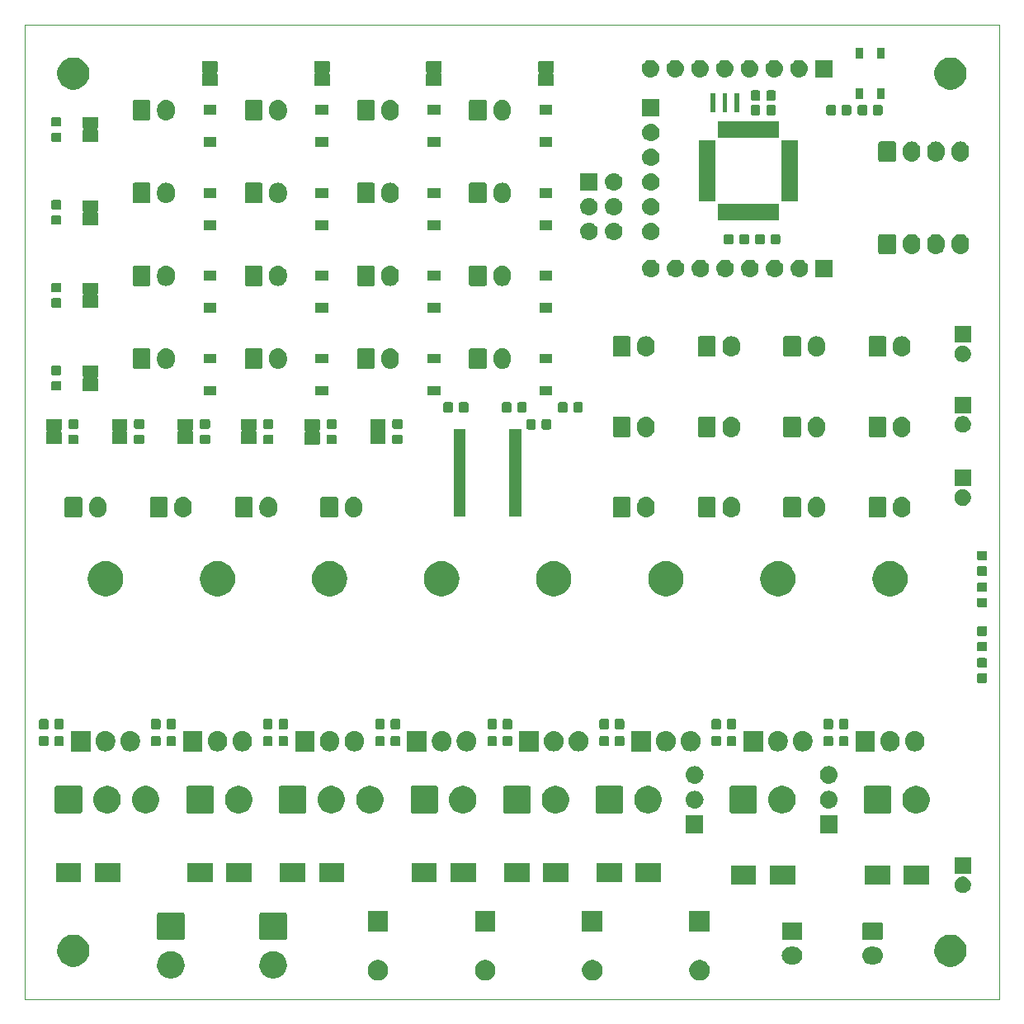
<source format=gbr>
G04 #@! TF.GenerationSoftware,KiCad,Pcbnew,(5.1.0)-1*
G04 #@! TF.CreationDate,2021-07-08T22:58:53+02:00*
G04 #@! TF.ProjectId,test-case-controller,74657374-2d63-4617-9365-2d636f6e7472,V1.0*
G04 #@! TF.SameCoordinates,Original*
G04 #@! TF.FileFunction,Soldermask,Top*
G04 #@! TF.FilePolarity,Negative*
%FSLAX46Y46*%
G04 Gerber Fmt 4.6, Leading zero omitted, Abs format (unit mm)*
G04 Created by KiCad (PCBNEW (5.1.0)-1) date 2021-07-08 22:58:53*
%MOMM*%
%LPD*%
G04 APERTURE LIST*
%ADD10C,0.050000*%
%ADD11C,0.150000*%
G04 APERTURE END LIST*
D10*
X15000000Y-115000000D02*
X15000000Y-15000000D01*
X15000000Y-115000000D02*
X115000000Y-115000000D01*
X115000000Y-15000000D02*
X115000000Y-115000000D01*
X15000000Y-15000000D02*
X115000000Y-15000000D01*
D11*
G36*
X62556564Y-110989389D02*
G01*
X62747833Y-111068615D01*
X62747835Y-111068616D01*
X62919973Y-111183635D01*
X63066365Y-111330027D01*
X63155280Y-111463097D01*
X63181385Y-111502167D01*
X63260611Y-111693436D01*
X63301000Y-111896484D01*
X63301000Y-112103516D01*
X63260611Y-112306564D01*
X63241341Y-112353085D01*
X63181384Y-112497835D01*
X63066365Y-112669973D01*
X62919973Y-112816365D01*
X62747835Y-112931384D01*
X62747834Y-112931385D01*
X62747833Y-112931385D01*
X62556564Y-113010611D01*
X62353516Y-113051000D01*
X62146484Y-113051000D01*
X61943436Y-113010611D01*
X61752167Y-112931385D01*
X61752166Y-112931385D01*
X61752165Y-112931384D01*
X61580027Y-112816365D01*
X61433635Y-112669973D01*
X61318616Y-112497835D01*
X61258659Y-112353085D01*
X61239389Y-112306564D01*
X61199000Y-112103516D01*
X61199000Y-111896484D01*
X61239389Y-111693436D01*
X61318615Y-111502167D01*
X61344721Y-111463097D01*
X61433635Y-111330027D01*
X61580027Y-111183635D01*
X61752165Y-111068616D01*
X61752167Y-111068615D01*
X61943436Y-110989389D01*
X62146484Y-110949000D01*
X62353516Y-110949000D01*
X62556564Y-110989389D01*
X62556564Y-110989389D01*
G37*
G36*
X73556564Y-110989389D02*
G01*
X73747833Y-111068615D01*
X73747835Y-111068616D01*
X73919973Y-111183635D01*
X74066365Y-111330027D01*
X74155280Y-111463097D01*
X74181385Y-111502167D01*
X74260611Y-111693436D01*
X74301000Y-111896484D01*
X74301000Y-112103516D01*
X74260611Y-112306564D01*
X74241341Y-112353085D01*
X74181384Y-112497835D01*
X74066365Y-112669973D01*
X73919973Y-112816365D01*
X73747835Y-112931384D01*
X73747834Y-112931385D01*
X73747833Y-112931385D01*
X73556564Y-113010611D01*
X73353516Y-113051000D01*
X73146484Y-113051000D01*
X72943436Y-113010611D01*
X72752167Y-112931385D01*
X72752166Y-112931385D01*
X72752165Y-112931384D01*
X72580027Y-112816365D01*
X72433635Y-112669973D01*
X72318616Y-112497835D01*
X72258659Y-112353085D01*
X72239389Y-112306564D01*
X72199000Y-112103516D01*
X72199000Y-111896484D01*
X72239389Y-111693436D01*
X72318615Y-111502167D01*
X72344721Y-111463097D01*
X72433635Y-111330027D01*
X72580027Y-111183635D01*
X72752165Y-111068616D01*
X72752167Y-111068615D01*
X72943436Y-110989389D01*
X73146484Y-110949000D01*
X73353516Y-110949000D01*
X73556564Y-110989389D01*
X73556564Y-110989389D01*
G37*
G36*
X84556564Y-110989389D02*
G01*
X84747833Y-111068615D01*
X84747835Y-111068616D01*
X84919973Y-111183635D01*
X85066365Y-111330027D01*
X85155280Y-111463097D01*
X85181385Y-111502167D01*
X85260611Y-111693436D01*
X85301000Y-111896484D01*
X85301000Y-112103516D01*
X85260611Y-112306564D01*
X85241341Y-112353085D01*
X85181384Y-112497835D01*
X85066365Y-112669973D01*
X84919973Y-112816365D01*
X84747835Y-112931384D01*
X84747834Y-112931385D01*
X84747833Y-112931385D01*
X84556564Y-113010611D01*
X84353516Y-113051000D01*
X84146484Y-113051000D01*
X83943436Y-113010611D01*
X83752167Y-112931385D01*
X83752166Y-112931385D01*
X83752165Y-112931384D01*
X83580027Y-112816365D01*
X83433635Y-112669973D01*
X83318616Y-112497835D01*
X83258659Y-112353085D01*
X83239389Y-112306564D01*
X83199000Y-112103516D01*
X83199000Y-111896484D01*
X83239389Y-111693436D01*
X83318615Y-111502167D01*
X83344721Y-111463097D01*
X83433635Y-111330027D01*
X83580027Y-111183635D01*
X83752165Y-111068616D01*
X83752167Y-111068615D01*
X83943436Y-110989389D01*
X84146484Y-110949000D01*
X84353516Y-110949000D01*
X84556564Y-110989389D01*
X84556564Y-110989389D01*
G37*
G36*
X51556564Y-110989389D02*
G01*
X51747833Y-111068615D01*
X51747835Y-111068616D01*
X51919973Y-111183635D01*
X52066365Y-111330027D01*
X52155280Y-111463097D01*
X52181385Y-111502167D01*
X52260611Y-111693436D01*
X52301000Y-111896484D01*
X52301000Y-112103516D01*
X52260611Y-112306564D01*
X52241341Y-112353085D01*
X52181384Y-112497835D01*
X52066365Y-112669973D01*
X51919973Y-112816365D01*
X51747835Y-112931384D01*
X51747834Y-112931385D01*
X51747833Y-112931385D01*
X51556564Y-113010611D01*
X51353516Y-113051000D01*
X51146484Y-113051000D01*
X50943436Y-113010611D01*
X50752167Y-112931385D01*
X50752166Y-112931385D01*
X50752165Y-112931384D01*
X50580027Y-112816365D01*
X50433635Y-112669973D01*
X50318616Y-112497835D01*
X50258659Y-112353085D01*
X50239389Y-112306564D01*
X50199000Y-112103516D01*
X50199000Y-111896484D01*
X50239389Y-111693436D01*
X50318615Y-111502167D01*
X50344721Y-111463097D01*
X50433635Y-111330027D01*
X50580027Y-111183635D01*
X50752165Y-111068616D01*
X50752167Y-111068615D01*
X50943436Y-110989389D01*
X51146484Y-110949000D01*
X51353516Y-110949000D01*
X51556564Y-110989389D01*
X51556564Y-110989389D01*
G37*
G36*
X40818433Y-110094893D02*
G01*
X40908657Y-110112839D01*
X41006898Y-110153532D01*
X41163621Y-110218449D01*
X41163622Y-110218450D01*
X41393086Y-110371772D01*
X41588228Y-110566914D01*
X41661534Y-110676625D01*
X41741551Y-110796379D01*
X41803415Y-110945733D01*
X41847161Y-111051343D01*
X41850597Y-111068616D01*
X41893124Y-111282415D01*
X41901000Y-111322014D01*
X41901000Y-111597986D01*
X41847161Y-111868657D01*
X41803415Y-111974267D01*
X41741551Y-112123621D01*
X41741550Y-112123622D01*
X41588228Y-112353086D01*
X41393086Y-112548228D01*
X41239763Y-112650675D01*
X41163621Y-112701551D01*
X41014267Y-112763415D01*
X40908657Y-112807161D01*
X40818433Y-112825107D01*
X40637988Y-112861000D01*
X40362012Y-112861000D01*
X40181567Y-112825107D01*
X40091343Y-112807161D01*
X39985733Y-112763415D01*
X39836379Y-112701551D01*
X39760237Y-112650675D01*
X39606914Y-112548228D01*
X39411772Y-112353086D01*
X39258450Y-112123622D01*
X39258449Y-112123621D01*
X39196585Y-111974267D01*
X39152839Y-111868657D01*
X39099000Y-111597986D01*
X39099000Y-111322014D01*
X39106877Y-111282415D01*
X39149403Y-111068616D01*
X39152839Y-111051343D01*
X39196585Y-110945733D01*
X39258449Y-110796379D01*
X39338466Y-110676625D01*
X39411772Y-110566914D01*
X39606914Y-110371772D01*
X39836378Y-110218450D01*
X39836379Y-110218449D01*
X39993102Y-110153532D01*
X40091343Y-110112839D01*
X40181567Y-110094893D01*
X40362012Y-110059000D01*
X40637988Y-110059000D01*
X40818433Y-110094893D01*
X40818433Y-110094893D01*
G37*
G36*
X30318433Y-110094893D02*
G01*
X30408657Y-110112839D01*
X30506898Y-110153532D01*
X30663621Y-110218449D01*
X30663622Y-110218450D01*
X30893086Y-110371772D01*
X31088228Y-110566914D01*
X31161534Y-110676625D01*
X31241551Y-110796379D01*
X31303415Y-110945733D01*
X31347161Y-111051343D01*
X31350597Y-111068616D01*
X31393124Y-111282415D01*
X31401000Y-111322014D01*
X31401000Y-111597986D01*
X31347161Y-111868657D01*
X31303415Y-111974267D01*
X31241551Y-112123621D01*
X31241550Y-112123622D01*
X31088228Y-112353086D01*
X30893086Y-112548228D01*
X30739763Y-112650675D01*
X30663621Y-112701551D01*
X30514267Y-112763415D01*
X30408657Y-112807161D01*
X30318433Y-112825107D01*
X30137988Y-112861000D01*
X29862012Y-112861000D01*
X29681567Y-112825107D01*
X29591343Y-112807161D01*
X29485733Y-112763415D01*
X29336379Y-112701551D01*
X29260237Y-112650675D01*
X29106914Y-112548228D01*
X28911772Y-112353086D01*
X28758450Y-112123622D01*
X28758449Y-112123621D01*
X28696585Y-111974267D01*
X28652839Y-111868657D01*
X28599000Y-111597986D01*
X28599000Y-111322014D01*
X28606877Y-111282415D01*
X28649403Y-111068616D01*
X28652839Y-111051343D01*
X28696585Y-110945733D01*
X28758449Y-110796379D01*
X28838466Y-110676625D01*
X28911772Y-110566914D01*
X29106914Y-110371772D01*
X29336378Y-110218450D01*
X29336379Y-110218449D01*
X29493102Y-110153532D01*
X29591343Y-110112839D01*
X29681567Y-110094893D01*
X29862012Y-110059000D01*
X30137988Y-110059000D01*
X30318433Y-110094893D01*
X30318433Y-110094893D01*
G37*
G36*
X20375256Y-108391298D02*
G01*
X20481579Y-108412447D01*
X20782042Y-108536903D01*
X21052451Y-108717585D01*
X21282415Y-108947549D01*
X21282416Y-108947551D01*
X21463098Y-109217960D01*
X21587553Y-109518422D01*
X21633065Y-109747222D01*
X21651000Y-109837391D01*
X21651000Y-110162609D01*
X21587553Y-110481579D01*
X21463097Y-110782042D01*
X21282415Y-111052451D01*
X21052451Y-111282415D01*
X20782042Y-111463097D01*
X20481579Y-111587553D01*
X20375256Y-111608702D01*
X20162611Y-111651000D01*
X19837389Y-111651000D01*
X19624744Y-111608702D01*
X19518421Y-111587553D01*
X19217958Y-111463097D01*
X18947549Y-111282415D01*
X18717585Y-111052451D01*
X18536903Y-110782042D01*
X18412447Y-110481579D01*
X18349000Y-110162609D01*
X18349000Y-109837391D01*
X18366936Y-109747222D01*
X18412447Y-109518422D01*
X18536902Y-109217960D01*
X18717584Y-108947551D01*
X18717585Y-108947549D01*
X18947549Y-108717585D01*
X19217958Y-108536903D01*
X19518421Y-108412447D01*
X19624744Y-108391298D01*
X19837389Y-108349000D01*
X20162611Y-108349000D01*
X20375256Y-108391298D01*
X20375256Y-108391298D01*
G37*
G36*
X110375256Y-108391298D02*
G01*
X110481579Y-108412447D01*
X110782042Y-108536903D01*
X111052451Y-108717585D01*
X111282415Y-108947549D01*
X111282416Y-108947551D01*
X111463098Y-109217960D01*
X111587553Y-109518422D01*
X111633065Y-109747222D01*
X111651000Y-109837391D01*
X111651000Y-110162609D01*
X111587553Y-110481579D01*
X111463097Y-110782042D01*
X111282415Y-111052451D01*
X111052451Y-111282415D01*
X110782042Y-111463097D01*
X110481579Y-111587553D01*
X110375256Y-111608702D01*
X110162611Y-111651000D01*
X109837389Y-111651000D01*
X109624744Y-111608702D01*
X109518421Y-111587553D01*
X109217958Y-111463097D01*
X108947549Y-111282415D01*
X108717585Y-111052451D01*
X108536903Y-110782042D01*
X108412447Y-110481579D01*
X108349000Y-110162609D01*
X108349000Y-109837391D01*
X108366936Y-109747222D01*
X108412447Y-109518422D01*
X108536902Y-109217960D01*
X108717584Y-108947551D01*
X108717585Y-108947549D01*
X108947549Y-108717585D01*
X109217958Y-108536903D01*
X109518421Y-108412447D01*
X109624744Y-108391298D01*
X109837389Y-108349000D01*
X110162611Y-108349000D01*
X110375256Y-108391298D01*
X110375256Y-108391298D01*
G37*
G36*
X94010442Y-109605518D02*
G01*
X94076627Y-109612037D01*
X94246466Y-109663557D01*
X94402991Y-109747222D01*
X94438729Y-109776552D01*
X94540186Y-109859814D01*
X94623448Y-109961271D01*
X94652778Y-109997009D01*
X94736443Y-110153534D01*
X94787963Y-110323373D01*
X94805359Y-110500000D01*
X94787963Y-110676627D01*
X94736443Y-110846466D01*
X94652778Y-111002991D01*
X94623448Y-111038729D01*
X94540186Y-111140186D01*
X94438729Y-111223448D01*
X94402991Y-111252778D01*
X94402989Y-111252779D01*
X94258470Y-111330027D01*
X94246466Y-111336443D01*
X94076627Y-111387963D01*
X94010443Y-111394481D01*
X93944260Y-111401000D01*
X93555740Y-111401000D01*
X93489557Y-111394481D01*
X93423373Y-111387963D01*
X93253534Y-111336443D01*
X93241531Y-111330027D01*
X93097011Y-111252779D01*
X93097009Y-111252778D01*
X93061271Y-111223448D01*
X92959814Y-111140186D01*
X92876552Y-111038729D01*
X92847222Y-111002991D01*
X92763557Y-110846466D01*
X92712037Y-110676627D01*
X92694641Y-110500000D01*
X92712037Y-110323373D01*
X92763557Y-110153534D01*
X92847222Y-109997009D01*
X92876552Y-109961271D01*
X92959814Y-109859814D01*
X93061271Y-109776552D01*
X93097009Y-109747222D01*
X93253534Y-109663557D01*
X93423373Y-109612037D01*
X93489558Y-109605518D01*
X93555740Y-109599000D01*
X93944260Y-109599000D01*
X94010442Y-109605518D01*
X94010442Y-109605518D01*
G37*
G36*
X102260442Y-109605518D02*
G01*
X102326627Y-109612037D01*
X102496466Y-109663557D01*
X102652991Y-109747222D01*
X102688729Y-109776552D01*
X102790186Y-109859814D01*
X102873448Y-109961271D01*
X102902778Y-109997009D01*
X102986443Y-110153534D01*
X103037963Y-110323373D01*
X103055359Y-110500000D01*
X103037963Y-110676627D01*
X102986443Y-110846466D01*
X102902778Y-111002991D01*
X102873448Y-111038729D01*
X102790186Y-111140186D01*
X102688729Y-111223448D01*
X102652991Y-111252778D01*
X102652989Y-111252779D01*
X102508470Y-111330027D01*
X102496466Y-111336443D01*
X102326627Y-111387963D01*
X102260443Y-111394481D01*
X102194260Y-111401000D01*
X101805740Y-111401000D01*
X101739557Y-111394481D01*
X101673373Y-111387963D01*
X101503534Y-111336443D01*
X101491531Y-111330027D01*
X101347011Y-111252779D01*
X101347009Y-111252778D01*
X101311271Y-111223448D01*
X101209814Y-111140186D01*
X101126552Y-111038729D01*
X101097222Y-111002991D01*
X101013557Y-110846466D01*
X100962037Y-110676627D01*
X100944641Y-110500000D01*
X100962037Y-110323373D01*
X101013557Y-110153534D01*
X101097222Y-109997009D01*
X101126552Y-109961271D01*
X101209814Y-109859814D01*
X101311271Y-109776552D01*
X101347009Y-109747222D01*
X101503534Y-109663557D01*
X101673373Y-109612037D01*
X101739558Y-109605518D01*
X101805740Y-109599000D01*
X102194260Y-109599000D01*
X102260442Y-109605518D01*
X102260442Y-109605518D01*
G37*
G36*
X31274031Y-106102621D02*
G01*
X31303486Y-106111556D01*
X31330623Y-106126062D01*
X31354414Y-106145586D01*
X31373938Y-106169377D01*
X31388444Y-106196514D01*
X31397379Y-106225969D01*
X31401000Y-106262734D01*
X31401000Y-108737266D01*
X31397379Y-108774031D01*
X31388444Y-108803486D01*
X31373938Y-108830623D01*
X31354414Y-108854414D01*
X31330623Y-108873938D01*
X31303486Y-108888444D01*
X31274031Y-108897379D01*
X31237266Y-108901000D01*
X28762734Y-108901000D01*
X28725969Y-108897379D01*
X28696514Y-108888444D01*
X28669377Y-108873938D01*
X28645586Y-108854414D01*
X28626062Y-108830623D01*
X28611556Y-108803486D01*
X28602621Y-108774031D01*
X28599000Y-108737266D01*
X28599000Y-106262734D01*
X28602621Y-106225969D01*
X28611556Y-106196514D01*
X28626062Y-106169377D01*
X28645586Y-106145586D01*
X28669377Y-106126062D01*
X28696514Y-106111556D01*
X28725969Y-106102621D01*
X28762734Y-106099000D01*
X31237266Y-106099000D01*
X31274031Y-106102621D01*
X31274031Y-106102621D01*
G37*
G36*
X41774031Y-106102621D02*
G01*
X41803486Y-106111556D01*
X41830623Y-106126062D01*
X41854414Y-106145586D01*
X41873938Y-106169377D01*
X41888444Y-106196514D01*
X41897379Y-106225969D01*
X41901000Y-106262734D01*
X41901000Y-108737266D01*
X41897379Y-108774031D01*
X41888444Y-108803486D01*
X41873938Y-108830623D01*
X41854414Y-108854414D01*
X41830623Y-108873938D01*
X41803486Y-108888444D01*
X41774031Y-108897379D01*
X41737266Y-108901000D01*
X39262734Y-108901000D01*
X39225969Y-108897379D01*
X39196514Y-108888444D01*
X39169377Y-108873938D01*
X39145586Y-108854414D01*
X39126062Y-108830623D01*
X39111556Y-108803486D01*
X39102621Y-108774031D01*
X39099000Y-108737266D01*
X39099000Y-106262734D01*
X39102621Y-106225969D01*
X39111556Y-106196514D01*
X39126062Y-106169377D01*
X39145586Y-106145586D01*
X39169377Y-106126062D01*
X39196514Y-106111556D01*
X39225969Y-106102621D01*
X39262734Y-106099000D01*
X41737266Y-106099000D01*
X41774031Y-106102621D01*
X41774031Y-106102621D01*
G37*
G36*
X94658600Y-107102989D02*
G01*
X94691652Y-107113015D01*
X94722103Y-107129292D01*
X94748799Y-107151201D01*
X94770708Y-107177897D01*
X94786985Y-107208348D01*
X94797011Y-107241400D01*
X94801000Y-107281903D01*
X94801000Y-108718097D01*
X94797011Y-108758600D01*
X94786985Y-108791652D01*
X94770708Y-108822103D01*
X94748799Y-108848799D01*
X94722103Y-108870708D01*
X94691652Y-108886985D01*
X94658600Y-108897011D01*
X94618097Y-108901000D01*
X92881903Y-108901000D01*
X92841400Y-108897011D01*
X92808348Y-108886985D01*
X92777897Y-108870708D01*
X92751201Y-108848799D01*
X92729292Y-108822103D01*
X92713015Y-108791652D01*
X92702989Y-108758600D01*
X92699000Y-108718097D01*
X92699000Y-107281903D01*
X92702989Y-107241400D01*
X92713015Y-107208348D01*
X92729292Y-107177897D01*
X92751201Y-107151201D01*
X92777897Y-107129292D01*
X92808348Y-107113015D01*
X92841400Y-107102989D01*
X92881903Y-107099000D01*
X94618097Y-107099000D01*
X94658600Y-107102989D01*
X94658600Y-107102989D01*
G37*
G36*
X102908600Y-107102989D02*
G01*
X102941652Y-107113015D01*
X102972103Y-107129292D01*
X102998799Y-107151201D01*
X103020708Y-107177897D01*
X103036985Y-107208348D01*
X103047011Y-107241400D01*
X103051000Y-107281903D01*
X103051000Y-108718097D01*
X103047011Y-108758600D01*
X103036985Y-108791652D01*
X103020708Y-108822103D01*
X102998799Y-108848799D01*
X102972103Y-108870708D01*
X102941652Y-108886985D01*
X102908600Y-108897011D01*
X102868097Y-108901000D01*
X101131903Y-108901000D01*
X101091400Y-108897011D01*
X101058348Y-108886985D01*
X101027897Y-108870708D01*
X101001201Y-108848799D01*
X100979292Y-108822103D01*
X100963015Y-108791652D01*
X100952989Y-108758600D01*
X100949000Y-108718097D01*
X100949000Y-107281903D01*
X100952989Y-107241400D01*
X100963015Y-107208348D01*
X100979292Y-107177897D01*
X101001201Y-107151201D01*
X101027897Y-107129292D01*
X101058348Y-107113015D01*
X101091400Y-107102989D01*
X101131903Y-107099000D01*
X102868097Y-107099000D01*
X102908600Y-107102989D01*
X102908600Y-107102989D01*
G37*
G36*
X74301000Y-108051000D02*
G01*
X72199000Y-108051000D01*
X72199000Y-105949000D01*
X74301000Y-105949000D01*
X74301000Y-108051000D01*
X74301000Y-108051000D01*
G37*
G36*
X85301000Y-108051000D02*
G01*
X83199000Y-108051000D01*
X83199000Y-105949000D01*
X85301000Y-105949000D01*
X85301000Y-108051000D01*
X85301000Y-108051000D01*
G37*
G36*
X52301000Y-108051000D02*
G01*
X50199000Y-108051000D01*
X50199000Y-105949000D01*
X52301000Y-105949000D01*
X52301000Y-108051000D01*
X52301000Y-108051000D01*
G37*
G36*
X63301000Y-108051000D02*
G01*
X61199000Y-108051000D01*
X61199000Y-105949000D01*
X63301000Y-105949000D01*
X63301000Y-108051000D01*
X63301000Y-108051000D01*
G37*
G36*
X111498228Y-102431703D02*
G01*
X111653100Y-102495853D01*
X111792481Y-102588985D01*
X111911015Y-102707519D01*
X112004147Y-102846900D01*
X112068297Y-103001772D01*
X112101000Y-103166184D01*
X112101000Y-103333816D01*
X112068297Y-103498228D01*
X112004147Y-103653100D01*
X111911015Y-103792481D01*
X111792481Y-103911015D01*
X111653100Y-104004147D01*
X111498228Y-104068297D01*
X111333816Y-104101000D01*
X111166184Y-104101000D01*
X111001772Y-104068297D01*
X110846900Y-104004147D01*
X110707519Y-103911015D01*
X110588985Y-103792481D01*
X110495853Y-103653100D01*
X110431703Y-103498228D01*
X110399000Y-103333816D01*
X110399000Y-103166184D01*
X110431703Y-103001772D01*
X110495853Y-102846900D01*
X110588985Y-102707519D01*
X110707519Y-102588985D01*
X110846900Y-102495853D01*
X111001772Y-102431703D01*
X111166184Y-102399000D01*
X111333816Y-102399000D01*
X111498228Y-102431703D01*
X111498228Y-102431703D01*
G37*
G36*
X107801000Y-103201000D02*
G01*
X105199000Y-103201000D01*
X105199000Y-101299000D01*
X107801000Y-101299000D01*
X107801000Y-103201000D01*
X107801000Y-103201000D01*
G37*
G36*
X103801000Y-103201000D02*
G01*
X101199000Y-103201000D01*
X101199000Y-101299000D01*
X103801000Y-101299000D01*
X103801000Y-103201000D01*
X103801000Y-103201000D01*
G37*
G36*
X94051000Y-103201000D02*
G01*
X91449000Y-103201000D01*
X91449000Y-101299000D01*
X94051000Y-101299000D01*
X94051000Y-103201000D01*
X94051000Y-103201000D01*
G37*
G36*
X90051000Y-103201000D02*
G01*
X87449000Y-103201000D01*
X87449000Y-101299000D01*
X90051000Y-101299000D01*
X90051000Y-103201000D01*
X90051000Y-103201000D01*
G37*
G36*
X80301000Y-102951000D02*
G01*
X77699000Y-102951000D01*
X77699000Y-101049000D01*
X80301000Y-101049000D01*
X80301000Y-102951000D01*
X80301000Y-102951000D01*
G37*
G36*
X20801000Y-102951000D02*
G01*
X18199000Y-102951000D01*
X18199000Y-101049000D01*
X20801000Y-101049000D01*
X20801000Y-102951000D01*
X20801000Y-102951000D01*
G37*
G36*
X24801000Y-102951000D02*
G01*
X22199000Y-102951000D01*
X22199000Y-101049000D01*
X24801000Y-101049000D01*
X24801000Y-102951000D01*
X24801000Y-102951000D01*
G37*
G36*
X38301000Y-102951000D02*
G01*
X35699000Y-102951000D01*
X35699000Y-101049000D01*
X38301000Y-101049000D01*
X38301000Y-102951000D01*
X38301000Y-102951000D01*
G37*
G36*
X43801000Y-102951000D02*
G01*
X41199000Y-102951000D01*
X41199000Y-101049000D01*
X43801000Y-101049000D01*
X43801000Y-102951000D01*
X43801000Y-102951000D01*
G37*
G36*
X57301000Y-102951000D02*
G01*
X54699000Y-102951000D01*
X54699000Y-101049000D01*
X57301000Y-101049000D01*
X57301000Y-102951000D01*
X57301000Y-102951000D01*
G37*
G36*
X66801000Y-102951000D02*
G01*
X64199000Y-102951000D01*
X64199000Y-101049000D01*
X66801000Y-101049000D01*
X66801000Y-102951000D01*
X66801000Y-102951000D01*
G37*
G36*
X61301000Y-102951000D02*
G01*
X58699000Y-102951000D01*
X58699000Y-101049000D01*
X61301000Y-101049000D01*
X61301000Y-102951000D01*
X61301000Y-102951000D01*
G37*
G36*
X70801000Y-102951000D02*
G01*
X68199000Y-102951000D01*
X68199000Y-101049000D01*
X70801000Y-101049000D01*
X70801000Y-102951000D01*
X70801000Y-102951000D01*
G37*
G36*
X76301000Y-102951000D02*
G01*
X73699000Y-102951000D01*
X73699000Y-101049000D01*
X76301000Y-101049000D01*
X76301000Y-102951000D01*
X76301000Y-102951000D01*
G37*
G36*
X34301000Y-102951000D02*
G01*
X31699000Y-102951000D01*
X31699000Y-101049000D01*
X34301000Y-101049000D01*
X34301000Y-102951000D01*
X34301000Y-102951000D01*
G37*
G36*
X47801000Y-102951000D02*
G01*
X45199000Y-102951000D01*
X45199000Y-101049000D01*
X47801000Y-101049000D01*
X47801000Y-102951000D01*
X47801000Y-102951000D01*
G37*
G36*
X112101000Y-102101000D02*
G01*
X110399000Y-102101000D01*
X110399000Y-100399000D01*
X112101000Y-100399000D01*
X112101000Y-102101000D01*
X112101000Y-102101000D01*
G37*
G36*
X84651000Y-97941000D02*
G01*
X82849000Y-97941000D01*
X82849000Y-96139000D01*
X84651000Y-96139000D01*
X84651000Y-97941000D01*
X84651000Y-97941000D01*
G37*
G36*
X98401000Y-97941000D02*
G01*
X96599000Y-97941000D01*
X96599000Y-96139000D01*
X98401000Y-96139000D01*
X98401000Y-97941000D01*
X98401000Y-97941000D01*
G37*
G36*
X60234038Y-93126062D02*
G01*
X60368657Y-93152839D01*
X60474097Y-93196514D01*
X60623621Y-93258449D01*
X60697525Y-93307830D01*
X60853086Y-93411772D01*
X61048228Y-93606914D01*
X61086075Y-93663557D01*
X61201551Y-93836379D01*
X61307161Y-94091344D01*
X61361000Y-94362012D01*
X61361000Y-94637988D01*
X61307161Y-94908656D01*
X61201551Y-95163621D01*
X61201550Y-95163622D01*
X61048228Y-95393086D01*
X60853086Y-95588228D01*
X60773276Y-95641555D01*
X60623621Y-95741551D01*
X60545207Y-95774031D01*
X60368657Y-95847161D01*
X60278433Y-95865107D01*
X60097988Y-95901000D01*
X59822012Y-95901000D01*
X59641567Y-95865107D01*
X59551343Y-95847161D01*
X59374793Y-95774031D01*
X59296379Y-95741551D01*
X59146724Y-95641555D01*
X59066914Y-95588228D01*
X58871772Y-95393086D01*
X58718450Y-95163622D01*
X58718449Y-95163621D01*
X58612839Y-94908656D01*
X58559000Y-94637988D01*
X58559000Y-94362012D01*
X58612839Y-94091344D01*
X58718449Y-93836379D01*
X58833925Y-93663557D01*
X58871772Y-93606914D01*
X59066914Y-93411772D01*
X59222475Y-93307830D01*
X59296379Y-93258449D01*
X59445903Y-93196514D01*
X59551343Y-93152839D01*
X59685962Y-93126062D01*
X59822012Y-93099000D01*
X60097988Y-93099000D01*
X60234038Y-93126062D01*
X60234038Y-93126062D01*
G37*
G36*
X23734038Y-93126062D02*
G01*
X23868657Y-93152839D01*
X23974097Y-93196514D01*
X24123621Y-93258449D01*
X24197525Y-93307830D01*
X24353086Y-93411772D01*
X24548228Y-93606914D01*
X24586075Y-93663557D01*
X24701551Y-93836379D01*
X24807161Y-94091344D01*
X24861000Y-94362012D01*
X24861000Y-94637988D01*
X24807161Y-94908656D01*
X24701551Y-95163621D01*
X24701550Y-95163622D01*
X24548228Y-95393086D01*
X24353086Y-95588228D01*
X24273276Y-95641555D01*
X24123621Y-95741551D01*
X24045207Y-95774031D01*
X23868657Y-95847161D01*
X23778433Y-95865107D01*
X23597988Y-95901000D01*
X23322012Y-95901000D01*
X23141567Y-95865107D01*
X23051343Y-95847161D01*
X22874793Y-95774031D01*
X22796379Y-95741551D01*
X22646724Y-95641555D01*
X22566914Y-95588228D01*
X22371772Y-95393086D01*
X22218450Y-95163622D01*
X22218449Y-95163621D01*
X22112839Y-94908656D01*
X22059000Y-94637988D01*
X22059000Y-94362012D01*
X22112839Y-94091344D01*
X22218449Y-93836379D01*
X22333925Y-93663557D01*
X22371772Y-93606914D01*
X22566914Y-93411772D01*
X22722475Y-93307830D01*
X22796379Y-93258449D01*
X22945903Y-93196514D01*
X23051343Y-93152839D01*
X23185962Y-93126062D01*
X23322012Y-93099000D01*
X23597988Y-93099000D01*
X23734038Y-93126062D01*
X23734038Y-93126062D01*
G37*
G36*
X20774031Y-93102621D02*
G01*
X20803486Y-93111556D01*
X20830623Y-93126062D01*
X20854414Y-93145586D01*
X20873938Y-93169377D01*
X20888444Y-93196514D01*
X20897379Y-93225969D01*
X20901000Y-93262734D01*
X20901000Y-95737266D01*
X20897379Y-95774031D01*
X20888444Y-95803486D01*
X20873938Y-95830623D01*
X20854414Y-95854414D01*
X20830623Y-95873938D01*
X20803486Y-95888444D01*
X20774031Y-95897379D01*
X20737266Y-95901000D01*
X18262734Y-95901000D01*
X18225969Y-95897379D01*
X18196514Y-95888444D01*
X18169377Y-95873938D01*
X18145586Y-95854414D01*
X18126062Y-95830623D01*
X18111556Y-95803486D01*
X18102621Y-95774031D01*
X18099000Y-95737266D01*
X18099000Y-93262734D01*
X18102621Y-93225969D01*
X18111556Y-93196514D01*
X18126062Y-93169377D01*
X18145586Y-93145586D01*
X18169377Y-93126062D01*
X18196514Y-93111556D01*
X18225969Y-93102621D01*
X18262734Y-93099000D01*
X20737266Y-93099000D01*
X20774031Y-93102621D01*
X20774031Y-93102621D01*
G37*
G36*
X37234038Y-93126062D02*
G01*
X37368657Y-93152839D01*
X37474097Y-93196514D01*
X37623621Y-93258449D01*
X37697525Y-93307830D01*
X37853086Y-93411772D01*
X38048228Y-93606914D01*
X38086075Y-93663557D01*
X38201551Y-93836379D01*
X38307161Y-94091344D01*
X38361000Y-94362012D01*
X38361000Y-94637988D01*
X38307161Y-94908656D01*
X38201551Y-95163621D01*
X38201550Y-95163622D01*
X38048228Y-95393086D01*
X37853086Y-95588228D01*
X37773276Y-95641555D01*
X37623621Y-95741551D01*
X37545207Y-95774031D01*
X37368657Y-95847161D01*
X37278433Y-95865107D01*
X37097988Y-95901000D01*
X36822012Y-95901000D01*
X36641567Y-95865107D01*
X36551343Y-95847161D01*
X36374793Y-95774031D01*
X36296379Y-95741551D01*
X36146724Y-95641555D01*
X36066914Y-95588228D01*
X35871772Y-95393086D01*
X35718450Y-95163622D01*
X35718449Y-95163621D01*
X35612839Y-94908656D01*
X35559000Y-94637988D01*
X35559000Y-94362012D01*
X35612839Y-94091344D01*
X35718449Y-93836379D01*
X35833925Y-93663557D01*
X35871772Y-93606914D01*
X36066914Y-93411772D01*
X36222475Y-93307830D01*
X36296379Y-93258449D01*
X36445903Y-93196514D01*
X36551343Y-93152839D01*
X36685962Y-93126062D01*
X36822012Y-93099000D01*
X37097988Y-93099000D01*
X37234038Y-93126062D01*
X37234038Y-93126062D01*
G37*
G36*
X34274031Y-93102621D02*
G01*
X34303486Y-93111556D01*
X34330623Y-93126062D01*
X34354414Y-93145586D01*
X34373938Y-93169377D01*
X34388444Y-93196514D01*
X34397379Y-93225969D01*
X34401000Y-93262734D01*
X34401000Y-95737266D01*
X34397379Y-95774031D01*
X34388444Y-95803486D01*
X34373938Y-95830623D01*
X34354414Y-95854414D01*
X34330623Y-95873938D01*
X34303486Y-95888444D01*
X34274031Y-95897379D01*
X34237266Y-95901000D01*
X31762734Y-95901000D01*
X31725969Y-95897379D01*
X31696514Y-95888444D01*
X31669377Y-95873938D01*
X31645586Y-95854414D01*
X31626062Y-95830623D01*
X31611556Y-95803486D01*
X31602621Y-95774031D01*
X31599000Y-95737266D01*
X31599000Y-93262734D01*
X31602621Y-93225969D01*
X31611556Y-93196514D01*
X31626062Y-93169377D01*
X31645586Y-93145586D01*
X31669377Y-93126062D01*
X31696514Y-93111556D01*
X31725969Y-93102621D01*
X31762734Y-93099000D01*
X34237266Y-93099000D01*
X34274031Y-93102621D01*
X34274031Y-93102621D01*
G37*
G36*
X50694038Y-93126062D02*
G01*
X50828657Y-93152839D01*
X50934097Y-93196514D01*
X51083621Y-93258449D01*
X51157525Y-93307830D01*
X51313086Y-93411772D01*
X51508228Y-93606914D01*
X51546075Y-93663557D01*
X51661551Y-93836379D01*
X51767161Y-94091344D01*
X51821000Y-94362012D01*
X51821000Y-94637988D01*
X51767161Y-94908656D01*
X51661551Y-95163621D01*
X51661550Y-95163622D01*
X51508228Y-95393086D01*
X51313086Y-95588228D01*
X51233276Y-95641555D01*
X51083621Y-95741551D01*
X51005207Y-95774031D01*
X50828657Y-95847161D01*
X50738433Y-95865107D01*
X50557988Y-95901000D01*
X50282012Y-95901000D01*
X50101567Y-95865107D01*
X50011343Y-95847161D01*
X49834793Y-95774031D01*
X49756379Y-95741551D01*
X49606724Y-95641555D01*
X49526914Y-95588228D01*
X49331772Y-95393086D01*
X49178450Y-95163622D01*
X49178449Y-95163621D01*
X49072839Y-94908656D01*
X49019000Y-94637988D01*
X49019000Y-94362012D01*
X49072839Y-94091344D01*
X49178449Y-93836379D01*
X49293925Y-93663557D01*
X49331772Y-93606914D01*
X49526914Y-93411772D01*
X49682475Y-93307830D01*
X49756379Y-93258449D01*
X49905903Y-93196514D01*
X50011343Y-93152839D01*
X50145962Y-93126062D01*
X50282012Y-93099000D01*
X50557988Y-93099000D01*
X50694038Y-93126062D01*
X50694038Y-93126062D01*
G37*
G36*
X46734038Y-93126062D02*
G01*
X46868657Y-93152839D01*
X46974097Y-93196514D01*
X47123621Y-93258449D01*
X47197525Y-93307830D01*
X47353086Y-93411772D01*
X47548228Y-93606914D01*
X47586075Y-93663557D01*
X47701551Y-93836379D01*
X47807161Y-94091344D01*
X47861000Y-94362012D01*
X47861000Y-94637988D01*
X47807161Y-94908656D01*
X47701551Y-95163621D01*
X47701550Y-95163622D01*
X47548228Y-95393086D01*
X47353086Y-95588228D01*
X47273276Y-95641555D01*
X47123621Y-95741551D01*
X47045207Y-95774031D01*
X46868657Y-95847161D01*
X46778433Y-95865107D01*
X46597988Y-95901000D01*
X46322012Y-95901000D01*
X46141567Y-95865107D01*
X46051343Y-95847161D01*
X45874793Y-95774031D01*
X45796379Y-95741551D01*
X45646724Y-95641555D01*
X45566914Y-95588228D01*
X45371772Y-95393086D01*
X45218450Y-95163622D01*
X45218449Y-95163621D01*
X45112839Y-94908656D01*
X45059000Y-94637988D01*
X45059000Y-94362012D01*
X45112839Y-94091344D01*
X45218449Y-93836379D01*
X45333925Y-93663557D01*
X45371772Y-93606914D01*
X45566914Y-93411772D01*
X45722475Y-93307830D01*
X45796379Y-93258449D01*
X45945903Y-93196514D01*
X46051343Y-93152839D01*
X46185962Y-93126062D01*
X46322012Y-93099000D01*
X46597988Y-93099000D01*
X46734038Y-93126062D01*
X46734038Y-93126062D01*
G37*
G36*
X43774031Y-93102621D02*
G01*
X43803486Y-93111556D01*
X43830623Y-93126062D01*
X43854414Y-93145586D01*
X43873938Y-93169377D01*
X43888444Y-93196514D01*
X43897379Y-93225969D01*
X43901000Y-93262734D01*
X43901000Y-95737266D01*
X43897379Y-95774031D01*
X43888444Y-95803486D01*
X43873938Y-95830623D01*
X43854414Y-95854414D01*
X43830623Y-95873938D01*
X43803486Y-95888444D01*
X43774031Y-95897379D01*
X43737266Y-95901000D01*
X41262734Y-95901000D01*
X41225969Y-95897379D01*
X41196514Y-95888444D01*
X41169377Y-95873938D01*
X41145586Y-95854414D01*
X41126062Y-95830623D01*
X41111556Y-95803486D01*
X41102621Y-95774031D01*
X41099000Y-95737266D01*
X41099000Y-93262734D01*
X41102621Y-93225969D01*
X41111556Y-93196514D01*
X41126062Y-93169377D01*
X41145586Y-93145586D01*
X41169377Y-93126062D01*
X41196514Y-93111556D01*
X41225969Y-93102621D01*
X41262734Y-93099000D01*
X43737266Y-93099000D01*
X43774031Y-93102621D01*
X43774031Y-93102621D01*
G37*
G36*
X57274031Y-93102621D02*
G01*
X57303486Y-93111556D01*
X57330623Y-93126062D01*
X57354414Y-93145586D01*
X57373938Y-93169377D01*
X57388444Y-93196514D01*
X57397379Y-93225969D01*
X57401000Y-93262734D01*
X57401000Y-95737266D01*
X57397379Y-95774031D01*
X57388444Y-95803486D01*
X57373938Y-95830623D01*
X57354414Y-95854414D01*
X57330623Y-95873938D01*
X57303486Y-95888444D01*
X57274031Y-95897379D01*
X57237266Y-95901000D01*
X54762734Y-95901000D01*
X54725969Y-95897379D01*
X54696514Y-95888444D01*
X54669377Y-95873938D01*
X54645586Y-95854414D01*
X54626062Y-95830623D01*
X54611556Y-95803486D01*
X54602621Y-95774031D01*
X54599000Y-95737266D01*
X54599000Y-93262734D01*
X54602621Y-93225969D01*
X54611556Y-93196514D01*
X54626062Y-93169377D01*
X54645586Y-93145586D01*
X54669377Y-93126062D01*
X54696514Y-93111556D01*
X54725969Y-93102621D01*
X54762734Y-93099000D01*
X57237266Y-93099000D01*
X57274031Y-93102621D01*
X57274031Y-93102621D01*
G37*
G36*
X27694038Y-93126062D02*
G01*
X27828657Y-93152839D01*
X27934097Y-93196514D01*
X28083621Y-93258449D01*
X28157525Y-93307830D01*
X28313086Y-93411772D01*
X28508228Y-93606914D01*
X28546075Y-93663557D01*
X28661551Y-93836379D01*
X28767161Y-94091344D01*
X28821000Y-94362012D01*
X28821000Y-94637988D01*
X28767161Y-94908656D01*
X28661551Y-95163621D01*
X28661550Y-95163622D01*
X28508228Y-95393086D01*
X28313086Y-95588228D01*
X28233276Y-95641555D01*
X28083621Y-95741551D01*
X28005207Y-95774031D01*
X27828657Y-95847161D01*
X27738433Y-95865107D01*
X27557988Y-95901000D01*
X27282012Y-95901000D01*
X27101567Y-95865107D01*
X27011343Y-95847161D01*
X26834793Y-95774031D01*
X26756379Y-95741551D01*
X26606724Y-95641555D01*
X26526914Y-95588228D01*
X26331772Y-95393086D01*
X26178450Y-95163622D01*
X26178449Y-95163621D01*
X26072839Y-94908656D01*
X26019000Y-94637988D01*
X26019000Y-94362012D01*
X26072839Y-94091344D01*
X26178449Y-93836379D01*
X26293925Y-93663557D01*
X26331772Y-93606914D01*
X26526914Y-93411772D01*
X26682475Y-93307830D01*
X26756379Y-93258449D01*
X26905903Y-93196514D01*
X27011343Y-93152839D01*
X27145962Y-93126062D01*
X27282012Y-93099000D01*
X27557988Y-93099000D01*
X27694038Y-93126062D01*
X27694038Y-93126062D01*
G37*
G36*
X69734038Y-93126062D02*
G01*
X69868657Y-93152839D01*
X69974097Y-93196514D01*
X70123621Y-93258449D01*
X70197525Y-93307830D01*
X70353086Y-93411772D01*
X70548228Y-93606914D01*
X70586075Y-93663557D01*
X70701551Y-93836379D01*
X70807161Y-94091344D01*
X70861000Y-94362012D01*
X70861000Y-94637988D01*
X70807161Y-94908656D01*
X70701551Y-95163621D01*
X70701550Y-95163622D01*
X70548228Y-95393086D01*
X70353086Y-95588228D01*
X70273276Y-95641555D01*
X70123621Y-95741551D01*
X70045207Y-95774031D01*
X69868657Y-95847161D01*
X69778433Y-95865107D01*
X69597988Y-95901000D01*
X69322012Y-95901000D01*
X69141567Y-95865107D01*
X69051343Y-95847161D01*
X68874793Y-95774031D01*
X68796379Y-95741551D01*
X68646724Y-95641555D01*
X68566914Y-95588228D01*
X68371772Y-95393086D01*
X68218450Y-95163622D01*
X68218449Y-95163621D01*
X68112839Y-94908656D01*
X68059000Y-94637988D01*
X68059000Y-94362012D01*
X68112839Y-94091344D01*
X68218449Y-93836379D01*
X68333925Y-93663557D01*
X68371772Y-93606914D01*
X68566914Y-93411772D01*
X68722475Y-93307830D01*
X68796379Y-93258449D01*
X68945903Y-93196514D01*
X69051343Y-93152839D01*
X69185962Y-93126062D01*
X69322012Y-93099000D01*
X69597988Y-93099000D01*
X69734038Y-93126062D01*
X69734038Y-93126062D01*
G37*
G36*
X76274031Y-93102621D02*
G01*
X76303486Y-93111556D01*
X76330623Y-93126062D01*
X76354414Y-93145586D01*
X76373938Y-93169377D01*
X76388444Y-93196514D01*
X76397379Y-93225969D01*
X76401000Y-93262734D01*
X76401000Y-95737266D01*
X76397379Y-95774031D01*
X76388444Y-95803486D01*
X76373938Y-95830623D01*
X76354414Y-95854414D01*
X76330623Y-95873938D01*
X76303486Y-95888444D01*
X76274031Y-95897379D01*
X76237266Y-95901000D01*
X73762734Y-95901000D01*
X73725969Y-95897379D01*
X73696514Y-95888444D01*
X73669377Y-95873938D01*
X73645586Y-95854414D01*
X73626062Y-95830623D01*
X73611556Y-95803486D01*
X73602621Y-95774031D01*
X73599000Y-95737266D01*
X73599000Y-93262734D01*
X73602621Y-93225969D01*
X73611556Y-93196514D01*
X73626062Y-93169377D01*
X73645586Y-93145586D01*
X73669377Y-93126062D01*
X73696514Y-93111556D01*
X73725969Y-93102621D01*
X73762734Y-93099000D01*
X76237266Y-93099000D01*
X76274031Y-93102621D01*
X76274031Y-93102621D01*
G37*
G36*
X79234038Y-93126062D02*
G01*
X79368657Y-93152839D01*
X79474097Y-93196514D01*
X79623621Y-93258449D01*
X79697525Y-93307830D01*
X79853086Y-93411772D01*
X80048228Y-93606914D01*
X80086075Y-93663557D01*
X80201551Y-93836379D01*
X80307161Y-94091344D01*
X80361000Y-94362012D01*
X80361000Y-94637988D01*
X80307161Y-94908656D01*
X80201551Y-95163621D01*
X80201550Y-95163622D01*
X80048228Y-95393086D01*
X79853086Y-95588228D01*
X79773276Y-95641555D01*
X79623621Y-95741551D01*
X79545207Y-95774031D01*
X79368657Y-95847161D01*
X79278433Y-95865107D01*
X79097988Y-95901000D01*
X78822012Y-95901000D01*
X78641567Y-95865107D01*
X78551343Y-95847161D01*
X78374793Y-95774031D01*
X78296379Y-95741551D01*
X78146724Y-95641555D01*
X78066914Y-95588228D01*
X77871772Y-95393086D01*
X77718450Y-95163622D01*
X77718449Y-95163621D01*
X77612839Y-94908656D01*
X77559000Y-94637988D01*
X77559000Y-94362012D01*
X77612839Y-94091344D01*
X77718449Y-93836379D01*
X77833925Y-93663557D01*
X77871772Y-93606914D01*
X78066914Y-93411772D01*
X78222475Y-93307830D01*
X78296379Y-93258449D01*
X78445903Y-93196514D01*
X78551343Y-93152839D01*
X78685962Y-93126062D01*
X78822012Y-93099000D01*
X79097988Y-93099000D01*
X79234038Y-93126062D01*
X79234038Y-93126062D01*
G37*
G36*
X92984038Y-93126062D02*
G01*
X93118657Y-93152839D01*
X93224097Y-93196514D01*
X93373621Y-93258449D01*
X93447525Y-93307830D01*
X93603086Y-93411772D01*
X93798228Y-93606914D01*
X93836075Y-93663557D01*
X93951551Y-93836379D01*
X94057161Y-94091344D01*
X94111000Y-94362012D01*
X94111000Y-94637988D01*
X94057161Y-94908656D01*
X93951551Y-95163621D01*
X93951550Y-95163622D01*
X93798228Y-95393086D01*
X93603086Y-95588228D01*
X93523276Y-95641555D01*
X93373621Y-95741551D01*
X93295207Y-95774031D01*
X93118657Y-95847161D01*
X93028433Y-95865107D01*
X92847988Y-95901000D01*
X92572012Y-95901000D01*
X92391567Y-95865107D01*
X92301343Y-95847161D01*
X92124793Y-95774031D01*
X92046379Y-95741551D01*
X91896724Y-95641555D01*
X91816914Y-95588228D01*
X91621772Y-95393086D01*
X91468450Y-95163622D01*
X91468449Y-95163621D01*
X91362839Y-94908656D01*
X91309000Y-94637988D01*
X91309000Y-94362012D01*
X91362839Y-94091344D01*
X91468449Y-93836379D01*
X91583925Y-93663557D01*
X91621772Y-93606914D01*
X91816914Y-93411772D01*
X91972475Y-93307830D01*
X92046379Y-93258449D01*
X92195903Y-93196514D01*
X92301343Y-93152839D01*
X92435962Y-93126062D01*
X92572012Y-93099000D01*
X92847988Y-93099000D01*
X92984038Y-93126062D01*
X92984038Y-93126062D01*
G37*
G36*
X90024031Y-93102621D02*
G01*
X90053486Y-93111556D01*
X90080623Y-93126062D01*
X90104414Y-93145586D01*
X90123938Y-93169377D01*
X90138444Y-93196514D01*
X90147379Y-93225969D01*
X90151000Y-93262734D01*
X90151000Y-95737266D01*
X90147379Y-95774031D01*
X90138444Y-95803486D01*
X90123938Y-95830623D01*
X90104414Y-95854414D01*
X90080623Y-95873938D01*
X90053486Y-95888444D01*
X90024031Y-95897379D01*
X89987266Y-95901000D01*
X87512734Y-95901000D01*
X87475969Y-95897379D01*
X87446514Y-95888444D01*
X87419377Y-95873938D01*
X87395586Y-95854414D01*
X87376062Y-95830623D01*
X87361556Y-95803486D01*
X87352621Y-95774031D01*
X87349000Y-95737266D01*
X87349000Y-93262734D01*
X87352621Y-93225969D01*
X87361556Y-93196514D01*
X87376062Y-93169377D01*
X87395586Y-93145586D01*
X87419377Y-93126062D01*
X87446514Y-93111556D01*
X87475969Y-93102621D01*
X87512734Y-93099000D01*
X89987266Y-93099000D01*
X90024031Y-93102621D01*
X90024031Y-93102621D01*
G37*
G36*
X103774031Y-93102621D02*
G01*
X103803486Y-93111556D01*
X103830623Y-93126062D01*
X103854414Y-93145586D01*
X103873938Y-93169377D01*
X103888444Y-93196514D01*
X103897379Y-93225969D01*
X103901000Y-93262734D01*
X103901000Y-95737266D01*
X103897379Y-95774031D01*
X103888444Y-95803486D01*
X103873938Y-95830623D01*
X103854414Y-95854414D01*
X103830623Y-95873938D01*
X103803486Y-95888444D01*
X103774031Y-95897379D01*
X103737266Y-95901000D01*
X101262734Y-95901000D01*
X101225969Y-95897379D01*
X101196514Y-95888444D01*
X101169377Y-95873938D01*
X101145586Y-95854414D01*
X101126062Y-95830623D01*
X101111556Y-95803486D01*
X101102621Y-95774031D01*
X101099000Y-95737266D01*
X101099000Y-93262734D01*
X101102621Y-93225969D01*
X101111556Y-93196514D01*
X101126062Y-93169377D01*
X101145586Y-93145586D01*
X101169377Y-93126062D01*
X101196514Y-93111556D01*
X101225969Y-93102621D01*
X101262734Y-93099000D01*
X103737266Y-93099000D01*
X103774031Y-93102621D01*
X103774031Y-93102621D01*
G37*
G36*
X106734038Y-93126062D02*
G01*
X106868657Y-93152839D01*
X106974097Y-93196514D01*
X107123621Y-93258449D01*
X107197525Y-93307830D01*
X107353086Y-93411772D01*
X107548228Y-93606914D01*
X107586075Y-93663557D01*
X107701551Y-93836379D01*
X107807161Y-94091344D01*
X107861000Y-94362012D01*
X107861000Y-94637988D01*
X107807161Y-94908656D01*
X107701551Y-95163621D01*
X107701550Y-95163622D01*
X107548228Y-95393086D01*
X107353086Y-95588228D01*
X107273276Y-95641555D01*
X107123621Y-95741551D01*
X107045207Y-95774031D01*
X106868657Y-95847161D01*
X106778433Y-95865107D01*
X106597988Y-95901000D01*
X106322012Y-95901000D01*
X106141567Y-95865107D01*
X106051343Y-95847161D01*
X105874793Y-95774031D01*
X105796379Y-95741551D01*
X105646724Y-95641555D01*
X105566914Y-95588228D01*
X105371772Y-95393086D01*
X105218450Y-95163622D01*
X105218449Y-95163621D01*
X105112839Y-94908656D01*
X105059000Y-94637988D01*
X105059000Y-94362012D01*
X105112839Y-94091344D01*
X105218449Y-93836379D01*
X105333925Y-93663557D01*
X105371772Y-93606914D01*
X105566914Y-93411772D01*
X105722475Y-93307830D01*
X105796379Y-93258449D01*
X105945903Y-93196514D01*
X106051343Y-93152839D01*
X106185962Y-93126062D01*
X106322012Y-93099000D01*
X106597988Y-93099000D01*
X106734038Y-93126062D01*
X106734038Y-93126062D01*
G37*
G36*
X66774031Y-93102621D02*
G01*
X66803486Y-93111556D01*
X66830623Y-93126062D01*
X66854414Y-93145586D01*
X66873938Y-93169377D01*
X66888444Y-93196514D01*
X66897379Y-93225969D01*
X66901000Y-93262734D01*
X66901000Y-95737266D01*
X66897379Y-95774031D01*
X66888444Y-95803486D01*
X66873938Y-95830623D01*
X66854414Y-95854414D01*
X66830623Y-95873938D01*
X66803486Y-95888444D01*
X66774031Y-95897379D01*
X66737266Y-95901000D01*
X64262734Y-95901000D01*
X64225969Y-95897379D01*
X64196514Y-95888444D01*
X64169377Y-95873938D01*
X64145586Y-95854414D01*
X64126062Y-95830623D01*
X64111556Y-95803486D01*
X64102621Y-95774031D01*
X64099000Y-95737266D01*
X64099000Y-93262734D01*
X64102621Y-93225969D01*
X64111556Y-93196514D01*
X64126062Y-93169377D01*
X64145586Y-93145586D01*
X64169377Y-93126062D01*
X64196514Y-93111556D01*
X64225969Y-93102621D01*
X64262734Y-93099000D01*
X66737266Y-93099000D01*
X66774031Y-93102621D01*
X66774031Y-93102621D01*
G37*
G36*
X83860442Y-93605518D02*
G01*
X83926627Y-93612037D01*
X84096466Y-93663557D01*
X84252991Y-93747222D01*
X84288729Y-93776552D01*
X84390186Y-93859814D01*
X84473448Y-93961271D01*
X84502778Y-93997009D01*
X84502779Y-93997011D01*
X84553202Y-94091344D01*
X84586443Y-94153534D01*
X84637963Y-94323373D01*
X84655359Y-94500000D01*
X84637963Y-94676627D01*
X84586443Y-94846466D01*
X84586442Y-94846468D01*
X84553201Y-94908657D01*
X84502778Y-95002991D01*
X84473448Y-95038729D01*
X84390186Y-95140186D01*
X84288729Y-95223448D01*
X84252991Y-95252778D01*
X84096466Y-95336443D01*
X83926627Y-95387963D01*
X83874611Y-95393086D01*
X83794260Y-95401000D01*
X83705740Y-95401000D01*
X83625389Y-95393086D01*
X83573373Y-95387963D01*
X83403534Y-95336443D01*
X83247009Y-95252778D01*
X83211271Y-95223448D01*
X83109814Y-95140186D01*
X83026552Y-95038729D01*
X82997222Y-95002991D01*
X82946799Y-94908657D01*
X82913558Y-94846468D01*
X82913557Y-94846466D01*
X82862037Y-94676627D01*
X82844641Y-94500000D01*
X82862037Y-94323373D01*
X82913557Y-94153534D01*
X82946799Y-94091344D01*
X82997221Y-93997011D01*
X82997222Y-93997009D01*
X83026552Y-93961271D01*
X83109814Y-93859814D01*
X83211271Y-93776552D01*
X83247009Y-93747222D01*
X83403534Y-93663557D01*
X83573373Y-93612037D01*
X83639558Y-93605518D01*
X83705740Y-93599000D01*
X83794260Y-93599000D01*
X83860442Y-93605518D01*
X83860442Y-93605518D01*
G37*
G36*
X97610442Y-93605518D02*
G01*
X97676627Y-93612037D01*
X97846466Y-93663557D01*
X98002991Y-93747222D01*
X98038729Y-93776552D01*
X98140186Y-93859814D01*
X98223448Y-93961271D01*
X98252778Y-93997009D01*
X98252779Y-93997011D01*
X98303202Y-94091344D01*
X98336443Y-94153534D01*
X98387963Y-94323373D01*
X98405359Y-94500000D01*
X98387963Y-94676627D01*
X98336443Y-94846466D01*
X98336442Y-94846468D01*
X98303201Y-94908657D01*
X98252778Y-95002991D01*
X98223448Y-95038729D01*
X98140186Y-95140186D01*
X98038729Y-95223448D01*
X98002991Y-95252778D01*
X97846466Y-95336443D01*
X97676627Y-95387963D01*
X97624611Y-95393086D01*
X97544260Y-95401000D01*
X97455740Y-95401000D01*
X97375389Y-95393086D01*
X97323373Y-95387963D01*
X97153534Y-95336443D01*
X96997009Y-95252778D01*
X96961271Y-95223448D01*
X96859814Y-95140186D01*
X96776552Y-95038729D01*
X96747222Y-95002991D01*
X96696799Y-94908657D01*
X96663558Y-94846468D01*
X96663557Y-94846466D01*
X96612037Y-94676627D01*
X96594641Y-94500000D01*
X96612037Y-94323373D01*
X96663557Y-94153534D01*
X96696799Y-94091344D01*
X96747221Y-93997011D01*
X96747222Y-93997009D01*
X96776552Y-93961271D01*
X96859814Y-93859814D01*
X96961271Y-93776552D01*
X96997009Y-93747222D01*
X97153534Y-93663557D01*
X97323373Y-93612037D01*
X97389558Y-93605518D01*
X97455740Y-93599000D01*
X97544260Y-93599000D01*
X97610442Y-93605518D01*
X97610442Y-93605518D01*
G37*
G36*
X97610442Y-91065518D02*
G01*
X97676627Y-91072037D01*
X97846466Y-91123557D01*
X98002991Y-91207222D01*
X98038729Y-91236552D01*
X98140186Y-91319814D01*
X98223448Y-91421271D01*
X98252778Y-91457009D01*
X98336443Y-91613534D01*
X98387963Y-91783373D01*
X98405359Y-91960000D01*
X98387963Y-92136627D01*
X98336443Y-92306466D01*
X98252778Y-92462991D01*
X98223448Y-92498729D01*
X98140186Y-92600186D01*
X98038729Y-92683448D01*
X98002991Y-92712778D01*
X97846466Y-92796443D01*
X97676627Y-92847963D01*
X97610443Y-92854481D01*
X97544260Y-92861000D01*
X97455740Y-92861000D01*
X97389557Y-92854481D01*
X97323373Y-92847963D01*
X97153534Y-92796443D01*
X96997009Y-92712778D01*
X96961271Y-92683448D01*
X96859814Y-92600186D01*
X96776552Y-92498729D01*
X96747222Y-92462991D01*
X96663557Y-92306466D01*
X96612037Y-92136627D01*
X96594641Y-91960000D01*
X96612037Y-91783373D01*
X96663557Y-91613534D01*
X96747222Y-91457009D01*
X96776552Y-91421271D01*
X96859814Y-91319814D01*
X96961271Y-91236552D01*
X96997009Y-91207222D01*
X97153534Y-91123557D01*
X97323373Y-91072037D01*
X97389558Y-91065518D01*
X97455740Y-91059000D01*
X97544260Y-91059000D01*
X97610442Y-91065518D01*
X97610442Y-91065518D01*
G37*
G36*
X83860442Y-91065518D02*
G01*
X83926627Y-91072037D01*
X84096466Y-91123557D01*
X84252991Y-91207222D01*
X84288729Y-91236552D01*
X84390186Y-91319814D01*
X84473448Y-91421271D01*
X84502778Y-91457009D01*
X84586443Y-91613534D01*
X84637963Y-91783373D01*
X84655359Y-91960000D01*
X84637963Y-92136627D01*
X84586443Y-92306466D01*
X84502778Y-92462991D01*
X84473448Y-92498729D01*
X84390186Y-92600186D01*
X84288729Y-92683448D01*
X84252991Y-92712778D01*
X84096466Y-92796443D01*
X83926627Y-92847963D01*
X83860443Y-92854481D01*
X83794260Y-92861000D01*
X83705740Y-92861000D01*
X83639557Y-92854481D01*
X83573373Y-92847963D01*
X83403534Y-92796443D01*
X83247009Y-92712778D01*
X83211271Y-92683448D01*
X83109814Y-92600186D01*
X83026552Y-92498729D01*
X82997222Y-92462991D01*
X82913557Y-92306466D01*
X82862037Y-92136627D01*
X82844641Y-91960000D01*
X82862037Y-91783373D01*
X82913557Y-91613534D01*
X82997222Y-91457009D01*
X83026552Y-91421271D01*
X83109814Y-91319814D01*
X83211271Y-91236552D01*
X83247009Y-91207222D01*
X83403534Y-91123557D01*
X83573373Y-91072037D01*
X83639558Y-91065518D01*
X83705740Y-91059000D01*
X83794260Y-91059000D01*
X83860442Y-91065518D01*
X83860442Y-91065518D01*
G37*
G36*
X103986719Y-87463520D02*
G01*
X104175880Y-87520901D01*
X104175883Y-87520902D01*
X104268333Y-87570318D01*
X104350212Y-87614083D01*
X104503015Y-87739485D01*
X104628417Y-87892288D01*
X104721599Y-88066619D01*
X104778980Y-88255780D01*
X104793500Y-88403206D01*
X104793500Y-88596793D01*
X104778980Y-88744219D01*
X104726432Y-88917448D01*
X104721598Y-88933383D01*
X104688734Y-88994866D01*
X104628417Y-89107712D01*
X104503015Y-89260515D01*
X104350212Y-89385917D01*
X104175881Y-89479099D01*
X103986720Y-89536480D01*
X103790000Y-89555855D01*
X103593281Y-89536480D01*
X103404120Y-89479099D01*
X103229788Y-89385917D01*
X103076985Y-89260515D01*
X102951583Y-89107712D01*
X102858401Y-88933381D01*
X102801020Y-88744220D01*
X102786500Y-88596794D01*
X102786500Y-88403207D01*
X102801020Y-88255781D01*
X102858401Y-88066620D01*
X102858402Y-88066617D01*
X102907907Y-87974000D01*
X102951583Y-87892288D01*
X103076985Y-87739485D01*
X103229788Y-87614083D01*
X103404119Y-87520901D01*
X103593280Y-87463520D01*
X103790000Y-87444145D01*
X103986719Y-87463520D01*
X103986719Y-87463520D01*
G37*
G36*
X83526719Y-87463520D02*
G01*
X83715880Y-87520901D01*
X83715883Y-87520902D01*
X83808333Y-87570318D01*
X83890212Y-87614083D01*
X84043015Y-87739485D01*
X84168417Y-87892288D01*
X84261599Y-88066619D01*
X84318980Y-88255780D01*
X84333500Y-88403206D01*
X84333500Y-88596793D01*
X84318980Y-88744219D01*
X84266432Y-88917448D01*
X84261598Y-88933383D01*
X84228734Y-88994866D01*
X84168417Y-89107712D01*
X84043015Y-89260515D01*
X83890212Y-89385917D01*
X83715881Y-89479099D01*
X83526720Y-89536480D01*
X83330000Y-89555855D01*
X83133281Y-89536480D01*
X82944120Y-89479099D01*
X82769788Y-89385917D01*
X82616985Y-89260515D01*
X82491583Y-89107712D01*
X82398401Y-88933381D01*
X82341020Y-88744220D01*
X82326500Y-88596794D01*
X82326500Y-88403207D01*
X82341020Y-88255781D01*
X82398401Y-88066620D01*
X82398402Y-88066617D01*
X82447907Y-87974000D01*
X82491583Y-87892288D01*
X82616985Y-87739485D01*
X82769788Y-87614083D01*
X82944119Y-87520901D01*
X83133280Y-87463520D01*
X83330000Y-87444145D01*
X83526719Y-87463520D01*
X83526719Y-87463520D01*
G37*
G36*
X72026719Y-87463520D02*
G01*
X72215880Y-87520901D01*
X72215883Y-87520902D01*
X72308333Y-87570318D01*
X72390212Y-87614083D01*
X72543015Y-87739485D01*
X72668417Y-87892288D01*
X72761599Y-88066619D01*
X72818980Y-88255780D01*
X72833500Y-88403206D01*
X72833500Y-88596793D01*
X72818980Y-88744219D01*
X72766432Y-88917448D01*
X72761598Y-88933383D01*
X72728734Y-88994866D01*
X72668417Y-89107712D01*
X72543015Y-89260515D01*
X72390212Y-89385917D01*
X72215881Y-89479099D01*
X72026720Y-89536480D01*
X71830000Y-89555855D01*
X71633281Y-89536480D01*
X71444120Y-89479099D01*
X71269788Y-89385917D01*
X71116985Y-89260515D01*
X70991583Y-89107712D01*
X70898401Y-88933381D01*
X70841020Y-88744220D01*
X70826500Y-88596794D01*
X70826500Y-88403207D01*
X70841020Y-88255781D01*
X70898401Y-88066620D01*
X70898402Y-88066617D01*
X70947907Y-87974000D01*
X70991583Y-87892288D01*
X71116985Y-87739485D01*
X71269788Y-87614083D01*
X71444119Y-87520901D01*
X71633280Y-87463520D01*
X71830000Y-87444145D01*
X72026719Y-87463520D01*
X72026719Y-87463520D01*
G37*
G36*
X80986719Y-87463520D02*
G01*
X81175880Y-87520901D01*
X81175883Y-87520902D01*
X81268333Y-87570318D01*
X81350212Y-87614083D01*
X81503015Y-87739485D01*
X81628417Y-87892288D01*
X81721599Y-88066619D01*
X81778980Y-88255780D01*
X81793500Y-88403206D01*
X81793500Y-88596793D01*
X81778980Y-88744219D01*
X81726432Y-88917448D01*
X81721598Y-88933383D01*
X81688734Y-88994866D01*
X81628417Y-89107712D01*
X81503015Y-89260515D01*
X81350212Y-89385917D01*
X81175881Y-89479099D01*
X80986720Y-89536480D01*
X80790000Y-89555855D01*
X80593281Y-89536480D01*
X80404120Y-89479099D01*
X80229788Y-89385917D01*
X80076985Y-89260515D01*
X79951583Y-89107712D01*
X79858401Y-88933381D01*
X79801020Y-88744220D01*
X79786500Y-88596794D01*
X79786500Y-88403207D01*
X79801020Y-88255781D01*
X79858401Y-88066620D01*
X79858402Y-88066617D01*
X79907907Y-87974000D01*
X79951583Y-87892288D01*
X80076985Y-87739485D01*
X80229788Y-87614083D01*
X80404119Y-87520901D01*
X80593280Y-87463520D01*
X80790000Y-87444145D01*
X80986719Y-87463520D01*
X80986719Y-87463520D01*
G37*
G36*
X95026719Y-87463520D02*
G01*
X95215880Y-87520901D01*
X95215883Y-87520902D01*
X95308333Y-87570318D01*
X95390212Y-87614083D01*
X95543015Y-87739485D01*
X95668417Y-87892288D01*
X95761599Y-88066619D01*
X95818980Y-88255780D01*
X95833500Y-88403206D01*
X95833500Y-88596793D01*
X95818980Y-88744219D01*
X95766432Y-88917448D01*
X95761598Y-88933383D01*
X95728734Y-88994866D01*
X95668417Y-89107712D01*
X95543015Y-89260515D01*
X95390212Y-89385917D01*
X95215881Y-89479099D01*
X95026720Y-89536480D01*
X94830000Y-89555855D01*
X94633281Y-89536480D01*
X94444120Y-89479099D01*
X94269788Y-89385917D01*
X94116985Y-89260515D01*
X93991583Y-89107712D01*
X93898401Y-88933381D01*
X93841020Y-88744220D01*
X93826500Y-88596794D01*
X93826500Y-88403207D01*
X93841020Y-88255781D01*
X93898401Y-88066620D01*
X93898402Y-88066617D01*
X93947907Y-87974000D01*
X93991583Y-87892288D01*
X94116985Y-87739485D01*
X94269788Y-87614083D01*
X94444119Y-87520901D01*
X94633280Y-87463520D01*
X94830000Y-87444145D01*
X95026719Y-87463520D01*
X95026719Y-87463520D01*
G37*
G36*
X92486719Y-87463520D02*
G01*
X92675880Y-87520901D01*
X92675883Y-87520902D01*
X92768333Y-87570318D01*
X92850212Y-87614083D01*
X93003015Y-87739485D01*
X93128417Y-87892288D01*
X93221599Y-88066619D01*
X93278980Y-88255780D01*
X93293500Y-88403206D01*
X93293500Y-88596793D01*
X93278980Y-88744219D01*
X93226432Y-88917448D01*
X93221598Y-88933383D01*
X93188734Y-88994866D01*
X93128417Y-89107712D01*
X93003015Y-89260515D01*
X92850212Y-89385917D01*
X92675881Y-89479099D01*
X92486720Y-89536480D01*
X92290000Y-89555855D01*
X92093281Y-89536480D01*
X91904120Y-89479099D01*
X91729788Y-89385917D01*
X91576985Y-89260515D01*
X91451583Y-89107712D01*
X91358401Y-88933381D01*
X91301020Y-88744220D01*
X91286500Y-88596794D01*
X91286500Y-88403207D01*
X91301020Y-88255781D01*
X91358401Y-88066620D01*
X91358402Y-88066617D01*
X91407907Y-87974000D01*
X91451583Y-87892288D01*
X91576985Y-87739485D01*
X91729788Y-87614083D01*
X91904119Y-87520901D01*
X92093280Y-87463520D01*
X92290000Y-87444145D01*
X92486719Y-87463520D01*
X92486719Y-87463520D01*
G37*
G36*
X106526719Y-87463520D02*
G01*
X106715880Y-87520901D01*
X106715883Y-87520902D01*
X106808333Y-87570318D01*
X106890212Y-87614083D01*
X107043015Y-87739485D01*
X107168417Y-87892288D01*
X107261599Y-88066619D01*
X107318980Y-88255780D01*
X107333500Y-88403206D01*
X107333500Y-88596793D01*
X107318980Y-88744219D01*
X107266432Y-88917448D01*
X107261598Y-88933383D01*
X107228734Y-88994866D01*
X107168417Y-89107712D01*
X107043015Y-89260515D01*
X106890212Y-89385917D01*
X106715881Y-89479099D01*
X106526720Y-89536480D01*
X106330000Y-89555855D01*
X106133281Y-89536480D01*
X105944120Y-89479099D01*
X105769788Y-89385917D01*
X105616985Y-89260515D01*
X105491583Y-89107712D01*
X105398401Y-88933381D01*
X105341020Y-88744220D01*
X105326500Y-88596794D01*
X105326500Y-88403207D01*
X105341020Y-88255781D01*
X105398401Y-88066620D01*
X105398402Y-88066617D01*
X105447907Y-87974000D01*
X105491583Y-87892288D01*
X105616985Y-87739485D01*
X105769788Y-87614083D01*
X105944119Y-87520901D01*
X106133280Y-87463520D01*
X106330000Y-87444145D01*
X106526719Y-87463520D01*
X106526719Y-87463520D01*
G37*
G36*
X46486719Y-87463520D02*
G01*
X46675880Y-87520901D01*
X46675883Y-87520902D01*
X46768333Y-87570318D01*
X46850212Y-87614083D01*
X47003015Y-87739485D01*
X47128417Y-87892288D01*
X47221599Y-88066619D01*
X47278980Y-88255780D01*
X47293500Y-88403206D01*
X47293500Y-88596793D01*
X47278980Y-88744219D01*
X47226432Y-88917448D01*
X47221598Y-88933383D01*
X47188734Y-88994866D01*
X47128417Y-89107712D01*
X47003015Y-89260515D01*
X46850212Y-89385917D01*
X46675881Y-89479099D01*
X46486720Y-89536480D01*
X46290000Y-89555855D01*
X46093281Y-89536480D01*
X45904120Y-89479099D01*
X45729788Y-89385917D01*
X45576985Y-89260515D01*
X45451583Y-89107712D01*
X45358401Y-88933381D01*
X45301020Y-88744220D01*
X45286500Y-88596794D01*
X45286500Y-88403207D01*
X45301020Y-88255781D01*
X45358401Y-88066620D01*
X45358402Y-88066617D01*
X45407907Y-87974000D01*
X45451583Y-87892288D01*
X45576985Y-87739485D01*
X45729788Y-87614083D01*
X45904119Y-87520901D01*
X46093280Y-87463520D01*
X46290000Y-87444145D01*
X46486719Y-87463520D01*
X46486719Y-87463520D01*
G37*
G36*
X49026719Y-87463520D02*
G01*
X49215880Y-87520901D01*
X49215883Y-87520902D01*
X49308333Y-87570318D01*
X49390212Y-87614083D01*
X49543015Y-87739485D01*
X49668417Y-87892288D01*
X49761599Y-88066619D01*
X49818980Y-88255780D01*
X49833500Y-88403206D01*
X49833500Y-88596793D01*
X49818980Y-88744219D01*
X49766432Y-88917448D01*
X49761598Y-88933383D01*
X49728734Y-88994866D01*
X49668417Y-89107712D01*
X49543015Y-89260515D01*
X49390212Y-89385917D01*
X49215881Y-89479099D01*
X49026720Y-89536480D01*
X48830000Y-89555855D01*
X48633281Y-89536480D01*
X48444120Y-89479099D01*
X48269788Y-89385917D01*
X48116985Y-89260515D01*
X47991583Y-89107712D01*
X47898401Y-88933381D01*
X47841020Y-88744220D01*
X47826500Y-88596794D01*
X47826500Y-88403207D01*
X47841020Y-88255781D01*
X47898401Y-88066620D01*
X47898402Y-88066617D01*
X47947907Y-87974000D01*
X47991583Y-87892288D01*
X48116985Y-87739485D01*
X48269788Y-87614083D01*
X48444119Y-87520901D01*
X48633280Y-87463520D01*
X48830000Y-87444145D01*
X49026719Y-87463520D01*
X49026719Y-87463520D01*
G37*
G36*
X34986719Y-87463520D02*
G01*
X35175880Y-87520901D01*
X35175883Y-87520902D01*
X35268333Y-87570318D01*
X35350212Y-87614083D01*
X35503015Y-87739485D01*
X35628417Y-87892288D01*
X35721599Y-88066619D01*
X35778980Y-88255780D01*
X35793500Y-88403206D01*
X35793500Y-88596793D01*
X35778980Y-88744219D01*
X35726432Y-88917448D01*
X35721598Y-88933383D01*
X35688734Y-88994866D01*
X35628417Y-89107712D01*
X35503015Y-89260515D01*
X35350212Y-89385917D01*
X35175881Y-89479099D01*
X34986720Y-89536480D01*
X34790000Y-89555855D01*
X34593281Y-89536480D01*
X34404120Y-89479099D01*
X34229788Y-89385917D01*
X34076985Y-89260515D01*
X33951583Y-89107712D01*
X33858401Y-88933381D01*
X33801020Y-88744220D01*
X33786500Y-88596794D01*
X33786500Y-88403207D01*
X33801020Y-88255781D01*
X33858401Y-88066620D01*
X33858402Y-88066617D01*
X33907907Y-87974000D01*
X33951583Y-87892288D01*
X34076985Y-87739485D01*
X34229788Y-87614083D01*
X34404119Y-87520901D01*
X34593280Y-87463520D01*
X34790000Y-87444145D01*
X34986719Y-87463520D01*
X34986719Y-87463520D01*
G37*
G36*
X69486719Y-87463520D02*
G01*
X69675880Y-87520901D01*
X69675883Y-87520902D01*
X69768333Y-87570318D01*
X69850212Y-87614083D01*
X70003015Y-87739485D01*
X70128417Y-87892288D01*
X70221599Y-88066619D01*
X70278980Y-88255780D01*
X70293500Y-88403206D01*
X70293500Y-88596793D01*
X70278980Y-88744219D01*
X70226432Y-88917448D01*
X70221598Y-88933383D01*
X70188734Y-88994866D01*
X70128417Y-89107712D01*
X70003015Y-89260515D01*
X69850212Y-89385917D01*
X69675881Y-89479099D01*
X69486720Y-89536480D01*
X69290000Y-89555855D01*
X69093281Y-89536480D01*
X68904120Y-89479099D01*
X68729788Y-89385917D01*
X68576985Y-89260515D01*
X68451583Y-89107712D01*
X68358401Y-88933381D01*
X68301020Y-88744220D01*
X68286500Y-88596794D01*
X68286500Y-88403207D01*
X68301020Y-88255781D01*
X68358401Y-88066620D01*
X68358402Y-88066617D01*
X68407907Y-87974000D01*
X68451583Y-87892288D01*
X68576985Y-87739485D01*
X68729788Y-87614083D01*
X68904119Y-87520901D01*
X69093280Y-87463520D01*
X69290000Y-87444145D01*
X69486719Y-87463520D01*
X69486719Y-87463520D01*
G37*
G36*
X37526719Y-87463520D02*
G01*
X37715880Y-87520901D01*
X37715883Y-87520902D01*
X37808333Y-87570318D01*
X37890212Y-87614083D01*
X38043015Y-87739485D01*
X38168417Y-87892288D01*
X38261599Y-88066619D01*
X38318980Y-88255780D01*
X38333500Y-88403206D01*
X38333500Y-88596793D01*
X38318980Y-88744219D01*
X38266432Y-88917448D01*
X38261598Y-88933383D01*
X38228734Y-88994866D01*
X38168417Y-89107712D01*
X38043015Y-89260515D01*
X37890212Y-89385917D01*
X37715881Y-89479099D01*
X37526720Y-89536480D01*
X37330000Y-89555855D01*
X37133281Y-89536480D01*
X36944120Y-89479099D01*
X36769788Y-89385917D01*
X36616985Y-89260515D01*
X36491583Y-89107712D01*
X36398401Y-88933381D01*
X36341020Y-88744220D01*
X36326500Y-88596794D01*
X36326500Y-88403207D01*
X36341020Y-88255781D01*
X36398401Y-88066620D01*
X36398402Y-88066617D01*
X36447907Y-87974000D01*
X36491583Y-87892288D01*
X36616985Y-87739485D01*
X36769788Y-87614083D01*
X36944119Y-87520901D01*
X37133280Y-87463520D01*
X37330000Y-87444145D01*
X37526719Y-87463520D01*
X37526719Y-87463520D01*
G37*
G36*
X60526719Y-87463520D02*
G01*
X60715880Y-87520901D01*
X60715883Y-87520902D01*
X60808333Y-87570318D01*
X60890212Y-87614083D01*
X61043015Y-87739485D01*
X61168417Y-87892288D01*
X61261599Y-88066619D01*
X61318980Y-88255780D01*
X61333500Y-88403206D01*
X61333500Y-88596793D01*
X61318980Y-88744219D01*
X61266432Y-88917448D01*
X61261598Y-88933383D01*
X61228734Y-88994866D01*
X61168417Y-89107712D01*
X61043015Y-89260515D01*
X60890212Y-89385917D01*
X60715881Y-89479099D01*
X60526720Y-89536480D01*
X60330000Y-89555855D01*
X60133281Y-89536480D01*
X59944120Y-89479099D01*
X59769788Y-89385917D01*
X59616985Y-89260515D01*
X59491583Y-89107712D01*
X59398401Y-88933381D01*
X59341020Y-88744220D01*
X59326500Y-88596794D01*
X59326500Y-88403207D01*
X59341020Y-88255781D01*
X59398401Y-88066620D01*
X59398402Y-88066617D01*
X59447907Y-87974000D01*
X59491583Y-87892288D01*
X59616985Y-87739485D01*
X59769788Y-87614083D01*
X59944119Y-87520901D01*
X60133280Y-87463520D01*
X60330000Y-87444145D01*
X60526719Y-87463520D01*
X60526719Y-87463520D01*
G37*
G36*
X23486719Y-87463520D02*
G01*
X23675880Y-87520901D01*
X23675883Y-87520902D01*
X23768333Y-87570318D01*
X23850212Y-87614083D01*
X24003015Y-87739485D01*
X24128417Y-87892288D01*
X24221599Y-88066619D01*
X24278980Y-88255780D01*
X24293500Y-88403206D01*
X24293500Y-88596793D01*
X24278980Y-88744219D01*
X24226432Y-88917448D01*
X24221598Y-88933383D01*
X24188734Y-88994866D01*
X24128417Y-89107712D01*
X24003015Y-89260515D01*
X23850212Y-89385917D01*
X23675881Y-89479099D01*
X23486720Y-89536480D01*
X23290000Y-89555855D01*
X23093281Y-89536480D01*
X22904120Y-89479099D01*
X22729788Y-89385917D01*
X22576985Y-89260515D01*
X22451583Y-89107712D01*
X22358401Y-88933381D01*
X22301020Y-88744220D01*
X22286500Y-88596794D01*
X22286500Y-88403207D01*
X22301020Y-88255781D01*
X22358401Y-88066620D01*
X22358402Y-88066617D01*
X22407907Y-87974000D01*
X22451583Y-87892288D01*
X22576985Y-87739485D01*
X22729788Y-87614083D01*
X22904119Y-87520901D01*
X23093280Y-87463520D01*
X23290000Y-87444145D01*
X23486719Y-87463520D01*
X23486719Y-87463520D01*
G37*
G36*
X26026719Y-87463520D02*
G01*
X26215880Y-87520901D01*
X26215883Y-87520902D01*
X26308333Y-87570318D01*
X26390212Y-87614083D01*
X26543015Y-87739485D01*
X26668417Y-87892288D01*
X26761599Y-88066619D01*
X26818980Y-88255780D01*
X26833500Y-88403206D01*
X26833500Y-88596793D01*
X26818980Y-88744219D01*
X26766432Y-88917448D01*
X26761598Y-88933383D01*
X26728734Y-88994866D01*
X26668417Y-89107712D01*
X26543015Y-89260515D01*
X26390212Y-89385917D01*
X26215881Y-89479099D01*
X26026720Y-89536480D01*
X25830000Y-89555855D01*
X25633281Y-89536480D01*
X25444120Y-89479099D01*
X25269788Y-89385917D01*
X25116985Y-89260515D01*
X24991583Y-89107712D01*
X24898401Y-88933381D01*
X24841020Y-88744220D01*
X24826500Y-88596794D01*
X24826500Y-88403207D01*
X24841020Y-88255781D01*
X24898401Y-88066620D01*
X24898402Y-88066617D01*
X24947907Y-87974000D01*
X24991583Y-87892288D01*
X25116985Y-87739485D01*
X25269788Y-87614083D01*
X25444119Y-87520901D01*
X25633280Y-87463520D01*
X25830000Y-87444145D01*
X26026719Y-87463520D01*
X26026719Y-87463520D01*
G37*
G36*
X57986719Y-87463520D02*
G01*
X58175880Y-87520901D01*
X58175883Y-87520902D01*
X58268333Y-87570318D01*
X58350212Y-87614083D01*
X58503015Y-87739485D01*
X58628417Y-87892288D01*
X58721599Y-88066619D01*
X58778980Y-88255780D01*
X58793500Y-88403206D01*
X58793500Y-88596793D01*
X58778980Y-88744219D01*
X58726432Y-88917448D01*
X58721598Y-88933383D01*
X58688734Y-88994866D01*
X58628417Y-89107712D01*
X58503015Y-89260515D01*
X58350212Y-89385917D01*
X58175881Y-89479099D01*
X57986720Y-89536480D01*
X57790000Y-89555855D01*
X57593281Y-89536480D01*
X57404120Y-89479099D01*
X57229788Y-89385917D01*
X57076985Y-89260515D01*
X56951583Y-89107712D01*
X56858401Y-88933381D01*
X56801020Y-88744220D01*
X56786500Y-88596794D01*
X56786500Y-88403207D01*
X56801020Y-88255781D01*
X56858401Y-88066620D01*
X56858402Y-88066617D01*
X56907907Y-87974000D01*
X56951583Y-87892288D01*
X57076985Y-87739485D01*
X57229788Y-87614083D01*
X57404119Y-87520901D01*
X57593280Y-87463520D01*
X57790000Y-87444145D01*
X57986719Y-87463520D01*
X57986719Y-87463520D01*
G37*
G36*
X44753500Y-89551000D02*
G01*
X42746500Y-89551000D01*
X42746500Y-87449000D01*
X44753500Y-87449000D01*
X44753500Y-89551000D01*
X44753500Y-89551000D01*
G37*
G36*
X102253500Y-89551000D02*
G01*
X100246500Y-89551000D01*
X100246500Y-87449000D01*
X102253500Y-87449000D01*
X102253500Y-89551000D01*
X102253500Y-89551000D01*
G37*
G36*
X90753500Y-89551000D02*
G01*
X88746500Y-89551000D01*
X88746500Y-87449000D01*
X90753500Y-87449000D01*
X90753500Y-89551000D01*
X90753500Y-89551000D01*
G37*
G36*
X79253500Y-89551000D02*
G01*
X77246500Y-89551000D01*
X77246500Y-87449000D01*
X79253500Y-87449000D01*
X79253500Y-89551000D01*
X79253500Y-89551000D01*
G37*
G36*
X67753500Y-89551000D02*
G01*
X65746500Y-89551000D01*
X65746500Y-87449000D01*
X67753500Y-87449000D01*
X67753500Y-89551000D01*
X67753500Y-89551000D01*
G37*
G36*
X56253500Y-89551000D02*
G01*
X54246500Y-89551000D01*
X54246500Y-87449000D01*
X56253500Y-87449000D01*
X56253500Y-89551000D01*
X56253500Y-89551000D01*
G37*
G36*
X21753500Y-89551000D02*
G01*
X19746500Y-89551000D01*
X19746500Y-87449000D01*
X21753500Y-87449000D01*
X21753500Y-89551000D01*
X21753500Y-89551000D01*
G37*
G36*
X33253500Y-89551000D02*
G01*
X31246500Y-89551000D01*
X31246500Y-87449000D01*
X33253500Y-87449000D01*
X33253500Y-89551000D01*
X33253500Y-89551000D01*
G37*
G36*
X86304591Y-87978085D02*
G01*
X86338569Y-87988393D01*
X86369890Y-88005134D01*
X86397339Y-88027661D01*
X86419866Y-88055110D01*
X86436607Y-88086431D01*
X86446915Y-88120409D01*
X86451000Y-88161890D01*
X86451000Y-88838110D01*
X86446915Y-88879591D01*
X86436607Y-88913569D01*
X86419866Y-88944890D01*
X86397339Y-88972339D01*
X86369890Y-88994866D01*
X86338569Y-89011607D01*
X86304591Y-89021915D01*
X86263110Y-89026000D01*
X85661890Y-89026000D01*
X85620409Y-89021915D01*
X85586431Y-89011607D01*
X85555110Y-88994866D01*
X85527661Y-88972339D01*
X85505134Y-88944890D01*
X85488393Y-88913569D01*
X85478085Y-88879591D01*
X85474000Y-88838110D01*
X85474000Y-88161890D01*
X85478085Y-88120409D01*
X85488393Y-88086431D01*
X85505134Y-88055110D01*
X85527661Y-88027661D01*
X85555110Y-88005134D01*
X85586431Y-87988393D01*
X85620409Y-87978085D01*
X85661890Y-87974000D01*
X86263110Y-87974000D01*
X86304591Y-87978085D01*
X86304591Y-87978085D01*
G37*
G36*
X87879591Y-87978085D02*
G01*
X87913569Y-87988393D01*
X87944890Y-88005134D01*
X87972339Y-88027661D01*
X87994866Y-88055110D01*
X88011607Y-88086431D01*
X88021915Y-88120409D01*
X88026000Y-88161890D01*
X88026000Y-88838110D01*
X88021915Y-88879591D01*
X88011607Y-88913569D01*
X87994866Y-88944890D01*
X87972339Y-88972339D01*
X87944890Y-88994866D01*
X87913569Y-89011607D01*
X87879591Y-89021915D01*
X87838110Y-89026000D01*
X87236890Y-89026000D01*
X87195409Y-89021915D01*
X87161431Y-89011607D01*
X87130110Y-88994866D01*
X87102661Y-88972339D01*
X87080134Y-88944890D01*
X87063393Y-88913569D01*
X87053085Y-88879591D01*
X87049000Y-88838110D01*
X87049000Y-88161890D01*
X87053085Y-88120409D01*
X87063393Y-88086431D01*
X87080134Y-88055110D01*
X87102661Y-88027661D01*
X87130110Y-88005134D01*
X87161431Y-87988393D01*
X87195409Y-87978085D01*
X87236890Y-87974000D01*
X87838110Y-87974000D01*
X87879591Y-87978085D01*
X87879591Y-87978085D01*
G37*
G36*
X40304591Y-87978085D02*
G01*
X40338569Y-87988393D01*
X40369890Y-88005134D01*
X40397339Y-88027661D01*
X40419866Y-88055110D01*
X40436607Y-88086431D01*
X40446915Y-88120409D01*
X40451000Y-88161890D01*
X40451000Y-88838110D01*
X40446915Y-88879591D01*
X40436607Y-88913569D01*
X40419866Y-88944890D01*
X40397339Y-88972339D01*
X40369890Y-88994866D01*
X40338569Y-89011607D01*
X40304591Y-89021915D01*
X40263110Y-89026000D01*
X39661890Y-89026000D01*
X39620409Y-89021915D01*
X39586431Y-89011607D01*
X39555110Y-88994866D01*
X39527661Y-88972339D01*
X39505134Y-88944890D01*
X39488393Y-88913569D01*
X39478085Y-88879591D01*
X39474000Y-88838110D01*
X39474000Y-88161890D01*
X39478085Y-88120409D01*
X39488393Y-88086431D01*
X39505134Y-88055110D01*
X39527661Y-88027661D01*
X39555110Y-88005134D01*
X39586431Y-87988393D01*
X39620409Y-87978085D01*
X39661890Y-87974000D01*
X40263110Y-87974000D01*
X40304591Y-87978085D01*
X40304591Y-87978085D01*
G37*
G36*
X99379591Y-87978085D02*
G01*
X99413569Y-87988393D01*
X99444890Y-88005134D01*
X99472339Y-88027661D01*
X99494866Y-88055110D01*
X99511607Y-88086431D01*
X99521915Y-88120409D01*
X99526000Y-88161890D01*
X99526000Y-88838110D01*
X99521915Y-88879591D01*
X99511607Y-88913569D01*
X99494866Y-88944890D01*
X99472339Y-88972339D01*
X99444890Y-88994866D01*
X99413569Y-89011607D01*
X99379591Y-89021915D01*
X99338110Y-89026000D01*
X98736890Y-89026000D01*
X98695409Y-89021915D01*
X98661431Y-89011607D01*
X98630110Y-88994866D01*
X98602661Y-88972339D01*
X98580134Y-88944890D01*
X98563393Y-88913569D01*
X98553085Y-88879591D01*
X98549000Y-88838110D01*
X98549000Y-88161890D01*
X98553085Y-88120409D01*
X98563393Y-88086431D01*
X98580134Y-88055110D01*
X98602661Y-88027661D01*
X98630110Y-88005134D01*
X98661431Y-87988393D01*
X98695409Y-87978085D01*
X98736890Y-87974000D01*
X99338110Y-87974000D01*
X99379591Y-87978085D01*
X99379591Y-87978085D01*
G37*
G36*
X28804591Y-87978085D02*
G01*
X28838569Y-87988393D01*
X28869890Y-88005134D01*
X28897339Y-88027661D01*
X28919866Y-88055110D01*
X28936607Y-88086431D01*
X28946915Y-88120409D01*
X28951000Y-88161890D01*
X28951000Y-88838110D01*
X28946915Y-88879591D01*
X28936607Y-88913569D01*
X28919866Y-88944890D01*
X28897339Y-88972339D01*
X28869890Y-88994866D01*
X28838569Y-89011607D01*
X28804591Y-89021915D01*
X28763110Y-89026000D01*
X28161890Y-89026000D01*
X28120409Y-89021915D01*
X28086431Y-89011607D01*
X28055110Y-88994866D01*
X28027661Y-88972339D01*
X28005134Y-88944890D01*
X27988393Y-88913569D01*
X27978085Y-88879591D01*
X27974000Y-88838110D01*
X27974000Y-88161890D01*
X27978085Y-88120409D01*
X27988393Y-88086431D01*
X28005134Y-88055110D01*
X28027661Y-88027661D01*
X28055110Y-88005134D01*
X28086431Y-87988393D01*
X28120409Y-87978085D01*
X28161890Y-87974000D01*
X28763110Y-87974000D01*
X28804591Y-87978085D01*
X28804591Y-87978085D01*
G37*
G36*
X17304591Y-87978085D02*
G01*
X17338569Y-87988393D01*
X17369890Y-88005134D01*
X17397339Y-88027661D01*
X17419866Y-88055110D01*
X17436607Y-88086431D01*
X17446915Y-88120409D01*
X17451000Y-88161890D01*
X17451000Y-88838110D01*
X17446915Y-88879591D01*
X17436607Y-88913569D01*
X17419866Y-88944890D01*
X17397339Y-88972339D01*
X17369890Y-88994866D01*
X17338569Y-89011607D01*
X17304591Y-89021915D01*
X17263110Y-89026000D01*
X16661890Y-89026000D01*
X16620409Y-89021915D01*
X16586431Y-89011607D01*
X16555110Y-88994866D01*
X16527661Y-88972339D01*
X16505134Y-88944890D01*
X16488393Y-88913569D01*
X16478085Y-88879591D01*
X16474000Y-88838110D01*
X16474000Y-88161890D01*
X16478085Y-88120409D01*
X16488393Y-88086431D01*
X16505134Y-88055110D01*
X16527661Y-88027661D01*
X16555110Y-88005134D01*
X16586431Y-87988393D01*
X16620409Y-87978085D01*
X16661890Y-87974000D01*
X17263110Y-87974000D01*
X17304591Y-87978085D01*
X17304591Y-87978085D01*
G37*
G36*
X18879591Y-87978085D02*
G01*
X18913569Y-87988393D01*
X18944890Y-88005134D01*
X18972339Y-88027661D01*
X18994866Y-88055110D01*
X19011607Y-88086431D01*
X19021915Y-88120409D01*
X19026000Y-88161890D01*
X19026000Y-88838110D01*
X19021915Y-88879591D01*
X19011607Y-88913569D01*
X18994866Y-88944890D01*
X18972339Y-88972339D01*
X18944890Y-88994866D01*
X18913569Y-89011607D01*
X18879591Y-89021915D01*
X18838110Y-89026000D01*
X18236890Y-89026000D01*
X18195409Y-89021915D01*
X18161431Y-89011607D01*
X18130110Y-88994866D01*
X18102661Y-88972339D01*
X18080134Y-88944890D01*
X18063393Y-88913569D01*
X18053085Y-88879591D01*
X18049000Y-88838110D01*
X18049000Y-88161890D01*
X18053085Y-88120409D01*
X18063393Y-88086431D01*
X18080134Y-88055110D01*
X18102661Y-88027661D01*
X18130110Y-88005134D01*
X18161431Y-87988393D01*
X18195409Y-87978085D01*
X18236890Y-87974000D01*
X18838110Y-87974000D01*
X18879591Y-87978085D01*
X18879591Y-87978085D01*
G37*
G36*
X41879591Y-87978085D02*
G01*
X41913569Y-87988393D01*
X41944890Y-88005134D01*
X41972339Y-88027661D01*
X41994866Y-88055110D01*
X42011607Y-88086431D01*
X42021915Y-88120409D01*
X42026000Y-88161890D01*
X42026000Y-88838110D01*
X42021915Y-88879591D01*
X42011607Y-88913569D01*
X41994866Y-88944890D01*
X41972339Y-88972339D01*
X41944890Y-88994866D01*
X41913569Y-89011607D01*
X41879591Y-89021915D01*
X41838110Y-89026000D01*
X41236890Y-89026000D01*
X41195409Y-89021915D01*
X41161431Y-89011607D01*
X41130110Y-88994866D01*
X41102661Y-88972339D01*
X41080134Y-88944890D01*
X41063393Y-88913569D01*
X41053085Y-88879591D01*
X41049000Y-88838110D01*
X41049000Y-88161890D01*
X41053085Y-88120409D01*
X41063393Y-88086431D01*
X41080134Y-88055110D01*
X41102661Y-88027661D01*
X41130110Y-88005134D01*
X41161431Y-87988393D01*
X41195409Y-87978085D01*
X41236890Y-87974000D01*
X41838110Y-87974000D01*
X41879591Y-87978085D01*
X41879591Y-87978085D01*
G37*
G36*
X74804591Y-87978085D02*
G01*
X74838569Y-87988393D01*
X74869890Y-88005134D01*
X74897339Y-88027661D01*
X74919866Y-88055110D01*
X74936607Y-88086431D01*
X74946915Y-88120409D01*
X74951000Y-88161890D01*
X74951000Y-88838110D01*
X74946915Y-88879591D01*
X74936607Y-88913569D01*
X74919866Y-88944890D01*
X74897339Y-88972339D01*
X74869890Y-88994866D01*
X74838569Y-89011607D01*
X74804591Y-89021915D01*
X74763110Y-89026000D01*
X74161890Y-89026000D01*
X74120409Y-89021915D01*
X74086431Y-89011607D01*
X74055110Y-88994866D01*
X74027661Y-88972339D01*
X74005134Y-88944890D01*
X73988393Y-88913569D01*
X73978085Y-88879591D01*
X73974000Y-88838110D01*
X73974000Y-88161890D01*
X73978085Y-88120409D01*
X73988393Y-88086431D01*
X74005134Y-88055110D01*
X74027661Y-88027661D01*
X74055110Y-88005134D01*
X74086431Y-87988393D01*
X74120409Y-87978085D01*
X74161890Y-87974000D01*
X74763110Y-87974000D01*
X74804591Y-87978085D01*
X74804591Y-87978085D01*
G37*
G36*
X97804591Y-87978085D02*
G01*
X97838569Y-87988393D01*
X97869890Y-88005134D01*
X97897339Y-88027661D01*
X97919866Y-88055110D01*
X97936607Y-88086431D01*
X97946915Y-88120409D01*
X97951000Y-88161890D01*
X97951000Y-88838110D01*
X97946915Y-88879591D01*
X97936607Y-88913569D01*
X97919866Y-88944890D01*
X97897339Y-88972339D01*
X97869890Y-88994866D01*
X97838569Y-89011607D01*
X97804591Y-89021915D01*
X97763110Y-89026000D01*
X97161890Y-89026000D01*
X97120409Y-89021915D01*
X97086431Y-89011607D01*
X97055110Y-88994866D01*
X97027661Y-88972339D01*
X97005134Y-88944890D01*
X96988393Y-88913569D01*
X96978085Y-88879591D01*
X96974000Y-88838110D01*
X96974000Y-88161890D01*
X96978085Y-88120409D01*
X96988393Y-88086431D01*
X97005134Y-88055110D01*
X97027661Y-88027661D01*
X97055110Y-88005134D01*
X97086431Y-87988393D01*
X97120409Y-87978085D01*
X97161890Y-87974000D01*
X97763110Y-87974000D01*
X97804591Y-87978085D01*
X97804591Y-87978085D01*
G37*
G36*
X76379591Y-87978085D02*
G01*
X76413569Y-87988393D01*
X76444890Y-88005134D01*
X76472339Y-88027661D01*
X76494866Y-88055110D01*
X76511607Y-88086431D01*
X76521915Y-88120409D01*
X76526000Y-88161890D01*
X76526000Y-88838110D01*
X76521915Y-88879591D01*
X76511607Y-88913569D01*
X76494866Y-88944890D01*
X76472339Y-88972339D01*
X76444890Y-88994866D01*
X76413569Y-89011607D01*
X76379591Y-89021915D01*
X76338110Y-89026000D01*
X75736890Y-89026000D01*
X75695409Y-89021915D01*
X75661431Y-89011607D01*
X75630110Y-88994866D01*
X75602661Y-88972339D01*
X75580134Y-88944890D01*
X75563393Y-88913569D01*
X75553085Y-88879591D01*
X75549000Y-88838110D01*
X75549000Y-88161890D01*
X75553085Y-88120409D01*
X75563393Y-88086431D01*
X75580134Y-88055110D01*
X75602661Y-88027661D01*
X75630110Y-88005134D01*
X75661431Y-87988393D01*
X75695409Y-87978085D01*
X75736890Y-87974000D01*
X76338110Y-87974000D01*
X76379591Y-87978085D01*
X76379591Y-87978085D01*
G37*
G36*
X30379591Y-87978085D02*
G01*
X30413569Y-87988393D01*
X30444890Y-88005134D01*
X30472339Y-88027661D01*
X30494866Y-88055110D01*
X30511607Y-88086431D01*
X30521915Y-88120409D01*
X30526000Y-88161890D01*
X30526000Y-88838110D01*
X30521915Y-88879591D01*
X30511607Y-88913569D01*
X30494866Y-88944890D01*
X30472339Y-88972339D01*
X30444890Y-88994866D01*
X30413569Y-89011607D01*
X30379591Y-89021915D01*
X30338110Y-89026000D01*
X29736890Y-89026000D01*
X29695409Y-89021915D01*
X29661431Y-89011607D01*
X29630110Y-88994866D01*
X29602661Y-88972339D01*
X29580134Y-88944890D01*
X29563393Y-88913569D01*
X29553085Y-88879591D01*
X29549000Y-88838110D01*
X29549000Y-88161890D01*
X29553085Y-88120409D01*
X29563393Y-88086431D01*
X29580134Y-88055110D01*
X29602661Y-88027661D01*
X29630110Y-88005134D01*
X29661431Y-87988393D01*
X29695409Y-87978085D01*
X29736890Y-87974000D01*
X30338110Y-87974000D01*
X30379591Y-87978085D01*
X30379591Y-87978085D01*
G37*
G36*
X51804591Y-87978085D02*
G01*
X51838569Y-87988393D01*
X51869890Y-88005134D01*
X51897339Y-88027661D01*
X51919866Y-88055110D01*
X51936607Y-88086431D01*
X51946915Y-88120409D01*
X51951000Y-88161890D01*
X51951000Y-88838110D01*
X51946915Y-88879591D01*
X51936607Y-88913569D01*
X51919866Y-88944890D01*
X51897339Y-88972339D01*
X51869890Y-88994866D01*
X51838569Y-89011607D01*
X51804591Y-89021915D01*
X51763110Y-89026000D01*
X51161890Y-89026000D01*
X51120409Y-89021915D01*
X51086431Y-89011607D01*
X51055110Y-88994866D01*
X51027661Y-88972339D01*
X51005134Y-88944890D01*
X50988393Y-88913569D01*
X50978085Y-88879591D01*
X50974000Y-88838110D01*
X50974000Y-88161890D01*
X50978085Y-88120409D01*
X50988393Y-88086431D01*
X51005134Y-88055110D01*
X51027661Y-88027661D01*
X51055110Y-88005134D01*
X51086431Y-87988393D01*
X51120409Y-87978085D01*
X51161890Y-87974000D01*
X51763110Y-87974000D01*
X51804591Y-87978085D01*
X51804591Y-87978085D01*
G37*
G36*
X63304591Y-87978085D02*
G01*
X63338569Y-87988393D01*
X63369890Y-88005134D01*
X63397339Y-88027661D01*
X63419866Y-88055110D01*
X63436607Y-88086431D01*
X63446915Y-88120409D01*
X63451000Y-88161890D01*
X63451000Y-88838110D01*
X63446915Y-88879591D01*
X63436607Y-88913569D01*
X63419866Y-88944890D01*
X63397339Y-88972339D01*
X63369890Y-88994866D01*
X63338569Y-89011607D01*
X63304591Y-89021915D01*
X63263110Y-89026000D01*
X62661890Y-89026000D01*
X62620409Y-89021915D01*
X62586431Y-89011607D01*
X62555110Y-88994866D01*
X62527661Y-88972339D01*
X62505134Y-88944890D01*
X62488393Y-88913569D01*
X62478085Y-88879591D01*
X62474000Y-88838110D01*
X62474000Y-88161890D01*
X62478085Y-88120409D01*
X62488393Y-88086431D01*
X62505134Y-88055110D01*
X62527661Y-88027661D01*
X62555110Y-88005134D01*
X62586431Y-87988393D01*
X62620409Y-87978085D01*
X62661890Y-87974000D01*
X63263110Y-87974000D01*
X63304591Y-87978085D01*
X63304591Y-87978085D01*
G37*
G36*
X64879591Y-87978085D02*
G01*
X64913569Y-87988393D01*
X64944890Y-88005134D01*
X64972339Y-88027661D01*
X64994866Y-88055110D01*
X65011607Y-88086431D01*
X65021915Y-88120409D01*
X65026000Y-88161890D01*
X65026000Y-88838110D01*
X65021915Y-88879591D01*
X65011607Y-88913569D01*
X64994866Y-88944890D01*
X64972339Y-88972339D01*
X64944890Y-88994866D01*
X64913569Y-89011607D01*
X64879591Y-89021915D01*
X64838110Y-89026000D01*
X64236890Y-89026000D01*
X64195409Y-89021915D01*
X64161431Y-89011607D01*
X64130110Y-88994866D01*
X64102661Y-88972339D01*
X64080134Y-88944890D01*
X64063393Y-88913569D01*
X64053085Y-88879591D01*
X64049000Y-88838110D01*
X64049000Y-88161890D01*
X64053085Y-88120409D01*
X64063393Y-88086431D01*
X64080134Y-88055110D01*
X64102661Y-88027661D01*
X64130110Y-88005134D01*
X64161431Y-87988393D01*
X64195409Y-87978085D01*
X64236890Y-87974000D01*
X64838110Y-87974000D01*
X64879591Y-87978085D01*
X64879591Y-87978085D01*
G37*
G36*
X53379591Y-87978085D02*
G01*
X53413569Y-87988393D01*
X53444890Y-88005134D01*
X53472339Y-88027661D01*
X53494866Y-88055110D01*
X53511607Y-88086431D01*
X53521915Y-88120409D01*
X53526000Y-88161890D01*
X53526000Y-88838110D01*
X53521915Y-88879591D01*
X53511607Y-88913569D01*
X53494866Y-88944890D01*
X53472339Y-88972339D01*
X53444890Y-88994866D01*
X53413569Y-89011607D01*
X53379591Y-89021915D01*
X53338110Y-89026000D01*
X52736890Y-89026000D01*
X52695409Y-89021915D01*
X52661431Y-89011607D01*
X52630110Y-88994866D01*
X52602661Y-88972339D01*
X52580134Y-88944890D01*
X52563393Y-88913569D01*
X52553085Y-88879591D01*
X52549000Y-88838110D01*
X52549000Y-88161890D01*
X52553085Y-88120409D01*
X52563393Y-88086431D01*
X52580134Y-88055110D01*
X52602661Y-88027661D01*
X52630110Y-88005134D01*
X52661431Y-87988393D01*
X52695409Y-87978085D01*
X52736890Y-87974000D01*
X53338110Y-87974000D01*
X53379591Y-87978085D01*
X53379591Y-87978085D01*
G37*
G36*
X86304591Y-86228085D02*
G01*
X86338569Y-86238393D01*
X86369890Y-86255134D01*
X86397339Y-86277661D01*
X86419866Y-86305110D01*
X86436607Y-86336431D01*
X86446915Y-86370409D01*
X86451000Y-86411890D01*
X86451000Y-87088110D01*
X86446915Y-87129591D01*
X86436607Y-87163569D01*
X86419866Y-87194890D01*
X86397339Y-87222339D01*
X86369890Y-87244866D01*
X86338569Y-87261607D01*
X86304591Y-87271915D01*
X86263110Y-87276000D01*
X85661890Y-87276000D01*
X85620409Y-87271915D01*
X85586431Y-87261607D01*
X85555110Y-87244866D01*
X85527661Y-87222339D01*
X85505134Y-87194890D01*
X85488393Y-87163569D01*
X85478085Y-87129591D01*
X85474000Y-87088110D01*
X85474000Y-86411890D01*
X85478085Y-86370409D01*
X85488393Y-86336431D01*
X85505134Y-86305110D01*
X85527661Y-86277661D01*
X85555110Y-86255134D01*
X85586431Y-86238393D01*
X85620409Y-86228085D01*
X85661890Y-86224000D01*
X86263110Y-86224000D01*
X86304591Y-86228085D01*
X86304591Y-86228085D01*
G37*
G36*
X87879591Y-86228085D02*
G01*
X87913569Y-86238393D01*
X87944890Y-86255134D01*
X87972339Y-86277661D01*
X87994866Y-86305110D01*
X88011607Y-86336431D01*
X88021915Y-86370409D01*
X88026000Y-86411890D01*
X88026000Y-87088110D01*
X88021915Y-87129591D01*
X88011607Y-87163569D01*
X87994866Y-87194890D01*
X87972339Y-87222339D01*
X87944890Y-87244866D01*
X87913569Y-87261607D01*
X87879591Y-87271915D01*
X87838110Y-87276000D01*
X87236890Y-87276000D01*
X87195409Y-87271915D01*
X87161431Y-87261607D01*
X87130110Y-87244866D01*
X87102661Y-87222339D01*
X87080134Y-87194890D01*
X87063393Y-87163569D01*
X87053085Y-87129591D01*
X87049000Y-87088110D01*
X87049000Y-86411890D01*
X87053085Y-86370409D01*
X87063393Y-86336431D01*
X87080134Y-86305110D01*
X87102661Y-86277661D01*
X87130110Y-86255134D01*
X87161431Y-86238393D01*
X87195409Y-86228085D01*
X87236890Y-86224000D01*
X87838110Y-86224000D01*
X87879591Y-86228085D01*
X87879591Y-86228085D01*
G37*
G36*
X99379591Y-86228085D02*
G01*
X99413569Y-86238393D01*
X99444890Y-86255134D01*
X99472339Y-86277661D01*
X99494866Y-86305110D01*
X99511607Y-86336431D01*
X99521915Y-86370409D01*
X99526000Y-86411890D01*
X99526000Y-87088110D01*
X99521915Y-87129591D01*
X99511607Y-87163569D01*
X99494866Y-87194890D01*
X99472339Y-87222339D01*
X99444890Y-87244866D01*
X99413569Y-87261607D01*
X99379591Y-87271915D01*
X99338110Y-87276000D01*
X98736890Y-87276000D01*
X98695409Y-87271915D01*
X98661431Y-87261607D01*
X98630110Y-87244866D01*
X98602661Y-87222339D01*
X98580134Y-87194890D01*
X98563393Y-87163569D01*
X98553085Y-87129591D01*
X98549000Y-87088110D01*
X98549000Y-86411890D01*
X98553085Y-86370409D01*
X98563393Y-86336431D01*
X98580134Y-86305110D01*
X98602661Y-86277661D01*
X98630110Y-86255134D01*
X98661431Y-86238393D01*
X98695409Y-86228085D01*
X98736890Y-86224000D01*
X99338110Y-86224000D01*
X99379591Y-86228085D01*
X99379591Y-86228085D01*
G37*
G36*
X97804591Y-86228085D02*
G01*
X97838569Y-86238393D01*
X97869890Y-86255134D01*
X97897339Y-86277661D01*
X97919866Y-86305110D01*
X97936607Y-86336431D01*
X97946915Y-86370409D01*
X97951000Y-86411890D01*
X97951000Y-87088110D01*
X97946915Y-87129591D01*
X97936607Y-87163569D01*
X97919866Y-87194890D01*
X97897339Y-87222339D01*
X97869890Y-87244866D01*
X97838569Y-87261607D01*
X97804591Y-87271915D01*
X97763110Y-87276000D01*
X97161890Y-87276000D01*
X97120409Y-87271915D01*
X97086431Y-87261607D01*
X97055110Y-87244866D01*
X97027661Y-87222339D01*
X97005134Y-87194890D01*
X96988393Y-87163569D01*
X96978085Y-87129591D01*
X96974000Y-87088110D01*
X96974000Y-86411890D01*
X96978085Y-86370409D01*
X96988393Y-86336431D01*
X97005134Y-86305110D01*
X97027661Y-86277661D01*
X97055110Y-86255134D01*
X97086431Y-86238393D01*
X97120409Y-86228085D01*
X97161890Y-86224000D01*
X97763110Y-86224000D01*
X97804591Y-86228085D01*
X97804591Y-86228085D01*
G37*
G36*
X74804591Y-86228085D02*
G01*
X74838569Y-86238393D01*
X74869890Y-86255134D01*
X74897339Y-86277661D01*
X74919866Y-86305110D01*
X74936607Y-86336431D01*
X74946915Y-86370409D01*
X74951000Y-86411890D01*
X74951000Y-87088110D01*
X74946915Y-87129591D01*
X74936607Y-87163569D01*
X74919866Y-87194890D01*
X74897339Y-87222339D01*
X74869890Y-87244866D01*
X74838569Y-87261607D01*
X74804591Y-87271915D01*
X74763110Y-87276000D01*
X74161890Y-87276000D01*
X74120409Y-87271915D01*
X74086431Y-87261607D01*
X74055110Y-87244866D01*
X74027661Y-87222339D01*
X74005134Y-87194890D01*
X73988393Y-87163569D01*
X73978085Y-87129591D01*
X73974000Y-87088110D01*
X73974000Y-86411890D01*
X73978085Y-86370409D01*
X73988393Y-86336431D01*
X74005134Y-86305110D01*
X74027661Y-86277661D01*
X74055110Y-86255134D01*
X74086431Y-86238393D01*
X74120409Y-86228085D01*
X74161890Y-86224000D01*
X74763110Y-86224000D01*
X74804591Y-86228085D01*
X74804591Y-86228085D01*
G37*
G36*
X76379591Y-86228085D02*
G01*
X76413569Y-86238393D01*
X76444890Y-86255134D01*
X76472339Y-86277661D01*
X76494866Y-86305110D01*
X76511607Y-86336431D01*
X76521915Y-86370409D01*
X76526000Y-86411890D01*
X76526000Y-87088110D01*
X76521915Y-87129591D01*
X76511607Y-87163569D01*
X76494866Y-87194890D01*
X76472339Y-87222339D01*
X76444890Y-87244866D01*
X76413569Y-87261607D01*
X76379591Y-87271915D01*
X76338110Y-87276000D01*
X75736890Y-87276000D01*
X75695409Y-87271915D01*
X75661431Y-87261607D01*
X75630110Y-87244866D01*
X75602661Y-87222339D01*
X75580134Y-87194890D01*
X75563393Y-87163569D01*
X75553085Y-87129591D01*
X75549000Y-87088110D01*
X75549000Y-86411890D01*
X75553085Y-86370409D01*
X75563393Y-86336431D01*
X75580134Y-86305110D01*
X75602661Y-86277661D01*
X75630110Y-86255134D01*
X75661431Y-86238393D01*
X75695409Y-86228085D01*
X75736890Y-86224000D01*
X76338110Y-86224000D01*
X76379591Y-86228085D01*
X76379591Y-86228085D01*
G37*
G36*
X63304591Y-86228085D02*
G01*
X63338569Y-86238393D01*
X63369890Y-86255134D01*
X63397339Y-86277661D01*
X63419866Y-86305110D01*
X63436607Y-86336431D01*
X63446915Y-86370409D01*
X63451000Y-86411890D01*
X63451000Y-87088110D01*
X63446915Y-87129591D01*
X63436607Y-87163569D01*
X63419866Y-87194890D01*
X63397339Y-87222339D01*
X63369890Y-87244866D01*
X63338569Y-87261607D01*
X63304591Y-87271915D01*
X63263110Y-87276000D01*
X62661890Y-87276000D01*
X62620409Y-87271915D01*
X62586431Y-87261607D01*
X62555110Y-87244866D01*
X62527661Y-87222339D01*
X62505134Y-87194890D01*
X62488393Y-87163569D01*
X62478085Y-87129591D01*
X62474000Y-87088110D01*
X62474000Y-86411890D01*
X62478085Y-86370409D01*
X62488393Y-86336431D01*
X62505134Y-86305110D01*
X62527661Y-86277661D01*
X62555110Y-86255134D01*
X62586431Y-86238393D01*
X62620409Y-86228085D01*
X62661890Y-86224000D01*
X63263110Y-86224000D01*
X63304591Y-86228085D01*
X63304591Y-86228085D01*
G37*
G36*
X40304591Y-86228085D02*
G01*
X40338569Y-86238393D01*
X40369890Y-86255134D01*
X40397339Y-86277661D01*
X40419866Y-86305110D01*
X40436607Y-86336431D01*
X40446915Y-86370409D01*
X40451000Y-86411890D01*
X40451000Y-87088110D01*
X40446915Y-87129591D01*
X40436607Y-87163569D01*
X40419866Y-87194890D01*
X40397339Y-87222339D01*
X40369890Y-87244866D01*
X40338569Y-87261607D01*
X40304591Y-87271915D01*
X40263110Y-87276000D01*
X39661890Y-87276000D01*
X39620409Y-87271915D01*
X39586431Y-87261607D01*
X39555110Y-87244866D01*
X39527661Y-87222339D01*
X39505134Y-87194890D01*
X39488393Y-87163569D01*
X39478085Y-87129591D01*
X39474000Y-87088110D01*
X39474000Y-86411890D01*
X39478085Y-86370409D01*
X39488393Y-86336431D01*
X39505134Y-86305110D01*
X39527661Y-86277661D01*
X39555110Y-86255134D01*
X39586431Y-86238393D01*
X39620409Y-86228085D01*
X39661890Y-86224000D01*
X40263110Y-86224000D01*
X40304591Y-86228085D01*
X40304591Y-86228085D01*
G37*
G36*
X53379591Y-86228085D02*
G01*
X53413569Y-86238393D01*
X53444890Y-86255134D01*
X53472339Y-86277661D01*
X53494866Y-86305110D01*
X53511607Y-86336431D01*
X53521915Y-86370409D01*
X53526000Y-86411890D01*
X53526000Y-87088110D01*
X53521915Y-87129591D01*
X53511607Y-87163569D01*
X53494866Y-87194890D01*
X53472339Y-87222339D01*
X53444890Y-87244866D01*
X53413569Y-87261607D01*
X53379591Y-87271915D01*
X53338110Y-87276000D01*
X52736890Y-87276000D01*
X52695409Y-87271915D01*
X52661431Y-87261607D01*
X52630110Y-87244866D01*
X52602661Y-87222339D01*
X52580134Y-87194890D01*
X52563393Y-87163569D01*
X52553085Y-87129591D01*
X52549000Y-87088110D01*
X52549000Y-86411890D01*
X52553085Y-86370409D01*
X52563393Y-86336431D01*
X52580134Y-86305110D01*
X52602661Y-86277661D01*
X52630110Y-86255134D01*
X52661431Y-86238393D01*
X52695409Y-86228085D01*
X52736890Y-86224000D01*
X53338110Y-86224000D01*
X53379591Y-86228085D01*
X53379591Y-86228085D01*
G37*
G36*
X51804591Y-86228085D02*
G01*
X51838569Y-86238393D01*
X51869890Y-86255134D01*
X51897339Y-86277661D01*
X51919866Y-86305110D01*
X51936607Y-86336431D01*
X51946915Y-86370409D01*
X51951000Y-86411890D01*
X51951000Y-87088110D01*
X51946915Y-87129591D01*
X51936607Y-87163569D01*
X51919866Y-87194890D01*
X51897339Y-87222339D01*
X51869890Y-87244866D01*
X51838569Y-87261607D01*
X51804591Y-87271915D01*
X51763110Y-87276000D01*
X51161890Y-87276000D01*
X51120409Y-87271915D01*
X51086431Y-87261607D01*
X51055110Y-87244866D01*
X51027661Y-87222339D01*
X51005134Y-87194890D01*
X50988393Y-87163569D01*
X50978085Y-87129591D01*
X50974000Y-87088110D01*
X50974000Y-86411890D01*
X50978085Y-86370409D01*
X50988393Y-86336431D01*
X51005134Y-86305110D01*
X51027661Y-86277661D01*
X51055110Y-86255134D01*
X51086431Y-86238393D01*
X51120409Y-86228085D01*
X51161890Y-86224000D01*
X51763110Y-86224000D01*
X51804591Y-86228085D01*
X51804591Y-86228085D01*
G37*
G36*
X18879591Y-86228085D02*
G01*
X18913569Y-86238393D01*
X18944890Y-86255134D01*
X18972339Y-86277661D01*
X18994866Y-86305110D01*
X19011607Y-86336431D01*
X19021915Y-86370409D01*
X19026000Y-86411890D01*
X19026000Y-87088110D01*
X19021915Y-87129591D01*
X19011607Y-87163569D01*
X18994866Y-87194890D01*
X18972339Y-87222339D01*
X18944890Y-87244866D01*
X18913569Y-87261607D01*
X18879591Y-87271915D01*
X18838110Y-87276000D01*
X18236890Y-87276000D01*
X18195409Y-87271915D01*
X18161431Y-87261607D01*
X18130110Y-87244866D01*
X18102661Y-87222339D01*
X18080134Y-87194890D01*
X18063393Y-87163569D01*
X18053085Y-87129591D01*
X18049000Y-87088110D01*
X18049000Y-86411890D01*
X18053085Y-86370409D01*
X18063393Y-86336431D01*
X18080134Y-86305110D01*
X18102661Y-86277661D01*
X18130110Y-86255134D01*
X18161431Y-86238393D01*
X18195409Y-86228085D01*
X18236890Y-86224000D01*
X18838110Y-86224000D01*
X18879591Y-86228085D01*
X18879591Y-86228085D01*
G37*
G36*
X28804591Y-86228085D02*
G01*
X28838569Y-86238393D01*
X28869890Y-86255134D01*
X28897339Y-86277661D01*
X28919866Y-86305110D01*
X28936607Y-86336431D01*
X28946915Y-86370409D01*
X28951000Y-86411890D01*
X28951000Y-87088110D01*
X28946915Y-87129591D01*
X28936607Y-87163569D01*
X28919866Y-87194890D01*
X28897339Y-87222339D01*
X28869890Y-87244866D01*
X28838569Y-87261607D01*
X28804591Y-87271915D01*
X28763110Y-87276000D01*
X28161890Y-87276000D01*
X28120409Y-87271915D01*
X28086431Y-87261607D01*
X28055110Y-87244866D01*
X28027661Y-87222339D01*
X28005134Y-87194890D01*
X27988393Y-87163569D01*
X27978085Y-87129591D01*
X27974000Y-87088110D01*
X27974000Y-86411890D01*
X27978085Y-86370409D01*
X27988393Y-86336431D01*
X28005134Y-86305110D01*
X28027661Y-86277661D01*
X28055110Y-86255134D01*
X28086431Y-86238393D01*
X28120409Y-86228085D01*
X28161890Y-86224000D01*
X28763110Y-86224000D01*
X28804591Y-86228085D01*
X28804591Y-86228085D01*
G37*
G36*
X30379591Y-86228085D02*
G01*
X30413569Y-86238393D01*
X30444890Y-86255134D01*
X30472339Y-86277661D01*
X30494866Y-86305110D01*
X30511607Y-86336431D01*
X30521915Y-86370409D01*
X30526000Y-86411890D01*
X30526000Y-87088110D01*
X30521915Y-87129591D01*
X30511607Y-87163569D01*
X30494866Y-87194890D01*
X30472339Y-87222339D01*
X30444890Y-87244866D01*
X30413569Y-87261607D01*
X30379591Y-87271915D01*
X30338110Y-87276000D01*
X29736890Y-87276000D01*
X29695409Y-87271915D01*
X29661431Y-87261607D01*
X29630110Y-87244866D01*
X29602661Y-87222339D01*
X29580134Y-87194890D01*
X29563393Y-87163569D01*
X29553085Y-87129591D01*
X29549000Y-87088110D01*
X29549000Y-86411890D01*
X29553085Y-86370409D01*
X29563393Y-86336431D01*
X29580134Y-86305110D01*
X29602661Y-86277661D01*
X29630110Y-86255134D01*
X29661431Y-86238393D01*
X29695409Y-86228085D01*
X29736890Y-86224000D01*
X30338110Y-86224000D01*
X30379591Y-86228085D01*
X30379591Y-86228085D01*
G37*
G36*
X17304591Y-86228085D02*
G01*
X17338569Y-86238393D01*
X17369890Y-86255134D01*
X17397339Y-86277661D01*
X17419866Y-86305110D01*
X17436607Y-86336431D01*
X17446915Y-86370409D01*
X17451000Y-86411890D01*
X17451000Y-87088110D01*
X17446915Y-87129591D01*
X17436607Y-87163569D01*
X17419866Y-87194890D01*
X17397339Y-87222339D01*
X17369890Y-87244866D01*
X17338569Y-87261607D01*
X17304591Y-87271915D01*
X17263110Y-87276000D01*
X16661890Y-87276000D01*
X16620409Y-87271915D01*
X16586431Y-87261607D01*
X16555110Y-87244866D01*
X16527661Y-87222339D01*
X16505134Y-87194890D01*
X16488393Y-87163569D01*
X16478085Y-87129591D01*
X16474000Y-87088110D01*
X16474000Y-86411890D01*
X16478085Y-86370409D01*
X16488393Y-86336431D01*
X16505134Y-86305110D01*
X16527661Y-86277661D01*
X16555110Y-86255134D01*
X16586431Y-86238393D01*
X16620409Y-86228085D01*
X16661890Y-86224000D01*
X17263110Y-86224000D01*
X17304591Y-86228085D01*
X17304591Y-86228085D01*
G37*
G36*
X64879591Y-86228085D02*
G01*
X64913569Y-86238393D01*
X64944890Y-86255134D01*
X64972339Y-86277661D01*
X64994866Y-86305110D01*
X65011607Y-86336431D01*
X65021915Y-86370409D01*
X65026000Y-86411890D01*
X65026000Y-87088110D01*
X65021915Y-87129591D01*
X65011607Y-87163569D01*
X64994866Y-87194890D01*
X64972339Y-87222339D01*
X64944890Y-87244866D01*
X64913569Y-87261607D01*
X64879591Y-87271915D01*
X64838110Y-87276000D01*
X64236890Y-87276000D01*
X64195409Y-87271915D01*
X64161431Y-87261607D01*
X64130110Y-87244866D01*
X64102661Y-87222339D01*
X64080134Y-87194890D01*
X64063393Y-87163569D01*
X64053085Y-87129591D01*
X64049000Y-87088110D01*
X64049000Y-86411890D01*
X64053085Y-86370409D01*
X64063393Y-86336431D01*
X64080134Y-86305110D01*
X64102661Y-86277661D01*
X64130110Y-86255134D01*
X64161431Y-86238393D01*
X64195409Y-86228085D01*
X64236890Y-86224000D01*
X64838110Y-86224000D01*
X64879591Y-86228085D01*
X64879591Y-86228085D01*
G37*
G36*
X41879591Y-86228085D02*
G01*
X41913569Y-86238393D01*
X41944890Y-86255134D01*
X41972339Y-86277661D01*
X41994866Y-86305110D01*
X42011607Y-86336431D01*
X42021915Y-86370409D01*
X42026000Y-86411890D01*
X42026000Y-87088110D01*
X42021915Y-87129591D01*
X42011607Y-87163569D01*
X41994866Y-87194890D01*
X41972339Y-87222339D01*
X41944890Y-87244866D01*
X41913569Y-87261607D01*
X41879591Y-87271915D01*
X41838110Y-87276000D01*
X41236890Y-87276000D01*
X41195409Y-87271915D01*
X41161431Y-87261607D01*
X41130110Y-87244866D01*
X41102661Y-87222339D01*
X41080134Y-87194890D01*
X41063393Y-87163569D01*
X41053085Y-87129591D01*
X41049000Y-87088110D01*
X41049000Y-86411890D01*
X41053085Y-86370409D01*
X41063393Y-86336431D01*
X41080134Y-86305110D01*
X41102661Y-86277661D01*
X41130110Y-86255134D01*
X41161431Y-86238393D01*
X41195409Y-86228085D01*
X41236890Y-86224000D01*
X41838110Y-86224000D01*
X41879591Y-86228085D01*
X41879591Y-86228085D01*
G37*
G36*
X113629591Y-81553085D02*
G01*
X113663569Y-81563393D01*
X113694890Y-81580134D01*
X113722339Y-81602661D01*
X113744866Y-81630110D01*
X113761607Y-81661431D01*
X113771915Y-81695409D01*
X113776000Y-81736890D01*
X113776000Y-82338110D01*
X113771915Y-82379591D01*
X113761607Y-82413569D01*
X113744866Y-82444890D01*
X113722339Y-82472339D01*
X113694890Y-82494866D01*
X113663569Y-82511607D01*
X113629591Y-82521915D01*
X113588110Y-82526000D01*
X112911890Y-82526000D01*
X112870409Y-82521915D01*
X112836431Y-82511607D01*
X112805110Y-82494866D01*
X112777661Y-82472339D01*
X112755134Y-82444890D01*
X112738393Y-82413569D01*
X112728085Y-82379591D01*
X112724000Y-82338110D01*
X112724000Y-81736890D01*
X112728085Y-81695409D01*
X112738393Y-81661431D01*
X112755134Y-81630110D01*
X112777661Y-81602661D01*
X112805110Y-81580134D01*
X112836431Y-81563393D01*
X112870409Y-81553085D01*
X112911890Y-81549000D01*
X113588110Y-81549000D01*
X113629591Y-81553085D01*
X113629591Y-81553085D01*
G37*
G36*
X113629591Y-79978085D02*
G01*
X113663569Y-79988393D01*
X113694890Y-80005134D01*
X113722339Y-80027661D01*
X113744866Y-80055110D01*
X113761607Y-80086431D01*
X113771915Y-80120409D01*
X113776000Y-80161890D01*
X113776000Y-80763110D01*
X113771915Y-80804591D01*
X113761607Y-80838569D01*
X113744866Y-80869890D01*
X113722339Y-80897339D01*
X113694890Y-80919866D01*
X113663569Y-80936607D01*
X113629591Y-80946915D01*
X113588110Y-80951000D01*
X112911890Y-80951000D01*
X112870409Y-80946915D01*
X112836431Y-80936607D01*
X112805110Y-80919866D01*
X112777661Y-80897339D01*
X112755134Y-80869890D01*
X112738393Y-80838569D01*
X112728085Y-80804591D01*
X112724000Y-80763110D01*
X112724000Y-80161890D01*
X112728085Y-80120409D01*
X112738393Y-80086431D01*
X112755134Y-80055110D01*
X112777661Y-80027661D01*
X112805110Y-80005134D01*
X112836431Y-79988393D01*
X112870409Y-79978085D01*
X112911890Y-79974000D01*
X113588110Y-79974000D01*
X113629591Y-79978085D01*
X113629591Y-79978085D01*
G37*
G36*
X113629591Y-78303085D02*
G01*
X113663569Y-78313393D01*
X113694890Y-78330134D01*
X113722339Y-78352661D01*
X113744866Y-78380110D01*
X113761607Y-78411431D01*
X113771915Y-78445409D01*
X113776000Y-78486890D01*
X113776000Y-79088110D01*
X113771915Y-79129591D01*
X113761607Y-79163569D01*
X113744866Y-79194890D01*
X113722339Y-79222339D01*
X113694890Y-79244866D01*
X113663569Y-79261607D01*
X113629591Y-79271915D01*
X113588110Y-79276000D01*
X112911890Y-79276000D01*
X112870409Y-79271915D01*
X112836431Y-79261607D01*
X112805110Y-79244866D01*
X112777661Y-79222339D01*
X112755134Y-79194890D01*
X112738393Y-79163569D01*
X112728085Y-79129591D01*
X112724000Y-79088110D01*
X112724000Y-78486890D01*
X112728085Y-78445409D01*
X112738393Y-78411431D01*
X112755134Y-78380110D01*
X112777661Y-78352661D01*
X112805110Y-78330134D01*
X112836431Y-78313393D01*
X112870409Y-78303085D01*
X112911890Y-78299000D01*
X113588110Y-78299000D01*
X113629591Y-78303085D01*
X113629591Y-78303085D01*
G37*
G36*
X113629591Y-76728085D02*
G01*
X113663569Y-76738393D01*
X113694890Y-76755134D01*
X113722339Y-76777661D01*
X113744866Y-76805110D01*
X113761607Y-76836431D01*
X113771915Y-76870409D01*
X113776000Y-76911890D01*
X113776000Y-77513110D01*
X113771915Y-77554591D01*
X113761607Y-77588569D01*
X113744866Y-77619890D01*
X113722339Y-77647339D01*
X113694890Y-77669866D01*
X113663569Y-77686607D01*
X113629591Y-77696915D01*
X113588110Y-77701000D01*
X112911890Y-77701000D01*
X112870409Y-77696915D01*
X112836431Y-77686607D01*
X112805110Y-77669866D01*
X112777661Y-77647339D01*
X112755134Y-77619890D01*
X112738393Y-77588569D01*
X112728085Y-77554591D01*
X112724000Y-77513110D01*
X112724000Y-76911890D01*
X112728085Y-76870409D01*
X112738393Y-76836431D01*
X112755134Y-76805110D01*
X112777661Y-76777661D01*
X112805110Y-76755134D01*
X112836431Y-76738393D01*
X112870409Y-76728085D01*
X112911890Y-76724000D01*
X113588110Y-76724000D01*
X113629591Y-76728085D01*
X113629591Y-76728085D01*
G37*
G36*
X113629591Y-73803085D02*
G01*
X113663569Y-73813393D01*
X113694890Y-73830134D01*
X113722339Y-73852661D01*
X113744866Y-73880110D01*
X113761607Y-73911431D01*
X113771915Y-73945409D01*
X113776000Y-73986890D01*
X113776000Y-74588110D01*
X113771915Y-74629591D01*
X113761607Y-74663569D01*
X113744866Y-74694890D01*
X113722339Y-74722339D01*
X113694890Y-74744866D01*
X113663569Y-74761607D01*
X113629591Y-74771915D01*
X113588110Y-74776000D01*
X112911890Y-74776000D01*
X112870409Y-74771915D01*
X112836431Y-74761607D01*
X112805110Y-74744866D01*
X112777661Y-74722339D01*
X112755134Y-74694890D01*
X112738393Y-74663569D01*
X112728085Y-74629591D01*
X112724000Y-74588110D01*
X112724000Y-73986890D01*
X112728085Y-73945409D01*
X112738393Y-73911431D01*
X112755134Y-73880110D01*
X112777661Y-73852661D01*
X112805110Y-73830134D01*
X112836431Y-73813393D01*
X112870409Y-73803085D01*
X112911890Y-73799000D01*
X113588110Y-73799000D01*
X113629591Y-73803085D01*
X113629591Y-73803085D01*
G37*
G36*
X92466669Y-70047686D02*
G01*
X92643058Y-70065059D01*
X92982548Y-70168042D01*
X92982550Y-70168043D01*
X93295422Y-70335277D01*
X93569661Y-70560339D01*
X93714553Y-70736890D01*
X93794722Y-70834577D01*
X93961958Y-71147452D01*
X94064941Y-71486942D01*
X94099714Y-71840000D01*
X94064941Y-72193058D01*
X93961958Y-72532548D01*
X93961957Y-72532550D01*
X93794723Y-72845422D01*
X93569661Y-73119661D01*
X93295422Y-73344723D01*
X92982550Y-73511957D01*
X92982548Y-73511958D01*
X92643058Y-73614941D01*
X92466669Y-73632314D01*
X92378476Y-73641000D01*
X92201524Y-73641000D01*
X92113331Y-73632314D01*
X91936942Y-73614941D01*
X91597452Y-73511958D01*
X91597450Y-73511957D01*
X91284578Y-73344723D01*
X91010339Y-73119661D01*
X90785277Y-72845422D01*
X90618043Y-72532550D01*
X90618042Y-72532548D01*
X90515059Y-72193058D01*
X90480286Y-71840000D01*
X90515059Y-71486942D01*
X90618042Y-71147452D01*
X90785278Y-70834577D01*
X90865448Y-70736890D01*
X91010339Y-70560339D01*
X91284578Y-70335277D01*
X91597450Y-70168043D01*
X91597452Y-70168042D01*
X91936942Y-70065059D01*
X92113331Y-70047686D01*
X92201524Y-70039000D01*
X92378476Y-70039000D01*
X92466669Y-70047686D01*
X92466669Y-70047686D01*
G37*
G36*
X103966669Y-70047686D02*
G01*
X104143058Y-70065059D01*
X104482548Y-70168042D01*
X104482550Y-70168043D01*
X104795422Y-70335277D01*
X105069661Y-70560339D01*
X105214553Y-70736890D01*
X105294722Y-70834577D01*
X105461958Y-71147452D01*
X105564941Y-71486942D01*
X105599714Y-71840000D01*
X105564941Y-72193058D01*
X105461958Y-72532548D01*
X105461957Y-72532550D01*
X105294723Y-72845422D01*
X105069661Y-73119661D01*
X104795422Y-73344723D01*
X104482550Y-73511957D01*
X104482548Y-73511958D01*
X104143058Y-73614941D01*
X103966669Y-73632314D01*
X103878476Y-73641000D01*
X103701524Y-73641000D01*
X103613331Y-73632314D01*
X103436942Y-73614941D01*
X103097452Y-73511958D01*
X103097450Y-73511957D01*
X102784578Y-73344723D01*
X102510339Y-73119661D01*
X102285277Y-72845422D01*
X102118043Y-72532550D01*
X102118042Y-72532548D01*
X102015059Y-72193058D01*
X101980286Y-71840000D01*
X102015059Y-71486942D01*
X102118042Y-71147452D01*
X102285278Y-70834577D01*
X102365448Y-70736890D01*
X102510339Y-70560339D01*
X102784578Y-70335277D01*
X103097450Y-70168043D01*
X103097452Y-70168042D01*
X103436942Y-70065059D01*
X103613331Y-70047686D01*
X103701524Y-70039000D01*
X103878476Y-70039000D01*
X103966669Y-70047686D01*
X103966669Y-70047686D01*
G37*
G36*
X80966669Y-70047686D02*
G01*
X81143058Y-70065059D01*
X81482548Y-70168042D01*
X81482550Y-70168043D01*
X81795422Y-70335277D01*
X82069661Y-70560339D01*
X82214553Y-70736890D01*
X82294722Y-70834577D01*
X82461958Y-71147452D01*
X82564941Y-71486942D01*
X82599714Y-71840000D01*
X82564941Y-72193058D01*
X82461958Y-72532548D01*
X82461957Y-72532550D01*
X82294723Y-72845422D01*
X82069661Y-73119661D01*
X81795422Y-73344723D01*
X81482550Y-73511957D01*
X81482548Y-73511958D01*
X81143058Y-73614941D01*
X80966669Y-73632314D01*
X80878476Y-73641000D01*
X80701524Y-73641000D01*
X80613331Y-73632314D01*
X80436942Y-73614941D01*
X80097452Y-73511958D01*
X80097450Y-73511957D01*
X79784578Y-73344723D01*
X79510339Y-73119661D01*
X79285277Y-72845422D01*
X79118043Y-72532550D01*
X79118042Y-72532548D01*
X79015059Y-72193058D01*
X78980286Y-71840000D01*
X79015059Y-71486942D01*
X79118042Y-71147452D01*
X79285278Y-70834577D01*
X79365448Y-70736890D01*
X79510339Y-70560339D01*
X79784578Y-70335277D01*
X80097450Y-70168043D01*
X80097452Y-70168042D01*
X80436942Y-70065059D01*
X80613331Y-70047686D01*
X80701524Y-70039000D01*
X80878476Y-70039000D01*
X80966669Y-70047686D01*
X80966669Y-70047686D01*
G37*
G36*
X23466669Y-70047686D02*
G01*
X23643058Y-70065059D01*
X23982548Y-70168042D01*
X23982550Y-70168043D01*
X24295422Y-70335277D01*
X24569661Y-70560339D01*
X24714553Y-70736890D01*
X24794722Y-70834577D01*
X24961958Y-71147452D01*
X25064941Y-71486942D01*
X25099714Y-71840000D01*
X25064941Y-72193058D01*
X24961958Y-72532548D01*
X24961957Y-72532550D01*
X24794723Y-72845422D01*
X24569661Y-73119661D01*
X24295422Y-73344723D01*
X23982550Y-73511957D01*
X23982548Y-73511958D01*
X23643058Y-73614941D01*
X23466669Y-73632314D01*
X23378476Y-73641000D01*
X23201524Y-73641000D01*
X23113331Y-73632314D01*
X22936942Y-73614941D01*
X22597452Y-73511958D01*
X22597450Y-73511957D01*
X22284578Y-73344723D01*
X22010339Y-73119661D01*
X21785277Y-72845422D01*
X21618043Y-72532550D01*
X21618042Y-72532548D01*
X21515059Y-72193058D01*
X21480286Y-71840000D01*
X21515059Y-71486942D01*
X21618042Y-71147452D01*
X21785278Y-70834577D01*
X21865448Y-70736890D01*
X22010339Y-70560339D01*
X22284578Y-70335277D01*
X22597450Y-70168043D01*
X22597452Y-70168042D01*
X22936942Y-70065059D01*
X23113331Y-70047686D01*
X23201524Y-70039000D01*
X23378476Y-70039000D01*
X23466669Y-70047686D01*
X23466669Y-70047686D01*
G37*
G36*
X34966669Y-70047686D02*
G01*
X35143058Y-70065059D01*
X35482548Y-70168042D01*
X35482550Y-70168043D01*
X35795422Y-70335277D01*
X36069661Y-70560339D01*
X36214553Y-70736890D01*
X36294722Y-70834577D01*
X36461958Y-71147452D01*
X36564941Y-71486942D01*
X36599714Y-71840000D01*
X36564941Y-72193058D01*
X36461958Y-72532548D01*
X36461957Y-72532550D01*
X36294723Y-72845422D01*
X36069661Y-73119661D01*
X35795422Y-73344723D01*
X35482550Y-73511957D01*
X35482548Y-73511958D01*
X35143058Y-73614941D01*
X34966669Y-73632314D01*
X34878476Y-73641000D01*
X34701524Y-73641000D01*
X34613331Y-73632314D01*
X34436942Y-73614941D01*
X34097452Y-73511958D01*
X34097450Y-73511957D01*
X33784578Y-73344723D01*
X33510339Y-73119661D01*
X33285277Y-72845422D01*
X33118043Y-72532550D01*
X33118042Y-72532548D01*
X33015059Y-72193058D01*
X32980286Y-71840000D01*
X33015059Y-71486942D01*
X33118042Y-71147452D01*
X33285278Y-70834577D01*
X33365448Y-70736890D01*
X33510339Y-70560339D01*
X33784578Y-70335277D01*
X34097450Y-70168043D01*
X34097452Y-70168042D01*
X34436942Y-70065059D01*
X34613331Y-70047686D01*
X34701524Y-70039000D01*
X34878476Y-70039000D01*
X34966669Y-70047686D01*
X34966669Y-70047686D01*
G37*
G36*
X46466669Y-70047686D02*
G01*
X46643058Y-70065059D01*
X46982548Y-70168042D01*
X46982550Y-70168043D01*
X47295422Y-70335277D01*
X47569661Y-70560339D01*
X47714553Y-70736890D01*
X47794722Y-70834577D01*
X47961958Y-71147452D01*
X48064941Y-71486942D01*
X48099714Y-71840000D01*
X48064941Y-72193058D01*
X47961958Y-72532548D01*
X47961957Y-72532550D01*
X47794723Y-72845422D01*
X47569661Y-73119661D01*
X47295422Y-73344723D01*
X46982550Y-73511957D01*
X46982548Y-73511958D01*
X46643058Y-73614941D01*
X46466669Y-73632314D01*
X46378476Y-73641000D01*
X46201524Y-73641000D01*
X46113331Y-73632314D01*
X45936942Y-73614941D01*
X45597452Y-73511958D01*
X45597450Y-73511957D01*
X45284578Y-73344723D01*
X45010339Y-73119661D01*
X44785277Y-72845422D01*
X44618043Y-72532550D01*
X44618042Y-72532548D01*
X44515059Y-72193058D01*
X44480286Y-71840000D01*
X44515059Y-71486942D01*
X44618042Y-71147452D01*
X44785278Y-70834577D01*
X44865448Y-70736890D01*
X45010339Y-70560339D01*
X45284578Y-70335277D01*
X45597450Y-70168043D01*
X45597452Y-70168042D01*
X45936942Y-70065059D01*
X46113331Y-70047686D01*
X46201524Y-70039000D01*
X46378476Y-70039000D01*
X46466669Y-70047686D01*
X46466669Y-70047686D01*
G37*
G36*
X57966669Y-70047686D02*
G01*
X58143058Y-70065059D01*
X58482548Y-70168042D01*
X58482550Y-70168043D01*
X58795422Y-70335277D01*
X59069661Y-70560339D01*
X59214553Y-70736890D01*
X59294722Y-70834577D01*
X59461958Y-71147452D01*
X59564941Y-71486942D01*
X59599714Y-71840000D01*
X59564941Y-72193058D01*
X59461958Y-72532548D01*
X59461957Y-72532550D01*
X59294723Y-72845422D01*
X59069661Y-73119661D01*
X58795422Y-73344723D01*
X58482550Y-73511957D01*
X58482548Y-73511958D01*
X58143058Y-73614941D01*
X57966669Y-73632314D01*
X57878476Y-73641000D01*
X57701524Y-73641000D01*
X57613331Y-73632314D01*
X57436942Y-73614941D01*
X57097452Y-73511958D01*
X57097450Y-73511957D01*
X56784578Y-73344723D01*
X56510339Y-73119661D01*
X56285277Y-72845422D01*
X56118043Y-72532550D01*
X56118042Y-72532548D01*
X56015059Y-72193058D01*
X55980286Y-71840000D01*
X56015059Y-71486942D01*
X56118042Y-71147452D01*
X56285278Y-70834577D01*
X56365448Y-70736890D01*
X56510339Y-70560339D01*
X56784578Y-70335277D01*
X57097450Y-70168043D01*
X57097452Y-70168042D01*
X57436942Y-70065059D01*
X57613331Y-70047686D01*
X57701524Y-70039000D01*
X57878476Y-70039000D01*
X57966669Y-70047686D01*
X57966669Y-70047686D01*
G37*
G36*
X69466669Y-70047686D02*
G01*
X69643058Y-70065059D01*
X69982548Y-70168042D01*
X69982550Y-70168043D01*
X70295422Y-70335277D01*
X70569661Y-70560339D01*
X70714553Y-70736890D01*
X70794722Y-70834577D01*
X70961958Y-71147452D01*
X71064941Y-71486942D01*
X71099714Y-71840000D01*
X71064941Y-72193058D01*
X70961958Y-72532548D01*
X70961957Y-72532550D01*
X70794723Y-72845422D01*
X70569661Y-73119661D01*
X70295422Y-73344723D01*
X69982550Y-73511957D01*
X69982548Y-73511958D01*
X69643058Y-73614941D01*
X69466669Y-73632314D01*
X69378476Y-73641000D01*
X69201524Y-73641000D01*
X69113331Y-73632314D01*
X68936942Y-73614941D01*
X68597452Y-73511958D01*
X68597450Y-73511957D01*
X68284578Y-73344723D01*
X68010339Y-73119661D01*
X67785277Y-72845422D01*
X67618043Y-72532550D01*
X67618042Y-72532548D01*
X67515059Y-72193058D01*
X67480286Y-71840000D01*
X67515059Y-71486942D01*
X67618042Y-71147452D01*
X67785278Y-70834577D01*
X67865448Y-70736890D01*
X68010339Y-70560339D01*
X68284578Y-70335277D01*
X68597450Y-70168043D01*
X68597452Y-70168042D01*
X68936942Y-70065059D01*
X69113331Y-70047686D01*
X69201524Y-70039000D01*
X69378476Y-70039000D01*
X69466669Y-70047686D01*
X69466669Y-70047686D01*
G37*
G36*
X113629591Y-72228085D02*
G01*
X113663569Y-72238393D01*
X113694890Y-72255134D01*
X113722339Y-72277661D01*
X113744866Y-72305110D01*
X113761607Y-72336431D01*
X113771915Y-72370409D01*
X113776000Y-72411890D01*
X113776000Y-73013110D01*
X113771915Y-73054591D01*
X113761607Y-73088569D01*
X113744866Y-73119890D01*
X113722339Y-73147339D01*
X113694890Y-73169866D01*
X113663569Y-73186607D01*
X113629591Y-73196915D01*
X113588110Y-73201000D01*
X112911890Y-73201000D01*
X112870409Y-73196915D01*
X112836431Y-73186607D01*
X112805110Y-73169866D01*
X112777661Y-73147339D01*
X112755134Y-73119890D01*
X112738393Y-73088569D01*
X112728085Y-73054591D01*
X112724000Y-73013110D01*
X112724000Y-72411890D01*
X112728085Y-72370409D01*
X112738393Y-72336431D01*
X112755134Y-72305110D01*
X112777661Y-72277661D01*
X112805110Y-72255134D01*
X112836431Y-72238393D01*
X112870409Y-72228085D01*
X112911890Y-72224000D01*
X113588110Y-72224000D01*
X113629591Y-72228085D01*
X113629591Y-72228085D01*
G37*
G36*
X113629591Y-70553085D02*
G01*
X113663569Y-70563393D01*
X113694890Y-70580134D01*
X113722339Y-70602661D01*
X113744866Y-70630110D01*
X113761607Y-70661431D01*
X113771915Y-70695409D01*
X113776000Y-70736890D01*
X113776000Y-71338110D01*
X113771915Y-71379591D01*
X113761607Y-71413569D01*
X113744866Y-71444890D01*
X113722339Y-71472339D01*
X113694890Y-71494866D01*
X113663569Y-71511607D01*
X113629591Y-71521915D01*
X113588110Y-71526000D01*
X112911890Y-71526000D01*
X112870409Y-71521915D01*
X112836431Y-71511607D01*
X112805110Y-71494866D01*
X112777661Y-71472339D01*
X112755134Y-71444890D01*
X112738393Y-71413569D01*
X112728085Y-71379591D01*
X112724000Y-71338110D01*
X112724000Y-70736890D01*
X112728085Y-70695409D01*
X112738393Y-70661431D01*
X112755134Y-70630110D01*
X112777661Y-70602661D01*
X112805110Y-70580134D01*
X112836431Y-70563393D01*
X112870409Y-70553085D01*
X112911890Y-70549000D01*
X113588110Y-70549000D01*
X113629591Y-70553085D01*
X113629591Y-70553085D01*
G37*
G36*
X113629591Y-68978085D02*
G01*
X113663569Y-68988393D01*
X113694890Y-69005134D01*
X113722339Y-69027661D01*
X113744866Y-69055110D01*
X113761607Y-69086431D01*
X113771915Y-69120409D01*
X113776000Y-69161890D01*
X113776000Y-69763110D01*
X113771915Y-69804591D01*
X113761607Y-69838569D01*
X113744866Y-69869890D01*
X113722339Y-69897339D01*
X113694890Y-69919866D01*
X113663569Y-69936607D01*
X113629591Y-69946915D01*
X113588110Y-69951000D01*
X112911890Y-69951000D01*
X112870409Y-69946915D01*
X112836431Y-69936607D01*
X112805110Y-69919866D01*
X112777661Y-69897339D01*
X112755134Y-69869890D01*
X112738393Y-69838569D01*
X112728085Y-69804591D01*
X112724000Y-69763110D01*
X112724000Y-69161890D01*
X112728085Y-69120409D01*
X112738393Y-69086431D01*
X112755134Y-69055110D01*
X112777661Y-69027661D01*
X112805110Y-69005134D01*
X112836431Y-68988393D01*
X112870409Y-68978085D01*
X112911890Y-68974000D01*
X113588110Y-68974000D01*
X113629591Y-68978085D01*
X113629591Y-68978085D01*
G37*
G36*
X22676626Y-63462037D02*
G01*
X22846465Y-63513557D01*
X22846467Y-63513558D01*
X23002989Y-63597221D01*
X23140186Y-63709814D01*
X23223448Y-63811271D01*
X23252778Y-63847009D01*
X23336443Y-64003534D01*
X23387963Y-64173373D01*
X23401000Y-64305742D01*
X23401000Y-64694257D01*
X23387963Y-64826626D01*
X23336443Y-64996466D01*
X23252778Y-65152991D01*
X23223448Y-65188729D01*
X23140186Y-65290186D01*
X23045250Y-65368097D01*
X23002991Y-65402778D01*
X22846466Y-65486443D01*
X22676627Y-65537963D01*
X22500000Y-65555359D01*
X22323374Y-65537963D01*
X22153535Y-65486443D01*
X21997010Y-65402778D01*
X21859815Y-65290185D01*
X21747222Y-65152991D01*
X21663557Y-64996466D01*
X21612037Y-64826627D01*
X21599000Y-64694258D01*
X21599000Y-64305743D01*
X21612037Y-64173374D01*
X21663557Y-64003535D01*
X21717241Y-63903100D01*
X21747221Y-63847011D01*
X21859814Y-63709814D01*
X21961271Y-63626552D01*
X21997009Y-63597222D01*
X22153534Y-63513557D01*
X22323373Y-63462037D01*
X22500000Y-63444641D01*
X22676626Y-63462037D01*
X22676626Y-63462037D01*
G37*
G36*
X31426626Y-63462037D02*
G01*
X31596465Y-63513557D01*
X31596467Y-63513558D01*
X31752989Y-63597221D01*
X31890186Y-63709814D01*
X31973448Y-63811271D01*
X32002778Y-63847009D01*
X32086443Y-64003534D01*
X32137963Y-64173373D01*
X32151000Y-64305742D01*
X32151000Y-64694257D01*
X32137963Y-64826626D01*
X32086443Y-64996466D01*
X32002778Y-65152991D01*
X31973448Y-65188729D01*
X31890186Y-65290186D01*
X31795250Y-65368097D01*
X31752991Y-65402778D01*
X31596466Y-65486443D01*
X31426627Y-65537963D01*
X31250000Y-65555359D01*
X31073374Y-65537963D01*
X30903535Y-65486443D01*
X30747010Y-65402778D01*
X30609815Y-65290185D01*
X30497222Y-65152991D01*
X30413557Y-64996466D01*
X30362037Y-64826627D01*
X30349000Y-64694258D01*
X30349000Y-64305743D01*
X30362037Y-64173374D01*
X30413557Y-64003535D01*
X30467241Y-63903100D01*
X30497221Y-63847011D01*
X30609814Y-63709814D01*
X30711271Y-63626552D01*
X30747009Y-63597222D01*
X30903534Y-63513557D01*
X31073373Y-63462037D01*
X31250000Y-63444641D01*
X31426626Y-63462037D01*
X31426626Y-63462037D01*
G37*
G36*
X40176626Y-63462037D02*
G01*
X40346465Y-63513557D01*
X40346467Y-63513558D01*
X40502989Y-63597221D01*
X40640186Y-63709814D01*
X40723448Y-63811271D01*
X40752778Y-63847009D01*
X40836443Y-64003534D01*
X40887963Y-64173373D01*
X40901000Y-64305742D01*
X40901000Y-64694257D01*
X40887963Y-64826626D01*
X40836443Y-64996466D01*
X40752778Y-65152991D01*
X40723448Y-65188729D01*
X40640186Y-65290186D01*
X40545250Y-65368097D01*
X40502991Y-65402778D01*
X40346466Y-65486443D01*
X40176627Y-65537963D01*
X40000000Y-65555359D01*
X39823374Y-65537963D01*
X39653535Y-65486443D01*
X39497010Y-65402778D01*
X39359815Y-65290185D01*
X39247222Y-65152991D01*
X39163557Y-64996466D01*
X39112037Y-64826627D01*
X39099000Y-64694258D01*
X39099000Y-64305743D01*
X39112037Y-64173374D01*
X39163557Y-64003535D01*
X39217241Y-63903100D01*
X39247221Y-63847011D01*
X39359814Y-63709814D01*
X39461271Y-63626552D01*
X39497009Y-63597222D01*
X39653534Y-63513557D01*
X39823373Y-63462037D01*
X40000000Y-63444641D01*
X40176626Y-63462037D01*
X40176626Y-63462037D01*
G37*
G36*
X96426626Y-63462037D02*
G01*
X96596465Y-63513557D01*
X96596467Y-63513558D01*
X96752989Y-63597221D01*
X96890186Y-63709814D01*
X96973448Y-63811271D01*
X97002778Y-63847009D01*
X97086443Y-64003534D01*
X97137963Y-64173373D01*
X97151000Y-64305742D01*
X97151000Y-64694257D01*
X97137963Y-64826626D01*
X97086443Y-64996466D01*
X97002778Y-65152991D01*
X96973448Y-65188729D01*
X96890186Y-65290186D01*
X96795250Y-65368097D01*
X96752991Y-65402778D01*
X96596466Y-65486443D01*
X96426627Y-65537963D01*
X96250000Y-65555359D01*
X96073374Y-65537963D01*
X95903535Y-65486443D01*
X95747010Y-65402778D01*
X95609815Y-65290185D01*
X95497222Y-65152991D01*
X95413557Y-64996466D01*
X95362037Y-64826627D01*
X95349000Y-64694258D01*
X95349000Y-64305743D01*
X95362037Y-64173374D01*
X95413557Y-64003535D01*
X95467241Y-63903100D01*
X95497221Y-63847011D01*
X95609814Y-63709814D01*
X95711271Y-63626552D01*
X95747009Y-63597222D01*
X95903534Y-63513557D01*
X96073373Y-63462037D01*
X96250000Y-63444641D01*
X96426626Y-63462037D01*
X96426626Y-63462037D01*
G37*
G36*
X105176626Y-63462037D02*
G01*
X105346465Y-63513557D01*
X105346467Y-63513558D01*
X105502989Y-63597221D01*
X105640186Y-63709814D01*
X105723448Y-63811271D01*
X105752778Y-63847009D01*
X105836443Y-64003534D01*
X105887963Y-64173373D01*
X105901000Y-64305742D01*
X105901000Y-64694257D01*
X105887963Y-64826626D01*
X105836443Y-64996466D01*
X105752778Y-65152991D01*
X105723448Y-65188729D01*
X105640186Y-65290186D01*
X105545250Y-65368097D01*
X105502991Y-65402778D01*
X105346466Y-65486443D01*
X105176627Y-65537963D01*
X105000000Y-65555359D01*
X104823374Y-65537963D01*
X104653535Y-65486443D01*
X104497010Y-65402778D01*
X104359815Y-65290185D01*
X104247222Y-65152991D01*
X104163557Y-64996466D01*
X104112037Y-64826627D01*
X104099000Y-64694258D01*
X104099000Y-64305743D01*
X104112037Y-64173374D01*
X104163557Y-64003535D01*
X104217241Y-63903100D01*
X104247221Y-63847011D01*
X104359814Y-63709814D01*
X104461271Y-63626552D01*
X104497009Y-63597222D01*
X104653534Y-63513557D01*
X104823373Y-63462037D01*
X105000000Y-63444641D01*
X105176626Y-63462037D01*
X105176626Y-63462037D01*
G37*
G36*
X48926626Y-63462037D02*
G01*
X49096465Y-63513557D01*
X49096467Y-63513558D01*
X49252989Y-63597221D01*
X49390186Y-63709814D01*
X49473448Y-63811271D01*
X49502778Y-63847009D01*
X49586443Y-64003534D01*
X49637963Y-64173373D01*
X49651000Y-64305742D01*
X49651000Y-64694257D01*
X49637963Y-64826626D01*
X49586443Y-64996466D01*
X49502778Y-65152991D01*
X49473448Y-65188729D01*
X49390186Y-65290186D01*
X49295250Y-65368097D01*
X49252991Y-65402778D01*
X49096466Y-65486443D01*
X48926627Y-65537963D01*
X48750000Y-65555359D01*
X48573374Y-65537963D01*
X48403535Y-65486443D01*
X48247010Y-65402778D01*
X48109815Y-65290185D01*
X47997222Y-65152991D01*
X47913557Y-64996466D01*
X47862037Y-64826627D01*
X47849000Y-64694258D01*
X47849000Y-64305743D01*
X47862037Y-64173374D01*
X47913557Y-64003535D01*
X47967241Y-63903100D01*
X47997221Y-63847011D01*
X48109814Y-63709814D01*
X48211271Y-63626552D01*
X48247009Y-63597222D01*
X48403534Y-63513557D01*
X48573373Y-63462037D01*
X48750000Y-63444641D01*
X48926626Y-63462037D01*
X48926626Y-63462037D01*
G37*
G36*
X87676626Y-63462037D02*
G01*
X87846465Y-63513557D01*
X87846467Y-63513558D01*
X88002989Y-63597221D01*
X88140186Y-63709814D01*
X88223448Y-63811271D01*
X88252778Y-63847009D01*
X88336443Y-64003534D01*
X88387963Y-64173373D01*
X88401000Y-64305742D01*
X88401000Y-64694257D01*
X88387963Y-64826626D01*
X88336443Y-64996466D01*
X88252778Y-65152991D01*
X88223448Y-65188729D01*
X88140186Y-65290186D01*
X88045250Y-65368097D01*
X88002991Y-65402778D01*
X87846466Y-65486443D01*
X87676627Y-65537963D01*
X87500000Y-65555359D01*
X87323374Y-65537963D01*
X87153535Y-65486443D01*
X86997010Y-65402778D01*
X86859815Y-65290185D01*
X86747222Y-65152991D01*
X86663557Y-64996466D01*
X86612037Y-64826627D01*
X86599000Y-64694258D01*
X86599000Y-64305743D01*
X86612037Y-64173374D01*
X86663557Y-64003535D01*
X86717241Y-63903100D01*
X86747221Y-63847011D01*
X86859814Y-63709814D01*
X86961271Y-63626552D01*
X86997009Y-63597222D01*
X87153534Y-63513557D01*
X87323373Y-63462037D01*
X87500000Y-63444641D01*
X87676626Y-63462037D01*
X87676626Y-63462037D01*
G37*
G36*
X78926626Y-63462037D02*
G01*
X79096465Y-63513557D01*
X79096467Y-63513558D01*
X79252989Y-63597221D01*
X79390186Y-63709814D01*
X79473448Y-63811271D01*
X79502778Y-63847009D01*
X79586443Y-64003534D01*
X79637963Y-64173373D01*
X79651000Y-64305742D01*
X79651000Y-64694257D01*
X79637963Y-64826626D01*
X79586443Y-64996466D01*
X79502778Y-65152991D01*
X79473448Y-65188729D01*
X79390186Y-65290186D01*
X79295250Y-65368097D01*
X79252991Y-65402778D01*
X79096466Y-65486443D01*
X78926627Y-65537963D01*
X78750000Y-65555359D01*
X78573374Y-65537963D01*
X78403535Y-65486443D01*
X78247010Y-65402778D01*
X78109815Y-65290185D01*
X77997222Y-65152991D01*
X77913557Y-64996466D01*
X77862037Y-64826627D01*
X77849000Y-64694258D01*
X77849000Y-64305743D01*
X77862037Y-64173374D01*
X77913557Y-64003535D01*
X77967241Y-63903100D01*
X77997221Y-63847011D01*
X78109814Y-63709814D01*
X78211271Y-63626552D01*
X78247009Y-63597222D01*
X78403534Y-63513557D01*
X78573373Y-63462037D01*
X78750000Y-63444641D01*
X78926626Y-63462037D01*
X78926626Y-63462037D01*
G37*
G36*
X77008600Y-63452989D02*
G01*
X77041652Y-63463015D01*
X77072103Y-63479292D01*
X77098799Y-63501201D01*
X77120708Y-63527897D01*
X77136985Y-63558348D01*
X77147011Y-63591400D01*
X77151000Y-63631903D01*
X77151000Y-65368097D01*
X77147011Y-65408600D01*
X77136985Y-65441652D01*
X77120708Y-65472103D01*
X77098799Y-65498799D01*
X77072103Y-65520708D01*
X77041652Y-65536985D01*
X77008600Y-65547011D01*
X76968097Y-65551000D01*
X75531903Y-65551000D01*
X75491400Y-65547011D01*
X75458348Y-65536985D01*
X75427897Y-65520708D01*
X75401201Y-65498799D01*
X75379292Y-65472103D01*
X75363015Y-65441652D01*
X75352989Y-65408600D01*
X75349000Y-65368097D01*
X75349000Y-63631903D01*
X75352989Y-63591400D01*
X75363015Y-63558348D01*
X75379292Y-63527897D01*
X75401201Y-63501201D01*
X75427897Y-63479292D01*
X75458348Y-63463015D01*
X75491400Y-63452989D01*
X75531903Y-63449000D01*
X76968097Y-63449000D01*
X77008600Y-63452989D01*
X77008600Y-63452989D01*
G37*
G36*
X20758600Y-63452989D02*
G01*
X20791652Y-63463015D01*
X20822103Y-63479292D01*
X20848799Y-63501201D01*
X20870708Y-63527897D01*
X20886985Y-63558348D01*
X20897011Y-63591400D01*
X20901000Y-63631903D01*
X20901000Y-65368097D01*
X20897011Y-65408600D01*
X20886985Y-65441652D01*
X20870708Y-65472103D01*
X20848799Y-65498799D01*
X20822103Y-65520708D01*
X20791652Y-65536985D01*
X20758600Y-65547011D01*
X20718097Y-65551000D01*
X19281903Y-65551000D01*
X19241400Y-65547011D01*
X19208348Y-65536985D01*
X19177897Y-65520708D01*
X19151201Y-65498799D01*
X19129292Y-65472103D01*
X19113015Y-65441652D01*
X19102989Y-65408600D01*
X19099000Y-65368097D01*
X19099000Y-63631903D01*
X19102989Y-63591400D01*
X19113015Y-63558348D01*
X19129292Y-63527897D01*
X19151201Y-63501201D01*
X19177897Y-63479292D01*
X19208348Y-63463015D01*
X19241400Y-63452989D01*
X19281903Y-63449000D01*
X20718097Y-63449000D01*
X20758600Y-63452989D01*
X20758600Y-63452989D01*
G37*
G36*
X29508600Y-63452989D02*
G01*
X29541652Y-63463015D01*
X29572103Y-63479292D01*
X29598799Y-63501201D01*
X29620708Y-63527897D01*
X29636985Y-63558348D01*
X29647011Y-63591400D01*
X29651000Y-63631903D01*
X29651000Y-65368097D01*
X29647011Y-65408600D01*
X29636985Y-65441652D01*
X29620708Y-65472103D01*
X29598799Y-65498799D01*
X29572103Y-65520708D01*
X29541652Y-65536985D01*
X29508600Y-65547011D01*
X29468097Y-65551000D01*
X28031903Y-65551000D01*
X27991400Y-65547011D01*
X27958348Y-65536985D01*
X27927897Y-65520708D01*
X27901201Y-65498799D01*
X27879292Y-65472103D01*
X27863015Y-65441652D01*
X27852989Y-65408600D01*
X27849000Y-65368097D01*
X27849000Y-63631903D01*
X27852989Y-63591400D01*
X27863015Y-63558348D01*
X27879292Y-63527897D01*
X27901201Y-63501201D01*
X27927897Y-63479292D01*
X27958348Y-63463015D01*
X27991400Y-63452989D01*
X28031903Y-63449000D01*
X29468097Y-63449000D01*
X29508600Y-63452989D01*
X29508600Y-63452989D01*
G37*
G36*
X85758600Y-63452989D02*
G01*
X85791652Y-63463015D01*
X85822103Y-63479292D01*
X85848799Y-63501201D01*
X85870708Y-63527897D01*
X85886985Y-63558348D01*
X85897011Y-63591400D01*
X85901000Y-63631903D01*
X85901000Y-65368097D01*
X85897011Y-65408600D01*
X85886985Y-65441652D01*
X85870708Y-65472103D01*
X85848799Y-65498799D01*
X85822103Y-65520708D01*
X85791652Y-65536985D01*
X85758600Y-65547011D01*
X85718097Y-65551000D01*
X84281903Y-65551000D01*
X84241400Y-65547011D01*
X84208348Y-65536985D01*
X84177897Y-65520708D01*
X84151201Y-65498799D01*
X84129292Y-65472103D01*
X84113015Y-65441652D01*
X84102989Y-65408600D01*
X84099000Y-65368097D01*
X84099000Y-63631903D01*
X84102989Y-63591400D01*
X84113015Y-63558348D01*
X84129292Y-63527897D01*
X84151201Y-63501201D01*
X84177897Y-63479292D01*
X84208348Y-63463015D01*
X84241400Y-63452989D01*
X84281903Y-63449000D01*
X85718097Y-63449000D01*
X85758600Y-63452989D01*
X85758600Y-63452989D01*
G37*
G36*
X94508600Y-63452989D02*
G01*
X94541652Y-63463015D01*
X94572103Y-63479292D01*
X94598799Y-63501201D01*
X94620708Y-63527897D01*
X94636985Y-63558348D01*
X94647011Y-63591400D01*
X94651000Y-63631903D01*
X94651000Y-65368097D01*
X94647011Y-65408600D01*
X94636985Y-65441652D01*
X94620708Y-65472103D01*
X94598799Y-65498799D01*
X94572103Y-65520708D01*
X94541652Y-65536985D01*
X94508600Y-65547011D01*
X94468097Y-65551000D01*
X93031903Y-65551000D01*
X92991400Y-65547011D01*
X92958348Y-65536985D01*
X92927897Y-65520708D01*
X92901201Y-65498799D01*
X92879292Y-65472103D01*
X92863015Y-65441652D01*
X92852989Y-65408600D01*
X92849000Y-65368097D01*
X92849000Y-63631903D01*
X92852989Y-63591400D01*
X92863015Y-63558348D01*
X92879292Y-63527897D01*
X92901201Y-63501201D01*
X92927897Y-63479292D01*
X92958348Y-63463015D01*
X92991400Y-63452989D01*
X93031903Y-63449000D01*
X94468097Y-63449000D01*
X94508600Y-63452989D01*
X94508600Y-63452989D01*
G37*
G36*
X103258600Y-63452989D02*
G01*
X103291652Y-63463015D01*
X103322103Y-63479292D01*
X103348799Y-63501201D01*
X103370708Y-63527897D01*
X103386985Y-63558348D01*
X103397011Y-63591400D01*
X103401000Y-63631903D01*
X103401000Y-65368097D01*
X103397011Y-65408600D01*
X103386985Y-65441652D01*
X103370708Y-65472103D01*
X103348799Y-65498799D01*
X103322103Y-65520708D01*
X103291652Y-65536985D01*
X103258600Y-65547011D01*
X103218097Y-65551000D01*
X101781903Y-65551000D01*
X101741400Y-65547011D01*
X101708348Y-65536985D01*
X101677897Y-65520708D01*
X101651201Y-65498799D01*
X101629292Y-65472103D01*
X101613015Y-65441652D01*
X101602989Y-65408600D01*
X101599000Y-65368097D01*
X101599000Y-63631903D01*
X101602989Y-63591400D01*
X101613015Y-63558348D01*
X101629292Y-63527897D01*
X101651201Y-63501201D01*
X101677897Y-63479292D01*
X101708348Y-63463015D01*
X101741400Y-63452989D01*
X101781903Y-63449000D01*
X103218097Y-63449000D01*
X103258600Y-63452989D01*
X103258600Y-63452989D01*
G37*
G36*
X47008600Y-63452989D02*
G01*
X47041652Y-63463015D01*
X47072103Y-63479292D01*
X47098799Y-63501201D01*
X47120708Y-63527897D01*
X47136985Y-63558348D01*
X47147011Y-63591400D01*
X47151000Y-63631903D01*
X47151000Y-65368097D01*
X47147011Y-65408600D01*
X47136985Y-65441652D01*
X47120708Y-65472103D01*
X47098799Y-65498799D01*
X47072103Y-65520708D01*
X47041652Y-65536985D01*
X47008600Y-65547011D01*
X46968097Y-65551000D01*
X45531903Y-65551000D01*
X45491400Y-65547011D01*
X45458348Y-65536985D01*
X45427897Y-65520708D01*
X45401201Y-65498799D01*
X45379292Y-65472103D01*
X45363015Y-65441652D01*
X45352989Y-65408600D01*
X45349000Y-65368097D01*
X45349000Y-63631903D01*
X45352989Y-63591400D01*
X45363015Y-63558348D01*
X45379292Y-63527897D01*
X45401201Y-63501201D01*
X45427897Y-63479292D01*
X45458348Y-63463015D01*
X45491400Y-63452989D01*
X45531903Y-63449000D01*
X46968097Y-63449000D01*
X47008600Y-63452989D01*
X47008600Y-63452989D01*
G37*
G36*
X38258600Y-63452989D02*
G01*
X38291652Y-63463015D01*
X38322103Y-63479292D01*
X38348799Y-63501201D01*
X38370708Y-63527897D01*
X38386985Y-63558348D01*
X38397011Y-63591400D01*
X38401000Y-63631903D01*
X38401000Y-65368097D01*
X38397011Y-65408600D01*
X38386985Y-65441652D01*
X38370708Y-65472103D01*
X38348799Y-65498799D01*
X38322103Y-65520708D01*
X38291652Y-65536985D01*
X38258600Y-65547011D01*
X38218097Y-65551000D01*
X36781903Y-65551000D01*
X36741400Y-65547011D01*
X36708348Y-65536985D01*
X36677897Y-65520708D01*
X36651201Y-65498799D01*
X36629292Y-65472103D01*
X36613015Y-65441652D01*
X36602989Y-65408600D01*
X36599000Y-65368097D01*
X36599000Y-63631903D01*
X36602989Y-63591400D01*
X36613015Y-63558348D01*
X36629292Y-63527897D01*
X36651201Y-63501201D01*
X36677897Y-63479292D01*
X36708348Y-63463015D01*
X36741400Y-63452989D01*
X36781903Y-63449000D01*
X38218097Y-63449000D01*
X38258600Y-63452989D01*
X38258600Y-63452989D01*
G37*
G36*
X65951000Y-65476000D02*
G01*
X64749000Y-65476000D01*
X64749000Y-56524000D01*
X65951000Y-56524000D01*
X65951000Y-65476000D01*
X65951000Y-65476000D01*
G37*
G36*
X60251000Y-65476000D02*
G01*
X59049000Y-65476000D01*
X59049000Y-56524000D01*
X60251000Y-56524000D01*
X60251000Y-65476000D01*
X60251000Y-65476000D01*
G37*
G36*
X111498228Y-62681703D02*
G01*
X111653100Y-62745853D01*
X111792481Y-62838985D01*
X111911015Y-62957519D01*
X112004147Y-63096900D01*
X112068297Y-63251772D01*
X112101000Y-63416184D01*
X112101000Y-63583816D01*
X112068297Y-63748228D01*
X112004147Y-63903100D01*
X111911015Y-64042481D01*
X111792481Y-64161015D01*
X111653100Y-64254147D01*
X111498228Y-64318297D01*
X111333816Y-64351000D01*
X111166184Y-64351000D01*
X111001772Y-64318297D01*
X110846900Y-64254147D01*
X110707519Y-64161015D01*
X110588985Y-64042481D01*
X110495853Y-63903100D01*
X110431703Y-63748228D01*
X110399000Y-63583816D01*
X110399000Y-63416184D01*
X110431703Y-63251772D01*
X110495853Y-63096900D01*
X110588985Y-62957519D01*
X110707519Y-62838985D01*
X110846900Y-62745853D01*
X111001772Y-62681703D01*
X111166184Y-62649000D01*
X111333816Y-62649000D01*
X111498228Y-62681703D01*
X111498228Y-62681703D01*
G37*
G36*
X112101000Y-62351000D02*
G01*
X110399000Y-62351000D01*
X110399000Y-60649000D01*
X112101000Y-60649000D01*
X112101000Y-62351000D01*
X112101000Y-62351000D01*
G37*
G36*
X45259999Y-55499737D02*
G01*
X45269608Y-55502652D01*
X45278472Y-55507390D01*
X45286237Y-55513763D01*
X45292610Y-55521528D01*
X45297348Y-55530392D01*
X45300263Y-55540001D01*
X45301852Y-55556140D01*
X45301852Y-56543860D01*
X45300263Y-56559999D01*
X45297348Y-56569608D01*
X45292610Y-56578472D01*
X45286258Y-56586212D01*
X45286237Y-56586237D01*
X45278427Y-56592640D01*
X45278372Y-56592677D01*
X45268853Y-56600480D01*
X45268878Y-56600511D01*
X45255028Y-56611853D01*
X45239463Y-56630779D01*
X45227889Y-56652377D01*
X45220751Y-56675819D01*
X45218324Y-56700202D01*
X45220700Y-56724591D01*
X45227789Y-56748047D01*
X45239318Y-56769670D01*
X45254843Y-56788628D01*
X45273769Y-56804193D01*
X45276825Y-56806029D01*
X45278514Y-56807418D01*
X45278516Y-56807419D01*
X45286275Y-56813801D01*
X45288397Y-56816392D01*
X45292642Y-56821575D01*
X45295791Y-56827483D01*
X45297367Y-56830438D01*
X45300257Y-56840001D01*
X45300282Y-56840085D01*
X45301852Y-56856113D01*
X45301852Y-57993860D01*
X45300263Y-58009999D01*
X45297348Y-58019608D01*
X45292610Y-58028472D01*
X45286237Y-58036237D01*
X45278472Y-58042610D01*
X45269608Y-58047348D01*
X45259999Y-58050263D01*
X45243860Y-58051852D01*
X43756140Y-58051852D01*
X43740001Y-58050263D01*
X43730392Y-58047348D01*
X43721528Y-58042610D01*
X43713763Y-58036237D01*
X43707390Y-58028472D01*
X43702652Y-58019608D01*
X43699737Y-58009999D01*
X43698148Y-57993860D01*
X43698148Y-56856140D01*
X43699737Y-56840001D01*
X43702652Y-56830392D01*
X43707390Y-56821528D01*
X43713763Y-56813763D01*
X43726737Y-56803116D01*
X43735968Y-56796947D01*
X43753294Y-56779619D01*
X43766907Y-56759244D01*
X43776283Y-56736605D01*
X43781063Y-56712572D01*
X43781062Y-56688068D01*
X43776280Y-56664035D01*
X43766902Y-56641396D01*
X43753287Y-56621022D01*
X43735959Y-56603696D01*
X43726683Y-56596825D01*
X43713800Y-56586274D01*
X43712668Y-56584897D01*
X43707419Y-56578516D01*
X43702674Y-56569661D01*
X43701749Y-56566623D01*
X43699758Y-56560085D01*
X43699758Y-56560082D01*
X43699748Y-56560050D01*
X43698753Y-56550000D01*
X43698753Y-56549935D01*
X43698148Y-56543825D01*
X43698148Y-55556140D01*
X43699737Y-55540001D01*
X43702652Y-55530392D01*
X43707390Y-55521528D01*
X43713763Y-55513763D01*
X43721528Y-55507390D01*
X43730392Y-55502652D01*
X43740001Y-55499737D01*
X43756140Y-55498148D01*
X45243860Y-55498148D01*
X45259999Y-55499737D01*
X45259999Y-55499737D01*
G37*
G36*
X25509999Y-55474737D02*
G01*
X25519608Y-55477652D01*
X25528472Y-55482390D01*
X25536237Y-55488763D01*
X25542610Y-55496528D01*
X25547348Y-55505392D01*
X25550263Y-55515001D01*
X25551852Y-55531140D01*
X25551852Y-56518860D01*
X25550263Y-56534999D01*
X25547348Y-56544608D01*
X25542610Y-56553472D01*
X25536258Y-56561212D01*
X25536237Y-56561237D01*
X25528427Y-56567640D01*
X25528372Y-56567677D01*
X25518853Y-56575480D01*
X25518878Y-56575511D01*
X25505028Y-56586853D01*
X25489463Y-56605779D01*
X25477889Y-56627377D01*
X25470751Y-56650819D01*
X25468324Y-56675202D01*
X25470700Y-56699591D01*
X25477789Y-56723047D01*
X25489318Y-56744670D01*
X25504843Y-56763628D01*
X25523769Y-56779193D01*
X25526825Y-56781029D01*
X25528514Y-56782418D01*
X25528516Y-56782419D01*
X25536275Y-56788801D01*
X25538397Y-56791392D01*
X25542642Y-56796575D01*
X25545791Y-56802483D01*
X25547367Y-56805438D01*
X25549894Y-56813800D01*
X25550282Y-56815085D01*
X25551852Y-56831113D01*
X25551852Y-57968860D01*
X25550263Y-57984999D01*
X25547348Y-57994608D01*
X25542610Y-58003472D01*
X25536237Y-58011237D01*
X25528472Y-58017610D01*
X25519608Y-58022348D01*
X25509999Y-58025263D01*
X25493860Y-58026852D01*
X24006140Y-58026852D01*
X23990001Y-58025263D01*
X23980392Y-58022348D01*
X23971528Y-58017610D01*
X23963763Y-58011237D01*
X23957390Y-58003472D01*
X23952652Y-57994608D01*
X23949737Y-57984999D01*
X23948148Y-57968860D01*
X23948148Y-56831140D01*
X23949737Y-56815001D01*
X23952652Y-56805392D01*
X23957390Y-56796528D01*
X23963763Y-56788763D01*
X23976737Y-56778116D01*
X23985968Y-56771947D01*
X24003294Y-56754619D01*
X24016907Y-56734244D01*
X24026283Y-56711605D01*
X24031063Y-56687572D01*
X24031062Y-56663068D01*
X24026280Y-56639035D01*
X24016902Y-56616396D01*
X24003287Y-56596022D01*
X23985959Y-56578696D01*
X23976683Y-56571825D01*
X23963800Y-56561274D01*
X23962668Y-56559897D01*
X23957419Y-56553516D01*
X23952674Y-56544661D01*
X23951749Y-56541623D01*
X23949758Y-56535085D01*
X23949758Y-56535082D01*
X23949748Y-56535050D01*
X23948753Y-56525000D01*
X23948753Y-56524935D01*
X23948148Y-56518825D01*
X23948148Y-55531140D01*
X23949737Y-55515001D01*
X23952652Y-55505392D01*
X23957390Y-55496528D01*
X23963763Y-55488763D01*
X23971528Y-55482390D01*
X23980392Y-55477652D01*
X23990001Y-55474737D01*
X24006140Y-55473148D01*
X25493860Y-55473148D01*
X25509999Y-55474737D01*
X25509999Y-55474737D01*
G37*
G36*
X18759999Y-55474737D02*
G01*
X18769608Y-55477652D01*
X18778472Y-55482390D01*
X18786237Y-55488763D01*
X18792610Y-55496528D01*
X18797348Y-55505392D01*
X18800263Y-55515001D01*
X18801852Y-55531140D01*
X18801852Y-56518860D01*
X18800263Y-56534999D01*
X18797348Y-56544608D01*
X18792610Y-56553472D01*
X18786258Y-56561212D01*
X18786237Y-56561237D01*
X18778427Y-56567640D01*
X18778372Y-56567677D01*
X18768853Y-56575480D01*
X18768878Y-56575511D01*
X18755028Y-56586853D01*
X18739463Y-56605779D01*
X18727889Y-56627377D01*
X18720751Y-56650819D01*
X18718324Y-56675202D01*
X18720700Y-56699591D01*
X18727789Y-56723047D01*
X18739318Y-56744670D01*
X18754843Y-56763628D01*
X18773769Y-56779193D01*
X18776825Y-56781029D01*
X18778514Y-56782418D01*
X18778516Y-56782419D01*
X18786275Y-56788801D01*
X18788397Y-56791392D01*
X18792642Y-56796575D01*
X18795791Y-56802483D01*
X18797367Y-56805438D01*
X18799894Y-56813800D01*
X18800282Y-56815085D01*
X18801852Y-56831113D01*
X18801852Y-57968860D01*
X18800263Y-57984999D01*
X18797348Y-57994608D01*
X18792610Y-58003472D01*
X18786237Y-58011237D01*
X18778472Y-58017610D01*
X18769608Y-58022348D01*
X18759999Y-58025263D01*
X18743860Y-58026852D01*
X17256140Y-58026852D01*
X17240001Y-58025263D01*
X17230392Y-58022348D01*
X17221528Y-58017610D01*
X17213763Y-58011237D01*
X17207390Y-58003472D01*
X17202652Y-57994608D01*
X17199737Y-57984999D01*
X17198148Y-57968860D01*
X17198148Y-56831140D01*
X17199737Y-56815001D01*
X17202652Y-56805392D01*
X17207390Y-56796528D01*
X17213763Y-56788763D01*
X17226737Y-56778116D01*
X17235968Y-56771947D01*
X17253294Y-56754619D01*
X17266907Y-56734244D01*
X17276283Y-56711605D01*
X17281063Y-56687572D01*
X17281062Y-56663068D01*
X17276280Y-56639035D01*
X17266902Y-56616396D01*
X17253287Y-56596022D01*
X17235959Y-56578696D01*
X17226683Y-56571825D01*
X17213800Y-56561274D01*
X17212668Y-56559897D01*
X17207419Y-56553516D01*
X17202674Y-56544661D01*
X17201749Y-56541623D01*
X17199758Y-56535085D01*
X17199758Y-56535082D01*
X17199748Y-56535050D01*
X17198753Y-56525000D01*
X17198753Y-56524935D01*
X17198148Y-56518825D01*
X17198148Y-55531140D01*
X17199737Y-55515001D01*
X17202652Y-55505392D01*
X17207390Y-55496528D01*
X17213763Y-55488763D01*
X17221528Y-55482390D01*
X17230392Y-55477652D01*
X17240001Y-55474737D01*
X17256140Y-55473148D01*
X18743860Y-55473148D01*
X18759999Y-55474737D01*
X18759999Y-55474737D01*
G37*
G36*
X33879591Y-57053085D02*
G01*
X33913569Y-57063393D01*
X33944890Y-57080134D01*
X33972339Y-57102661D01*
X33994866Y-57130110D01*
X34011607Y-57161431D01*
X34021915Y-57195409D01*
X34026000Y-57236890D01*
X34026000Y-57838110D01*
X34021915Y-57879591D01*
X34011607Y-57913569D01*
X33994866Y-57944890D01*
X33972339Y-57972339D01*
X33944890Y-57994866D01*
X33913569Y-58011607D01*
X33879591Y-58021915D01*
X33838110Y-58026000D01*
X33161890Y-58026000D01*
X33120409Y-58021915D01*
X33086431Y-58011607D01*
X33055110Y-57994866D01*
X33027661Y-57972339D01*
X33005134Y-57944890D01*
X32988393Y-57913569D01*
X32978085Y-57879591D01*
X32974000Y-57838110D01*
X32974000Y-57236890D01*
X32978085Y-57195409D01*
X32988393Y-57161431D01*
X33005134Y-57130110D01*
X33027661Y-57102661D01*
X33055110Y-57080134D01*
X33086431Y-57063393D01*
X33120409Y-57053085D01*
X33161890Y-57049000D01*
X33838110Y-57049000D01*
X33879591Y-57053085D01*
X33879591Y-57053085D01*
G37*
G36*
X53629591Y-57053085D02*
G01*
X53663569Y-57063393D01*
X53694890Y-57080134D01*
X53722339Y-57102661D01*
X53744866Y-57130110D01*
X53761607Y-57161431D01*
X53771915Y-57195409D01*
X53776000Y-57236890D01*
X53776000Y-57838110D01*
X53771915Y-57879591D01*
X53761607Y-57913569D01*
X53744866Y-57944890D01*
X53722339Y-57972339D01*
X53694890Y-57994866D01*
X53663569Y-58011607D01*
X53629591Y-58021915D01*
X53588110Y-58026000D01*
X52911890Y-58026000D01*
X52870409Y-58021915D01*
X52836431Y-58011607D01*
X52805110Y-57994866D01*
X52777661Y-57972339D01*
X52755134Y-57944890D01*
X52738393Y-57913569D01*
X52728085Y-57879591D01*
X52724000Y-57838110D01*
X52724000Y-57236890D01*
X52728085Y-57195409D01*
X52738393Y-57161431D01*
X52755134Y-57130110D01*
X52777661Y-57102661D01*
X52805110Y-57080134D01*
X52836431Y-57063393D01*
X52870409Y-57053085D01*
X52911890Y-57049000D01*
X53588110Y-57049000D01*
X53629591Y-57053085D01*
X53629591Y-57053085D01*
G37*
G36*
X20379591Y-57053085D02*
G01*
X20413569Y-57063393D01*
X20444890Y-57080134D01*
X20472339Y-57102661D01*
X20494866Y-57130110D01*
X20511607Y-57161431D01*
X20521915Y-57195409D01*
X20526000Y-57236890D01*
X20526000Y-57838110D01*
X20521915Y-57879591D01*
X20511607Y-57913569D01*
X20494866Y-57944890D01*
X20472339Y-57972339D01*
X20444890Y-57994866D01*
X20413569Y-58011607D01*
X20379591Y-58021915D01*
X20338110Y-58026000D01*
X19661890Y-58026000D01*
X19620409Y-58021915D01*
X19586431Y-58011607D01*
X19555110Y-57994866D01*
X19527661Y-57972339D01*
X19505134Y-57944890D01*
X19488393Y-57913569D01*
X19478085Y-57879591D01*
X19474000Y-57838110D01*
X19474000Y-57236890D01*
X19478085Y-57195409D01*
X19488393Y-57161431D01*
X19505134Y-57130110D01*
X19527661Y-57102661D01*
X19555110Y-57080134D01*
X19586431Y-57063393D01*
X19620409Y-57053085D01*
X19661890Y-57049000D01*
X20338110Y-57049000D01*
X20379591Y-57053085D01*
X20379591Y-57053085D01*
G37*
G36*
X46879591Y-57053085D02*
G01*
X46913569Y-57063393D01*
X46944890Y-57080134D01*
X46972339Y-57102661D01*
X46994866Y-57130110D01*
X47011607Y-57161431D01*
X47021915Y-57195409D01*
X47026000Y-57236890D01*
X47026000Y-57838110D01*
X47021915Y-57879591D01*
X47011607Y-57913569D01*
X46994866Y-57944890D01*
X46972339Y-57972339D01*
X46944890Y-57994866D01*
X46913569Y-58011607D01*
X46879591Y-58021915D01*
X46838110Y-58026000D01*
X46161890Y-58026000D01*
X46120409Y-58021915D01*
X46086431Y-58011607D01*
X46055110Y-57994866D01*
X46027661Y-57972339D01*
X46005134Y-57944890D01*
X45988393Y-57913569D01*
X45978085Y-57879591D01*
X45974000Y-57838110D01*
X45974000Y-57236890D01*
X45978085Y-57195409D01*
X45988393Y-57161431D01*
X46005134Y-57130110D01*
X46027661Y-57102661D01*
X46055110Y-57080134D01*
X46086431Y-57063393D01*
X46120409Y-57053085D01*
X46161890Y-57049000D01*
X46838110Y-57049000D01*
X46879591Y-57053085D01*
X46879591Y-57053085D01*
G37*
G36*
X27129591Y-57053085D02*
G01*
X27163569Y-57063393D01*
X27194890Y-57080134D01*
X27222339Y-57102661D01*
X27244866Y-57130110D01*
X27261607Y-57161431D01*
X27271915Y-57195409D01*
X27276000Y-57236890D01*
X27276000Y-57838110D01*
X27271915Y-57879591D01*
X27261607Y-57913569D01*
X27244866Y-57944890D01*
X27222339Y-57972339D01*
X27194890Y-57994866D01*
X27163569Y-58011607D01*
X27129591Y-58021915D01*
X27088110Y-58026000D01*
X26411890Y-58026000D01*
X26370409Y-58021915D01*
X26336431Y-58011607D01*
X26305110Y-57994866D01*
X26277661Y-57972339D01*
X26255134Y-57944890D01*
X26238393Y-57913569D01*
X26228085Y-57879591D01*
X26224000Y-57838110D01*
X26224000Y-57236890D01*
X26228085Y-57195409D01*
X26238393Y-57161431D01*
X26255134Y-57130110D01*
X26277661Y-57102661D01*
X26305110Y-57080134D01*
X26336431Y-57063393D01*
X26370409Y-57053085D01*
X26411890Y-57049000D01*
X27088110Y-57049000D01*
X27129591Y-57053085D01*
X27129591Y-57053085D01*
G37*
G36*
X40379591Y-57053085D02*
G01*
X40413569Y-57063393D01*
X40444890Y-57080134D01*
X40472339Y-57102661D01*
X40494866Y-57130110D01*
X40511607Y-57161431D01*
X40521915Y-57195409D01*
X40526000Y-57236890D01*
X40526000Y-57838110D01*
X40521915Y-57879591D01*
X40511607Y-57913569D01*
X40494866Y-57944890D01*
X40472339Y-57972339D01*
X40444890Y-57994866D01*
X40413569Y-58011607D01*
X40379591Y-58021915D01*
X40338110Y-58026000D01*
X39661890Y-58026000D01*
X39620409Y-58021915D01*
X39586431Y-58011607D01*
X39555110Y-57994866D01*
X39527661Y-57972339D01*
X39505134Y-57944890D01*
X39488393Y-57913569D01*
X39478085Y-57879591D01*
X39474000Y-57838110D01*
X39474000Y-57236890D01*
X39478085Y-57195409D01*
X39488393Y-57161431D01*
X39505134Y-57130110D01*
X39527661Y-57102661D01*
X39555110Y-57080134D01*
X39586431Y-57063393D01*
X39620409Y-57053085D01*
X39661890Y-57049000D01*
X40338110Y-57049000D01*
X40379591Y-57053085D01*
X40379591Y-57053085D01*
G37*
G36*
X32259999Y-55449737D02*
G01*
X32269608Y-55452652D01*
X32278472Y-55457390D01*
X32286237Y-55463763D01*
X32292610Y-55471528D01*
X32297348Y-55480392D01*
X32300263Y-55490001D01*
X32301852Y-55506140D01*
X32301852Y-56493860D01*
X32300263Y-56509999D01*
X32297348Y-56519608D01*
X32292610Y-56528472D01*
X32286258Y-56536212D01*
X32286237Y-56536237D01*
X32278427Y-56542640D01*
X32278372Y-56542677D01*
X32268853Y-56550480D01*
X32268878Y-56550511D01*
X32255028Y-56561853D01*
X32239463Y-56580779D01*
X32227889Y-56602377D01*
X32220751Y-56625819D01*
X32218324Y-56650202D01*
X32220700Y-56674591D01*
X32227789Y-56698047D01*
X32239318Y-56719670D01*
X32254843Y-56738628D01*
X32273769Y-56754193D01*
X32276825Y-56756029D01*
X32278514Y-56757418D01*
X32278516Y-56757419D01*
X32284712Y-56762515D01*
X32286274Y-56763800D01*
X32292642Y-56771575D01*
X32294322Y-56774727D01*
X32297367Y-56780438D01*
X32299894Y-56788800D01*
X32300282Y-56790085D01*
X32301852Y-56806113D01*
X32301852Y-57943860D01*
X32300263Y-57959999D01*
X32297348Y-57969608D01*
X32292610Y-57978472D01*
X32286237Y-57986237D01*
X32278472Y-57992610D01*
X32269608Y-57997348D01*
X32259999Y-58000263D01*
X32243860Y-58001852D01*
X30756140Y-58001852D01*
X30740001Y-58000263D01*
X30730392Y-57997348D01*
X30721528Y-57992610D01*
X30713763Y-57986237D01*
X30707390Y-57978472D01*
X30702652Y-57969608D01*
X30699737Y-57959999D01*
X30698148Y-57943860D01*
X30698148Y-56806140D01*
X30699737Y-56790001D01*
X30702652Y-56780392D01*
X30707390Y-56771528D01*
X30713763Y-56763763D01*
X30726737Y-56753116D01*
X30735968Y-56746947D01*
X30753294Y-56729619D01*
X30766907Y-56709244D01*
X30776283Y-56686605D01*
X30781063Y-56662572D01*
X30781062Y-56638068D01*
X30776280Y-56614035D01*
X30766902Y-56591396D01*
X30753287Y-56571022D01*
X30735959Y-56553696D01*
X30726683Y-56546825D01*
X30713800Y-56536274D01*
X30712668Y-56534897D01*
X30707419Y-56528516D01*
X30702674Y-56519661D01*
X30700222Y-56511607D01*
X30699758Y-56510085D01*
X30699758Y-56510082D01*
X30699748Y-56510050D01*
X30698753Y-56500000D01*
X30698753Y-56499935D01*
X30698148Y-56493825D01*
X30698148Y-55506140D01*
X30699737Y-55490001D01*
X30702652Y-55480392D01*
X30707390Y-55471528D01*
X30713763Y-55463763D01*
X30721528Y-55457390D01*
X30730392Y-55452652D01*
X30740001Y-55449737D01*
X30756140Y-55448148D01*
X32243860Y-55448148D01*
X32259999Y-55449737D01*
X32259999Y-55449737D01*
G37*
G36*
X52009999Y-55449737D02*
G01*
X52019608Y-55452652D01*
X52028472Y-55457390D01*
X52036237Y-55463763D01*
X52042610Y-55471528D01*
X52047348Y-55480392D01*
X52050263Y-55490001D01*
X52051852Y-55506140D01*
X52051852Y-56493860D01*
X52050263Y-56509999D01*
X52047348Y-56519608D01*
X52042610Y-56528472D01*
X52036258Y-56536212D01*
X52036237Y-56536237D01*
X52028427Y-56542640D01*
X52028372Y-56542677D01*
X52018853Y-56550480D01*
X52018878Y-56550511D01*
X52005028Y-56561853D01*
X51989463Y-56580779D01*
X51977889Y-56602377D01*
X51970751Y-56625819D01*
X51968324Y-56650202D01*
X51970700Y-56674591D01*
X51977789Y-56698047D01*
X51989318Y-56719670D01*
X52004843Y-56738628D01*
X52023769Y-56754193D01*
X52026825Y-56756029D01*
X52028514Y-56757418D01*
X52028516Y-56757419D01*
X52034712Y-56762515D01*
X52036274Y-56763800D01*
X52042642Y-56771575D01*
X52044322Y-56774727D01*
X52047367Y-56780438D01*
X52049894Y-56788800D01*
X52050282Y-56790085D01*
X52051852Y-56806113D01*
X52051852Y-57943860D01*
X52050263Y-57959999D01*
X52047348Y-57969608D01*
X52042610Y-57978472D01*
X52036237Y-57986237D01*
X52028472Y-57992610D01*
X52019608Y-57997348D01*
X52009999Y-58000263D01*
X51993860Y-58001852D01*
X50506140Y-58001852D01*
X50490001Y-58000263D01*
X50480392Y-57997348D01*
X50471528Y-57992610D01*
X50463763Y-57986237D01*
X50457390Y-57978472D01*
X50452652Y-57969608D01*
X50449737Y-57959999D01*
X50448148Y-57943860D01*
X50448148Y-56806140D01*
X50449737Y-56790001D01*
X50452652Y-56780392D01*
X50457390Y-56771528D01*
X50463763Y-56763763D01*
X50476737Y-56753116D01*
X50485968Y-56746947D01*
X50503294Y-56729619D01*
X50516907Y-56709244D01*
X50526283Y-56686605D01*
X50531063Y-56662572D01*
X50531062Y-56638068D01*
X50526280Y-56614035D01*
X50516902Y-56591396D01*
X50503287Y-56571022D01*
X50485959Y-56553696D01*
X50476683Y-56546825D01*
X50463800Y-56536274D01*
X50462668Y-56534897D01*
X50457419Y-56528516D01*
X50452674Y-56519661D01*
X50450222Y-56511607D01*
X50449758Y-56510085D01*
X50449758Y-56510082D01*
X50449748Y-56510050D01*
X50448753Y-56500000D01*
X50448753Y-56499935D01*
X50448148Y-56493825D01*
X50448148Y-55506140D01*
X50449737Y-55490001D01*
X50452652Y-55480392D01*
X50457390Y-55471528D01*
X50463763Y-55463763D01*
X50471528Y-55457390D01*
X50480392Y-55452652D01*
X50490001Y-55449737D01*
X50506140Y-55448148D01*
X51993860Y-55448148D01*
X52009999Y-55449737D01*
X52009999Y-55449737D01*
G37*
G36*
X38759999Y-55449737D02*
G01*
X38769608Y-55452652D01*
X38778472Y-55457390D01*
X38786237Y-55463763D01*
X38792610Y-55471528D01*
X38797348Y-55480392D01*
X38800263Y-55490001D01*
X38801852Y-55506140D01*
X38801852Y-56493860D01*
X38800263Y-56509999D01*
X38797348Y-56519608D01*
X38792610Y-56528472D01*
X38786258Y-56536212D01*
X38786237Y-56536237D01*
X38778427Y-56542640D01*
X38778372Y-56542677D01*
X38768853Y-56550480D01*
X38768878Y-56550511D01*
X38755028Y-56561853D01*
X38739463Y-56580779D01*
X38727889Y-56602377D01*
X38720751Y-56625819D01*
X38718324Y-56650202D01*
X38720700Y-56674591D01*
X38727789Y-56698047D01*
X38739318Y-56719670D01*
X38754843Y-56738628D01*
X38773769Y-56754193D01*
X38776825Y-56756029D01*
X38778514Y-56757418D01*
X38778516Y-56757419D01*
X38784712Y-56762515D01*
X38786274Y-56763800D01*
X38792642Y-56771575D01*
X38794322Y-56774727D01*
X38797367Y-56780438D01*
X38799894Y-56788800D01*
X38800282Y-56790085D01*
X38801852Y-56806113D01*
X38801852Y-57943860D01*
X38800263Y-57959999D01*
X38797348Y-57969608D01*
X38792610Y-57978472D01*
X38786237Y-57986237D01*
X38778472Y-57992610D01*
X38769608Y-57997348D01*
X38759999Y-58000263D01*
X38743860Y-58001852D01*
X37256140Y-58001852D01*
X37240001Y-58000263D01*
X37230392Y-57997348D01*
X37221528Y-57992610D01*
X37213763Y-57986237D01*
X37207390Y-57978472D01*
X37202652Y-57969608D01*
X37199737Y-57959999D01*
X37198148Y-57943860D01*
X37198148Y-56806140D01*
X37199737Y-56790001D01*
X37202652Y-56780392D01*
X37207390Y-56771528D01*
X37213763Y-56763763D01*
X37226737Y-56753116D01*
X37235968Y-56746947D01*
X37253294Y-56729619D01*
X37266907Y-56709244D01*
X37276283Y-56686605D01*
X37281063Y-56662572D01*
X37281062Y-56638068D01*
X37276280Y-56614035D01*
X37266902Y-56591396D01*
X37253287Y-56571022D01*
X37235959Y-56553696D01*
X37226683Y-56546825D01*
X37213800Y-56536274D01*
X37212668Y-56534897D01*
X37207419Y-56528516D01*
X37202674Y-56519661D01*
X37200222Y-56511607D01*
X37199758Y-56510085D01*
X37199758Y-56510082D01*
X37199748Y-56510050D01*
X37198753Y-56500000D01*
X37198753Y-56499935D01*
X37198148Y-56493825D01*
X37198148Y-55506140D01*
X37199737Y-55490001D01*
X37202652Y-55480392D01*
X37207390Y-55471528D01*
X37213763Y-55463763D01*
X37221528Y-55457390D01*
X37230392Y-55452652D01*
X37240001Y-55449737D01*
X37256140Y-55448148D01*
X38743860Y-55448148D01*
X38759999Y-55449737D01*
X38759999Y-55449737D01*
G37*
G36*
X78926626Y-55212037D02*
G01*
X79096465Y-55263557D01*
X79096467Y-55263558D01*
X79252989Y-55347221D01*
X79390186Y-55459814D01*
X79473448Y-55561271D01*
X79502778Y-55597009D01*
X79586443Y-55753534D01*
X79637963Y-55923373D01*
X79651000Y-56055742D01*
X79651000Y-56444257D01*
X79637963Y-56576626D01*
X79586443Y-56746466D01*
X79502778Y-56902991D01*
X79473448Y-56938729D01*
X79390186Y-57040186D01*
X79295250Y-57118097D01*
X79252991Y-57152778D01*
X79096466Y-57236443D01*
X78926627Y-57287963D01*
X78750000Y-57305359D01*
X78573374Y-57287963D01*
X78403535Y-57236443D01*
X78247010Y-57152778D01*
X78109815Y-57040185D01*
X77997222Y-56902991D01*
X77922822Y-56763800D01*
X77913558Y-56746468D01*
X77913557Y-56746466D01*
X77862037Y-56576627D01*
X77853882Y-56493825D01*
X77849000Y-56444260D01*
X77849000Y-56055741D01*
X77862037Y-55923376D01*
X77862037Y-55923374D01*
X77913557Y-55753535D01*
X77932417Y-55718250D01*
X77997221Y-55597011D01*
X78109814Y-55459814D01*
X78211271Y-55376552D01*
X78247009Y-55347222D01*
X78403534Y-55263557D01*
X78573373Y-55212037D01*
X78750000Y-55194641D01*
X78926626Y-55212037D01*
X78926626Y-55212037D01*
G37*
G36*
X105176626Y-55212037D02*
G01*
X105346465Y-55263557D01*
X105346467Y-55263558D01*
X105502989Y-55347221D01*
X105640186Y-55459814D01*
X105723448Y-55561271D01*
X105752778Y-55597009D01*
X105836443Y-55753534D01*
X105887963Y-55923373D01*
X105901000Y-56055742D01*
X105901000Y-56444257D01*
X105887963Y-56576626D01*
X105836443Y-56746466D01*
X105752778Y-56902991D01*
X105723448Y-56938729D01*
X105640186Y-57040186D01*
X105545250Y-57118097D01*
X105502991Y-57152778D01*
X105346466Y-57236443D01*
X105176627Y-57287963D01*
X105000000Y-57305359D01*
X104823374Y-57287963D01*
X104653535Y-57236443D01*
X104497010Y-57152778D01*
X104359815Y-57040185D01*
X104247222Y-56902991D01*
X104172822Y-56763800D01*
X104163558Y-56746468D01*
X104163557Y-56746466D01*
X104112037Y-56576627D01*
X104103882Y-56493825D01*
X104099000Y-56444260D01*
X104099000Y-56055741D01*
X104112037Y-55923376D01*
X104112037Y-55923374D01*
X104163557Y-55753535D01*
X104182417Y-55718250D01*
X104247221Y-55597011D01*
X104359814Y-55459814D01*
X104461271Y-55376552D01*
X104497009Y-55347222D01*
X104653534Y-55263557D01*
X104823373Y-55212037D01*
X105000000Y-55194641D01*
X105176626Y-55212037D01*
X105176626Y-55212037D01*
G37*
G36*
X96426626Y-55212037D02*
G01*
X96596465Y-55263557D01*
X96596467Y-55263558D01*
X96752989Y-55347221D01*
X96890186Y-55459814D01*
X96973448Y-55561271D01*
X97002778Y-55597009D01*
X97086443Y-55753534D01*
X97137963Y-55923373D01*
X97151000Y-56055742D01*
X97151000Y-56444257D01*
X97137963Y-56576626D01*
X97086443Y-56746466D01*
X97002778Y-56902991D01*
X96973448Y-56938729D01*
X96890186Y-57040186D01*
X96795250Y-57118097D01*
X96752991Y-57152778D01*
X96596466Y-57236443D01*
X96426627Y-57287963D01*
X96250000Y-57305359D01*
X96073374Y-57287963D01*
X95903535Y-57236443D01*
X95747010Y-57152778D01*
X95609815Y-57040185D01*
X95497222Y-56902991D01*
X95422822Y-56763800D01*
X95413558Y-56746468D01*
X95413557Y-56746466D01*
X95362037Y-56576627D01*
X95353882Y-56493825D01*
X95349000Y-56444260D01*
X95349000Y-56055741D01*
X95362037Y-55923376D01*
X95362037Y-55923374D01*
X95413557Y-55753535D01*
X95432417Y-55718250D01*
X95497221Y-55597011D01*
X95609814Y-55459814D01*
X95711271Y-55376552D01*
X95747009Y-55347222D01*
X95903534Y-55263557D01*
X96073373Y-55212037D01*
X96250000Y-55194641D01*
X96426626Y-55212037D01*
X96426626Y-55212037D01*
G37*
G36*
X87676626Y-55212037D02*
G01*
X87846465Y-55263557D01*
X87846467Y-55263558D01*
X88002989Y-55347221D01*
X88140186Y-55459814D01*
X88223448Y-55561271D01*
X88252778Y-55597009D01*
X88336443Y-55753534D01*
X88387963Y-55923373D01*
X88401000Y-56055742D01*
X88401000Y-56444257D01*
X88387963Y-56576626D01*
X88336443Y-56746466D01*
X88252778Y-56902991D01*
X88223448Y-56938729D01*
X88140186Y-57040186D01*
X88045250Y-57118097D01*
X88002991Y-57152778D01*
X87846466Y-57236443D01*
X87676627Y-57287963D01*
X87500000Y-57305359D01*
X87323374Y-57287963D01*
X87153535Y-57236443D01*
X86997010Y-57152778D01*
X86859815Y-57040185D01*
X86747222Y-56902991D01*
X86672822Y-56763800D01*
X86663558Y-56746468D01*
X86663557Y-56746466D01*
X86612037Y-56576627D01*
X86603882Y-56493825D01*
X86599000Y-56444260D01*
X86599000Y-56055741D01*
X86612037Y-55923376D01*
X86612037Y-55923374D01*
X86663557Y-55753535D01*
X86682417Y-55718250D01*
X86747221Y-55597011D01*
X86859814Y-55459814D01*
X86961271Y-55376552D01*
X86997009Y-55347222D01*
X87153534Y-55263557D01*
X87323373Y-55212037D01*
X87500000Y-55194641D01*
X87676626Y-55212037D01*
X87676626Y-55212037D01*
G37*
G36*
X103258600Y-55202989D02*
G01*
X103291652Y-55213015D01*
X103322103Y-55229292D01*
X103348799Y-55251201D01*
X103370708Y-55277897D01*
X103386985Y-55308348D01*
X103397011Y-55341400D01*
X103401000Y-55381903D01*
X103401000Y-57118097D01*
X103397011Y-57158600D01*
X103386985Y-57191652D01*
X103370708Y-57222103D01*
X103348799Y-57248799D01*
X103322103Y-57270708D01*
X103291652Y-57286985D01*
X103258600Y-57297011D01*
X103218097Y-57301000D01*
X101781903Y-57301000D01*
X101741400Y-57297011D01*
X101708348Y-57286985D01*
X101677897Y-57270708D01*
X101651201Y-57248799D01*
X101629292Y-57222103D01*
X101613015Y-57191652D01*
X101602989Y-57158600D01*
X101599000Y-57118097D01*
X101599000Y-55381903D01*
X101602989Y-55341400D01*
X101613015Y-55308348D01*
X101629292Y-55277897D01*
X101651201Y-55251201D01*
X101677897Y-55229292D01*
X101708348Y-55213015D01*
X101741400Y-55202989D01*
X101781903Y-55199000D01*
X103218097Y-55199000D01*
X103258600Y-55202989D01*
X103258600Y-55202989D01*
G37*
G36*
X94508600Y-55202989D02*
G01*
X94541652Y-55213015D01*
X94572103Y-55229292D01*
X94598799Y-55251201D01*
X94620708Y-55277897D01*
X94636985Y-55308348D01*
X94647011Y-55341400D01*
X94651000Y-55381903D01*
X94651000Y-57118097D01*
X94647011Y-57158600D01*
X94636985Y-57191652D01*
X94620708Y-57222103D01*
X94598799Y-57248799D01*
X94572103Y-57270708D01*
X94541652Y-57286985D01*
X94508600Y-57297011D01*
X94468097Y-57301000D01*
X93031903Y-57301000D01*
X92991400Y-57297011D01*
X92958348Y-57286985D01*
X92927897Y-57270708D01*
X92901201Y-57248799D01*
X92879292Y-57222103D01*
X92863015Y-57191652D01*
X92852989Y-57158600D01*
X92849000Y-57118097D01*
X92849000Y-55381903D01*
X92852989Y-55341400D01*
X92863015Y-55308348D01*
X92879292Y-55277897D01*
X92901201Y-55251201D01*
X92927897Y-55229292D01*
X92958348Y-55213015D01*
X92991400Y-55202989D01*
X93031903Y-55199000D01*
X94468097Y-55199000D01*
X94508600Y-55202989D01*
X94508600Y-55202989D01*
G37*
G36*
X77008600Y-55202989D02*
G01*
X77041652Y-55213015D01*
X77072103Y-55229292D01*
X77098799Y-55251201D01*
X77120708Y-55277897D01*
X77136985Y-55308348D01*
X77147011Y-55341400D01*
X77151000Y-55381903D01*
X77151000Y-57118097D01*
X77147011Y-57158600D01*
X77136985Y-57191652D01*
X77120708Y-57222103D01*
X77098799Y-57248799D01*
X77072103Y-57270708D01*
X77041652Y-57286985D01*
X77008600Y-57297011D01*
X76968097Y-57301000D01*
X75531903Y-57301000D01*
X75491400Y-57297011D01*
X75458348Y-57286985D01*
X75427897Y-57270708D01*
X75401201Y-57248799D01*
X75379292Y-57222103D01*
X75363015Y-57191652D01*
X75352989Y-57158600D01*
X75349000Y-57118097D01*
X75349000Y-55381903D01*
X75352989Y-55341400D01*
X75363015Y-55308348D01*
X75379292Y-55277897D01*
X75401201Y-55251201D01*
X75427897Y-55229292D01*
X75458348Y-55213015D01*
X75491400Y-55202989D01*
X75531903Y-55199000D01*
X76968097Y-55199000D01*
X77008600Y-55202989D01*
X77008600Y-55202989D01*
G37*
G36*
X85758600Y-55202989D02*
G01*
X85791652Y-55213015D01*
X85822103Y-55229292D01*
X85848799Y-55251201D01*
X85870708Y-55277897D01*
X85886985Y-55308348D01*
X85897011Y-55341400D01*
X85901000Y-55381903D01*
X85901000Y-57118097D01*
X85897011Y-57158600D01*
X85886985Y-57191652D01*
X85870708Y-57222103D01*
X85848799Y-57248799D01*
X85822103Y-57270708D01*
X85791652Y-57286985D01*
X85758600Y-57297011D01*
X85718097Y-57301000D01*
X84281903Y-57301000D01*
X84241400Y-57297011D01*
X84208348Y-57286985D01*
X84177897Y-57270708D01*
X84151201Y-57248799D01*
X84129292Y-57222103D01*
X84113015Y-57191652D01*
X84102989Y-57158600D01*
X84099000Y-57118097D01*
X84099000Y-55381903D01*
X84102989Y-55341400D01*
X84113015Y-55308348D01*
X84129292Y-55277897D01*
X84151201Y-55251201D01*
X84177897Y-55229292D01*
X84208348Y-55213015D01*
X84241400Y-55202989D01*
X84281903Y-55199000D01*
X85718097Y-55199000D01*
X85758600Y-55202989D01*
X85758600Y-55202989D01*
G37*
G36*
X111498228Y-55181703D02*
G01*
X111653100Y-55245853D01*
X111792481Y-55338985D01*
X111911015Y-55457519D01*
X112004147Y-55596900D01*
X112068297Y-55751772D01*
X112101000Y-55916184D01*
X112101000Y-56083816D01*
X112068297Y-56248228D01*
X112004147Y-56403100D01*
X111911015Y-56542481D01*
X111792481Y-56661015D01*
X111653100Y-56754147D01*
X111498228Y-56818297D01*
X111333816Y-56851000D01*
X111166184Y-56851000D01*
X111001772Y-56818297D01*
X110846900Y-56754147D01*
X110707519Y-56661015D01*
X110588985Y-56542481D01*
X110495853Y-56403100D01*
X110431703Y-56248228D01*
X110399000Y-56083816D01*
X110399000Y-55916184D01*
X110431703Y-55751772D01*
X110495853Y-55596900D01*
X110588985Y-55457519D01*
X110707519Y-55338985D01*
X110846900Y-55245853D01*
X111001772Y-55181703D01*
X111166184Y-55149000D01*
X111333816Y-55149000D01*
X111498228Y-55181703D01*
X111498228Y-55181703D01*
G37*
G36*
X68879591Y-55478085D02*
G01*
X68913569Y-55488393D01*
X68944890Y-55505134D01*
X68972339Y-55527661D01*
X68994866Y-55555110D01*
X69011607Y-55586431D01*
X69021915Y-55620409D01*
X69026000Y-55661890D01*
X69026000Y-56338110D01*
X69021915Y-56379591D01*
X69011607Y-56413569D01*
X68994866Y-56444890D01*
X68972339Y-56472339D01*
X68944890Y-56494866D01*
X68913569Y-56511607D01*
X68879591Y-56521915D01*
X68838110Y-56526000D01*
X68236890Y-56526000D01*
X68195409Y-56521915D01*
X68161431Y-56511607D01*
X68130110Y-56494866D01*
X68102661Y-56472339D01*
X68080134Y-56444890D01*
X68063393Y-56413569D01*
X68053085Y-56379591D01*
X68049000Y-56338110D01*
X68049000Y-55661890D01*
X68053085Y-55620409D01*
X68063393Y-55586431D01*
X68080134Y-55555110D01*
X68102661Y-55527661D01*
X68130110Y-55505134D01*
X68161431Y-55488393D01*
X68195409Y-55478085D01*
X68236890Y-55474000D01*
X68838110Y-55474000D01*
X68879591Y-55478085D01*
X68879591Y-55478085D01*
G37*
G36*
X67304591Y-55478085D02*
G01*
X67338569Y-55488393D01*
X67369890Y-55505134D01*
X67397339Y-55527661D01*
X67419866Y-55555110D01*
X67436607Y-55586431D01*
X67446915Y-55620409D01*
X67451000Y-55661890D01*
X67451000Y-56338110D01*
X67446915Y-56379591D01*
X67436607Y-56413569D01*
X67419866Y-56444890D01*
X67397339Y-56472339D01*
X67369890Y-56494866D01*
X67338569Y-56511607D01*
X67304591Y-56521915D01*
X67263110Y-56526000D01*
X66661890Y-56526000D01*
X66620409Y-56521915D01*
X66586431Y-56511607D01*
X66555110Y-56494866D01*
X66527661Y-56472339D01*
X66505134Y-56444890D01*
X66488393Y-56413569D01*
X66478085Y-56379591D01*
X66474000Y-56338110D01*
X66474000Y-55661890D01*
X66478085Y-55620409D01*
X66488393Y-55586431D01*
X66505134Y-55555110D01*
X66527661Y-55527661D01*
X66555110Y-55505134D01*
X66586431Y-55488393D01*
X66620409Y-55478085D01*
X66661890Y-55474000D01*
X67263110Y-55474000D01*
X67304591Y-55478085D01*
X67304591Y-55478085D01*
G37*
G36*
X40379591Y-55478085D02*
G01*
X40413569Y-55488393D01*
X40444890Y-55505134D01*
X40472339Y-55527661D01*
X40494866Y-55555110D01*
X40511607Y-55586431D01*
X40521915Y-55620409D01*
X40526000Y-55661890D01*
X40526000Y-56263110D01*
X40521915Y-56304591D01*
X40511607Y-56338569D01*
X40494866Y-56369890D01*
X40472339Y-56397339D01*
X40444890Y-56419866D01*
X40413569Y-56436607D01*
X40379591Y-56446915D01*
X40338110Y-56451000D01*
X39661890Y-56451000D01*
X39620409Y-56446915D01*
X39586431Y-56436607D01*
X39555110Y-56419866D01*
X39527661Y-56397339D01*
X39505134Y-56369890D01*
X39488393Y-56338569D01*
X39478085Y-56304591D01*
X39474000Y-56263110D01*
X39474000Y-55661890D01*
X39478085Y-55620409D01*
X39488393Y-55586431D01*
X39505134Y-55555110D01*
X39527661Y-55527661D01*
X39555110Y-55505134D01*
X39586431Y-55488393D01*
X39620409Y-55478085D01*
X39661890Y-55474000D01*
X40338110Y-55474000D01*
X40379591Y-55478085D01*
X40379591Y-55478085D01*
G37*
G36*
X20379591Y-55478085D02*
G01*
X20413569Y-55488393D01*
X20444890Y-55505134D01*
X20472339Y-55527661D01*
X20494866Y-55555110D01*
X20511607Y-55586431D01*
X20521915Y-55620409D01*
X20526000Y-55661890D01*
X20526000Y-56263110D01*
X20521915Y-56304591D01*
X20511607Y-56338569D01*
X20494866Y-56369890D01*
X20472339Y-56397339D01*
X20444890Y-56419866D01*
X20413569Y-56436607D01*
X20379591Y-56446915D01*
X20338110Y-56451000D01*
X19661890Y-56451000D01*
X19620409Y-56446915D01*
X19586431Y-56436607D01*
X19555110Y-56419866D01*
X19527661Y-56397339D01*
X19505134Y-56369890D01*
X19488393Y-56338569D01*
X19478085Y-56304591D01*
X19474000Y-56263110D01*
X19474000Y-55661890D01*
X19478085Y-55620409D01*
X19488393Y-55586431D01*
X19505134Y-55555110D01*
X19527661Y-55527661D01*
X19555110Y-55505134D01*
X19586431Y-55488393D01*
X19620409Y-55478085D01*
X19661890Y-55474000D01*
X20338110Y-55474000D01*
X20379591Y-55478085D01*
X20379591Y-55478085D01*
G37*
G36*
X27129591Y-55478085D02*
G01*
X27163569Y-55488393D01*
X27194890Y-55505134D01*
X27222339Y-55527661D01*
X27244866Y-55555110D01*
X27261607Y-55586431D01*
X27271915Y-55620409D01*
X27276000Y-55661890D01*
X27276000Y-56263110D01*
X27271915Y-56304591D01*
X27261607Y-56338569D01*
X27244866Y-56369890D01*
X27222339Y-56397339D01*
X27194890Y-56419866D01*
X27163569Y-56436607D01*
X27129591Y-56446915D01*
X27088110Y-56451000D01*
X26411890Y-56451000D01*
X26370409Y-56446915D01*
X26336431Y-56436607D01*
X26305110Y-56419866D01*
X26277661Y-56397339D01*
X26255134Y-56369890D01*
X26238393Y-56338569D01*
X26228085Y-56304591D01*
X26224000Y-56263110D01*
X26224000Y-55661890D01*
X26228085Y-55620409D01*
X26238393Y-55586431D01*
X26255134Y-55555110D01*
X26277661Y-55527661D01*
X26305110Y-55505134D01*
X26336431Y-55488393D01*
X26370409Y-55478085D01*
X26411890Y-55474000D01*
X27088110Y-55474000D01*
X27129591Y-55478085D01*
X27129591Y-55478085D01*
G37*
G36*
X46879591Y-55478085D02*
G01*
X46913569Y-55488393D01*
X46944890Y-55505134D01*
X46972339Y-55527661D01*
X46994866Y-55555110D01*
X47011607Y-55586431D01*
X47021915Y-55620409D01*
X47026000Y-55661890D01*
X47026000Y-56263110D01*
X47021915Y-56304591D01*
X47011607Y-56338569D01*
X46994866Y-56369890D01*
X46972339Y-56397339D01*
X46944890Y-56419866D01*
X46913569Y-56436607D01*
X46879591Y-56446915D01*
X46838110Y-56451000D01*
X46161890Y-56451000D01*
X46120409Y-56446915D01*
X46086431Y-56436607D01*
X46055110Y-56419866D01*
X46027661Y-56397339D01*
X46005134Y-56369890D01*
X45988393Y-56338569D01*
X45978085Y-56304591D01*
X45974000Y-56263110D01*
X45974000Y-55661890D01*
X45978085Y-55620409D01*
X45988393Y-55586431D01*
X46005134Y-55555110D01*
X46027661Y-55527661D01*
X46055110Y-55505134D01*
X46086431Y-55488393D01*
X46120409Y-55478085D01*
X46161890Y-55474000D01*
X46838110Y-55474000D01*
X46879591Y-55478085D01*
X46879591Y-55478085D01*
G37*
G36*
X53629591Y-55478085D02*
G01*
X53663569Y-55488393D01*
X53694890Y-55505134D01*
X53722339Y-55527661D01*
X53744866Y-55555110D01*
X53761607Y-55586431D01*
X53771915Y-55620409D01*
X53776000Y-55661890D01*
X53776000Y-56263110D01*
X53771915Y-56304591D01*
X53761607Y-56338569D01*
X53744866Y-56369890D01*
X53722339Y-56397339D01*
X53694890Y-56419866D01*
X53663569Y-56436607D01*
X53629591Y-56446915D01*
X53588110Y-56451000D01*
X52911890Y-56451000D01*
X52870409Y-56446915D01*
X52836431Y-56436607D01*
X52805110Y-56419866D01*
X52777661Y-56397339D01*
X52755134Y-56369890D01*
X52738393Y-56338569D01*
X52728085Y-56304591D01*
X52724000Y-56263110D01*
X52724000Y-55661890D01*
X52728085Y-55620409D01*
X52738393Y-55586431D01*
X52755134Y-55555110D01*
X52777661Y-55527661D01*
X52805110Y-55505134D01*
X52836431Y-55488393D01*
X52870409Y-55478085D01*
X52911890Y-55474000D01*
X53588110Y-55474000D01*
X53629591Y-55478085D01*
X53629591Y-55478085D01*
G37*
G36*
X33879591Y-55478085D02*
G01*
X33913569Y-55488393D01*
X33944890Y-55505134D01*
X33972339Y-55527661D01*
X33994866Y-55555110D01*
X34011607Y-55586431D01*
X34021915Y-55620409D01*
X34026000Y-55661890D01*
X34026000Y-56263110D01*
X34021915Y-56304591D01*
X34011607Y-56338569D01*
X33994866Y-56369890D01*
X33972339Y-56397339D01*
X33944890Y-56419866D01*
X33913569Y-56436607D01*
X33879591Y-56446915D01*
X33838110Y-56451000D01*
X33161890Y-56451000D01*
X33120409Y-56446915D01*
X33086431Y-56436607D01*
X33055110Y-56419866D01*
X33027661Y-56397339D01*
X33005134Y-56369890D01*
X32988393Y-56338569D01*
X32978085Y-56304591D01*
X32974000Y-56263110D01*
X32974000Y-55661890D01*
X32978085Y-55620409D01*
X32988393Y-55586431D01*
X33005134Y-55555110D01*
X33027661Y-55527661D01*
X33055110Y-55505134D01*
X33086431Y-55488393D01*
X33120409Y-55478085D01*
X33161890Y-55474000D01*
X33838110Y-55474000D01*
X33879591Y-55478085D01*
X33879591Y-55478085D01*
G37*
G36*
X112101000Y-54851000D02*
G01*
X110399000Y-54851000D01*
X110399000Y-53149000D01*
X112101000Y-53149000D01*
X112101000Y-54851000D01*
X112101000Y-54851000D01*
G37*
G36*
X58804591Y-53728085D02*
G01*
X58838569Y-53738393D01*
X58869890Y-53755134D01*
X58897339Y-53777661D01*
X58919866Y-53805110D01*
X58936607Y-53836431D01*
X58946915Y-53870409D01*
X58951000Y-53911890D01*
X58951000Y-54588110D01*
X58946915Y-54629591D01*
X58936607Y-54663569D01*
X58919866Y-54694890D01*
X58897339Y-54722339D01*
X58869890Y-54744866D01*
X58838569Y-54761607D01*
X58804591Y-54771915D01*
X58763110Y-54776000D01*
X58161890Y-54776000D01*
X58120409Y-54771915D01*
X58086431Y-54761607D01*
X58055110Y-54744866D01*
X58027661Y-54722339D01*
X58005134Y-54694890D01*
X57988393Y-54663569D01*
X57978085Y-54629591D01*
X57974000Y-54588110D01*
X57974000Y-53911890D01*
X57978085Y-53870409D01*
X57988393Y-53836431D01*
X58005134Y-53805110D01*
X58027661Y-53777661D01*
X58055110Y-53755134D01*
X58086431Y-53738393D01*
X58120409Y-53728085D01*
X58161890Y-53724000D01*
X58763110Y-53724000D01*
X58804591Y-53728085D01*
X58804591Y-53728085D01*
G37*
G36*
X72129591Y-53728085D02*
G01*
X72163569Y-53738393D01*
X72194890Y-53755134D01*
X72222339Y-53777661D01*
X72244866Y-53805110D01*
X72261607Y-53836431D01*
X72271915Y-53870409D01*
X72276000Y-53911890D01*
X72276000Y-54588110D01*
X72271915Y-54629591D01*
X72261607Y-54663569D01*
X72244866Y-54694890D01*
X72222339Y-54722339D01*
X72194890Y-54744866D01*
X72163569Y-54761607D01*
X72129591Y-54771915D01*
X72088110Y-54776000D01*
X71486890Y-54776000D01*
X71445409Y-54771915D01*
X71411431Y-54761607D01*
X71380110Y-54744866D01*
X71352661Y-54722339D01*
X71330134Y-54694890D01*
X71313393Y-54663569D01*
X71303085Y-54629591D01*
X71299000Y-54588110D01*
X71299000Y-53911890D01*
X71303085Y-53870409D01*
X71313393Y-53836431D01*
X71330134Y-53805110D01*
X71352661Y-53777661D01*
X71380110Y-53755134D01*
X71411431Y-53738393D01*
X71445409Y-53728085D01*
X71486890Y-53724000D01*
X72088110Y-53724000D01*
X72129591Y-53728085D01*
X72129591Y-53728085D01*
G37*
G36*
X70554591Y-53728085D02*
G01*
X70588569Y-53738393D01*
X70619890Y-53755134D01*
X70647339Y-53777661D01*
X70669866Y-53805110D01*
X70686607Y-53836431D01*
X70696915Y-53870409D01*
X70701000Y-53911890D01*
X70701000Y-54588110D01*
X70696915Y-54629591D01*
X70686607Y-54663569D01*
X70669866Y-54694890D01*
X70647339Y-54722339D01*
X70619890Y-54744866D01*
X70588569Y-54761607D01*
X70554591Y-54771915D01*
X70513110Y-54776000D01*
X69911890Y-54776000D01*
X69870409Y-54771915D01*
X69836431Y-54761607D01*
X69805110Y-54744866D01*
X69777661Y-54722339D01*
X69755134Y-54694890D01*
X69738393Y-54663569D01*
X69728085Y-54629591D01*
X69724000Y-54588110D01*
X69724000Y-53911890D01*
X69728085Y-53870409D01*
X69738393Y-53836431D01*
X69755134Y-53805110D01*
X69777661Y-53777661D01*
X69805110Y-53755134D01*
X69836431Y-53738393D01*
X69870409Y-53728085D01*
X69911890Y-53724000D01*
X70513110Y-53724000D01*
X70554591Y-53728085D01*
X70554591Y-53728085D01*
G37*
G36*
X64804591Y-53728085D02*
G01*
X64838569Y-53738393D01*
X64869890Y-53755134D01*
X64897339Y-53777661D01*
X64919866Y-53805110D01*
X64936607Y-53836431D01*
X64946915Y-53870409D01*
X64951000Y-53911890D01*
X64951000Y-54588110D01*
X64946915Y-54629591D01*
X64936607Y-54663569D01*
X64919866Y-54694890D01*
X64897339Y-54722339D01*
X64869890Y-54744866D01*
X64838569Y-54761607D01*
X64804591Y-54771915D01*
X64763110Y-54776000D01*
X64161890Y-54776000D01*
X64120409Y-54771915D01*
X64086431Y-54761607D01*
X64055110Y-54744866D01*
X64027661Y-54722339D01*
X64005134Y-54694890D01*
X63988393Y-54663569D01*
X63978085Y-54629591D01*
X63974000Y-54588110D01*
X63974000Y-53911890D01*
X63978085Y-53870409D01*
X63988393Y-53836431D01*
X64005134Y-53805110D01*
X64027661Y-53777661D01*
X64055110Y-53755134D01*
X64086431Y-53738393D01*
X64120409Y-53728085D01*
X64161890Y-53724000D01*
X64763110Y-53724000D01*
X64804591Y-53728085D01*
X64804591Y-53728085D01*
G37*
G36*
X66379591Y-53728085D02*
G01*
X66413569Y-53738393D01*
X66444890Y-53755134D01*
X66472339Y-53777661D01*
X66494866Y-53805110D01*
X66511607Y-53836431D01*
X66521915Y-53870409D01*
X66526000Y-53911890D01*
X66526000Y-54588110D01*
X66521915Y-54629591D01*
X66511607Y-54663569D01*
X66494866Y-54694890D01*
X66472339Y-54722339D01*
X66444890Y-54744866D01*
X66413569Y-54761607D01*
X66379591Y-54771915D01*
X66338110Y-54776000D01*
X65736890Y-54776000D01*
X65695409Y-54771915D01*
X65661431Y-54761607D01*
X65630110Y-54744866D01*
X65602661Y-54722339D01*
X65580134Y-54694890D01*
X65563393Y-54663569D01*
X65553085Y-54629591D01*
X65549000Y-54588110D01*
X65549000Y-53911890D01*
X65553085Y-53870409D01*
X65563393Y-53836431D01*
X65580134Y-53805110D01*
X65602661Y-53777661D01*
X65630110Y-53755134D01*
X65661431Y-53738393D01*
X65695409Y-53728085D01*
X65736890Y-53724000D01*
X66338110Y-53724000D01*
X66379591Y-53728085D01*
X66379591Y-53728085D01*
G37*
G36*
X60379591Y-53728085D02*
G01*
X60413569Y-53738393D01*
X60444890Y-53755134D01*
X60472339Y-53777661D01*
X60494866Y-53805110D01*
X60511607Y-53836431D01*
X60521915Y-53870409D01*
X60526000Y-53911890D01*
X60526000Y-54588110D01*
X60521915Y-54629591D01*
X60511607Y-54663569D01*
X60494866Y-54694890D01*
X60472339Y-54722339D01*
X60444890Y-54744866D01*
X60413569Y-54761607D01*
X60379591Y-54771915D01*
X60338110Y-54776000D01*
X59736890Y-54776000D01*
X59695409Y-54771915D01*
X59661431Y-54761607D01*
X59630110Y-54744866D01*
X59602661Y-54722339D01*
X59580134Y-54694890D01*
X59563393Y-54663569D01*
X59553085Y-54629591D01*
X59549000Y-54588110D01*
X59549000Y-53911890D01*
X59553085Y-53870409D01*
X59563393Y-53836431D01*
X59580134Y-53805110D01*
X59602661Y-53777661D01*
X59630110Y-53755134D01*
X59661431Y-53738393D01*
X59695409Y-53728085D01*
X59736890Y-53724000D01*
X60338110Y-53724000D01*
X60379591Y-53728085D01*
X60379591Y-53728085D01*
G37*
G36*
X57651000Y-53051000D02*
G01*
X56349000Y-53051000D01*
X56349000Y-52049000D01*
X57651000Y-52049000D01*
X57651000Y-53051000D01*
X57651000Y-53051000D01*
G37*
G36*
X69151000Y-53051000D02*
G01*
X67849000Y-53051000D01*
X67849000Y-52049000D01*
X69151000Y-52049000D01*
X69151000Y-53051000D01*
X69151000Y-53051000D01*
G37*
G36*
X46151000Y-53051000D02*
G01*
X44849000Y-53051000D01*
X44849000Y-52049000D01*
X46151000Y-52049000D01*
X46151000Y-53051000D01*
X46151000Y-53051000D01*
G37*
G36*
X34651000Y-53051000D02*
G01*
X33349000Y-53051000D01*
X33349000Y-52049000D01*
X34651000Y-52049000D01*
X34651000Y-53051000D01*
X34651000Y-53051000D01*
G37*
G36*
X22509999Y-49999737D02*
G01*
X22519608Y-50002652D01*
X22528472Y-50007390D01*
X22536237Y-50013763D01*
X22542610Y-50021528D01*
X22547348Y-50030392D01*
X22550263Y-50040001D01*
X22551852Y-50056140D01*
X22551852Y-51043860D01*
X22550263Y-51059999D01*
X22547348Y-51069608D01*
X22542610Y-51078472D01*
X22536258Y-51086212D01*
X22536237Y-51086237D01*
X22528427Y-51092640D01*
X22528372Y-51092677D01*
X22518853Y-51100480D01*
X22518878Y-51100511D01*
X22505028Y-51111853D01*
X22489463Y-51130779D01*
X22477889Y-51152377D01*
X22470751Y-51175819D01*
X22468324Y-51200202D01*
X22470700Y-51224591D01*
X22477789Y-51248047D01*
X22489318Y-51269670D01*
X22504843Y-51288628D01*
X22523769Y-51304193D01*
X22526825Y-51306029D01*
X22528514Y-51307418D01*
X22528516Y-51307419D01*
X22534712Y-51312515D01*
X22536274Y-51313800D01*
X22542642Y-51321575D01*
X22545791Y-51327483D01*
X22547367Y-51330438D01*
X22550257Y-51340001D01*
X22550282Y-51340085D01*
X22551852Y-51356113D01*
X22551852Y-52493860D01*
X22550263Y-52509999D01*
X22547348Y-52519608D01*
X22542610Y-52528472D01*
X22536237Y-52536237D01*
X22528472Y-52542610D01*
X22519608Y-52547348D01*
X22509999Y-52550263D01*
X22493860Y-52551852D01*
X21006140Y-52551852D01*
X20990001Y-52550263D01*
X20980392Y-52547348D01*
X20971528Y-52542610D01*
X20963763Y-52536237D01*
X20957390Y-52528472D01*
X20952652Y-52519608D01*
X20949737Y-52509999D01*
X20948148Y-52493860D01*
X20948148Y-51356140D01*
X20949737Y-51340001D01*
X20952652Y-51330392D01*
X20957390Y-51321528D01*
X20963763Y-51313763D01*
X20976737Y-51303116D01*
X20985968Y-51296947D01*
X21003294Y-51279619D01*
X21016907Y-51259244D01*
X21026283Y-51236605D01*
X21031063Y-51212572D01*
X21031062Y-51188068D01*
X21026280Y-51164035D01*
X21016902Y-51141396D01*
X21003287Y-51121022D01*
X20985959Y-51103696D01*
X20976683Y-51096825D01*
X20963800Y-51086274D01*
X20962668Y-51084897D01*
X20957419Y-51078516D01*
X20952674Y-51069661D01*
X20951749Y-51066623D01*
X20949758Y-51060085D01*
X20949758Y-51060082D01*
X20949748Y-51060050D01*
X20948753Y-51050000D01*
X20948753Y-51049935D01*
X20948148Y-51043825D01*
X20948148Y-50056140D01*
X20949737Y-50040001D01*
X20952652Y-50030392D01*
X20957390Y-50021528D01*
X20963763Y-50013763D01*
X20971528Y-50007390D01*
X20980392Y-50002652D01*
X20990001Y-49999737D01*
X21006140Y-49998148D01*
X22493860Y-49998148D01*
X22509999Y-49999737D01*
X22509999Y-49999737D01*
G37*
G36*
X18629591Y-51553085D02*
G01*
X18663569Y-51563393D01*
X18694890Y-51580134D01*
X18722339Y-51602661D01*
X18744866Y-51630110D01*
X18761607Y-51661431D01*
X18771915Y-51695409D01*
X18776000Y-51736890D01*
X18776000Y-52338110D01*
X18771915Y-52379591D01*
X18761607Y-52413569D01*
X18744866Y-52444890D01*
X18722339Y-52472339D01*
X18694890Y-52494866D01*
X18663569Y-52511607D01*
X18629591Y-52521915D01*
X18588110Y-52526000D01*
X17911890Y-52526000D01*
X17870409Y-52521915D01*
X17836431Y-52511607D01*
X17805110Y-52494866D01*
X17777661Y-52472339D01*
X17755134Y-52444890D01*
X17738393Y-52413569D01*
X17728085Y-52379591D01*
X17724000Y-52338110D01*
X17724000Y-51736890D01*
X17728085Y-51695409D01*
X17738393Y-51661431D01*
X17755134Y-51630110D01*
X17777661Y-51602661D01*
X17805110Y-51580134D01*
X17836431Y-51563393D01*
X17870409Y-51553085D01*
X17911890Y-51549000D01*
X18588110Y-51549000D01*
X18629591Y-51553085D01*
X18629591Y-51553085D01*
G37*
G36*
X18629591Y-49978085D02*
G01*
X18663569Y-49988393D01*
X18694890Y-50005134D01*
X18722339Y-50027661D01*
X18744866Y-50055110D01*
X18761607Y-50086431D01*
X18771915Y-50120409D01*
X18776000Y-50161890D01*
X18776000Y-50763110D01*
X18771915Y-50804591D01*
X18761607Y-50838569D01*
X18744866Y-50869890D01*
X18722339Y-50897339D01*
X18694890Y-50919866D01*
X18663569Y-50936607D01*
X18629591Y-50946915D01*
X18588110Y-50951000D01*
X17911890Y-50951000D01*
X17870409Y-50946915D01*
X17836431Y-50936607D01*
X17805110Y-50919866D01*
X17777661Y-50897339D01*
X17755134Y-50869890D01*
X17738393Y-50838569D01*
X17728085Y-50804591D01*
X17724000Y-50763110D01*
X17724000Y-50161890D01*
X17728085Y-50120409D01*
X17738393Y-50086431D01*
X17755134Y-50055110D01*
X17777661Y-50027661D01*
X17805110Y-50005134D01*
X17836431Y-49988393D01*
X17870409Y-49978085D01*
X17911890Y-49974000D01*
X18588110Y-49974000D01*
X18629591Y-49978085D01*
X18629591Y-49978085D01*
G37*
G36*
X64176626Y-48212037D02*
G01*
X64346465Y-48263557D01*
X64346467Y-48263558D01*
X64502989Y-48347221D01*
X64640186Y-48459814D01*
X64723448Y-48561271D01*
X64752778Y-48597009D01*
X64836443Y-48753534D01*
X64887963Y-48923373D01*
X64887963Y-48923375D01*
X64900032Y-49045908D01*
X64901000Y-49055742D01*
X64901000Y-49444257D01*
X64887963Y-49576626D01*
X64836443Y-49746466D01*
X64752778Y-49902991D01*
X64723448Y-49938729D01*
X64640186Y-50040186D01*
X64538729Y-50123448D01*
X64502991Y-50152778D01*
X64446027Y-50183226D01*
X64380503Y-50218250D01*
X64346466Y-50236443D01*
X64176627Y-50287963D01*
X64000000Y-50305359D01*
X63823374Y-50287963D01*
X63653535Y-50236443D01*
X63619499Y-50218250D01*
X63553974Y-50183226D01*
X63497010Y-50152778D01*
X63359815Y-50040185D01*
X63247222Y-49902991D01*
X63163557Y-49746466D01*
X63112037Y-49576627D01*
X63099000Y-49444258D01*
X63099000Y-49055743D01*
X63099969Y-49045908D01*
X63112037Y-48923376D01*
X63112037Y-48923374D01*
X63163557Y-48753535D01*
X63247222Y-48597010D01*
X63247223Y-48597009D01*
X63359814Y-48459814D01*
X63461271Y-48376552D01*
X63497009Y-48347222D01*
X63653534Y-48263557D01*
X63823373Y-48212037D01*
X64000000Y-48194641D01*
X64176626Y-48212037D01*
X64176626Y-48212037D01*
G37*
G36*
X41176626Y-48212037D02*
G01*
X41346465Y-48263557D01*
X41346467Y-48263558D01*
X41502989Y-48347221D01*
X41640186Y-48459814D01*
X41723448Y-48561271D01*
X41752778Y-48597009D01*
X41836443Y-48753534D01*
X41887963Y-48923373D01*
X41887963Y-48923375D01*
X41900032Y-49045908D01*
X41901000Y-49055742D01*
X41901000Y-49444257D01*
X41887963Y-49576626D01*
X41836443Y-49746466D01*
X41752778Y-49902991D01*
X41723448Y-49938729D01*
X41640186Y-50040186D01*
X41538729Y-50123448D01*
X41502991Y-50152778D01*
X41446027Y-50183226D01*
X41380503Y-50218250D01*
X41346466Y-50236443D01*
X41176627Y-50287963D01*
X41000000Y-50305359D01*
X40823374Y-50287963D01*
X40653535Y-50236443D01*
X40619499Y-50218250D01*
X40553974Y-50183226D01*
X40497010Y-50152778D01*
X40359815Y-50040185D01*
X40247222Y-49902991D01*
X40163557Y-49746466D01*
X40112037Y-49576627D01*
X40099000Y-49444258D01*
X40099000Y-49055743D01*
X40099969Y-49045908D01*
X40112037Y-48923376D01*
X40112037Y-48923374D01*
X40163557Y-48753535D01*
X40247222Y-48597010D01*
X40247223Y-48597009D01*
X40359814Y-48459814D01*
X40461271Y-48376552D01*
X40497009Y-48347222D01*
X40653534Y-48263557D01*
X40823373Y-48212037D01*
X41000000Y-48194641D01*
X41176626Y-48212037D01*
X41176626Y-48212037D01*
G37*
G36*
X29676626Y-48212037D02*
G01*
X29846465Y-48263557D01*
X29846467Y-48263558D01*
X30002989Y-48347221D01*
X30140186Y-48459814D01*
X30223448Y-48561271D01*
X30252778Y-48597009D01*
X30336443Y-48753534D01*
X30387963Y-48923373D01*
X30387963Y-48923375D01*
X30400032Y-49045908D01*
X30401000Y-49055742D01*
X30401000Y-49444257D01*
X30387963Y-49576626D01*
X30336443Y-49746466D01*
X30252778Y-49902991D01*
X30223448Y-49938729D01*
X30140186Y-50040186D01*
X30038729Y-50123448D01*
X30002991Y-50152778D01*
X29946027Y-50183226D01*
X29880503Y-50218250D01*
X29846466Y-50236443D01*
X29676627Y-50287963D01*
X29500000Y-50305359D01*
X29323374Y-50287963D01*
X29153535Y-50236443D01*
X29119499Y-50218250D01*
X29053974Y-50183226D01*
X28997010Y-50152778D01*
X28859815Y-50040185D01*
X28747222Y-49902991D01*
X28663557Y-49746466D01*
X28612037Y-49576627D01*
X28599000Y-49444258D01*
X28599000Y-49055743D01*
X28599969Y-49045908D01*
X28612037Y-48923376D01*
X28612037Y-48923374D01*
X28663557Y-48753535D01*
X28747222Y-48597010D01*
X28747223Y-48597009D01*
X28859814Y-48459814D01*
X28961271Y-48376552D01*
X28997009Y-48347222D01*
X29153534Y-48263557D01*
X29323373Y-48212037D01*
X29500000Y-48194641D01*
X29676626Y-48212037D01*
X29676626Y-48212037D01*
G37*
G36*
X52676626Y-48212037D02*
G01*
X52846465Y-48263557D01*
X52846467Y-48263558D01*
X53002989Y-48347221D01*
X53140186Y-48459814D01*
X53223448Y-48561271D01*
X53252778Y-48597009D01*
X53336443Y-48753534D01*
X53387963Y-48923373D01*
X53387963Y-48923375D01*
X53400032Y-49045908D01*
X53401000Y-49055742D01*
X53401000Y-49444257D01*
X53387963Y-49576626D01*
X53336443Y-49746466D01*
X53252778Y-49902991D01*
X53223448Y-49938729D01*
X53140186Y-50040186D01*
X53038729Y-50123448D01*
X53002991Y-50152778D01*
X52946027Y-50183226D01*
X52880503Y-50218250D01*
X52846466Y-50236443D01*
X52676627Y-50287963D01*
X52500000Y-50305359D01*
X52323374Y-50287963D01*
X52153535Y-50236443D01*
X52119499Y-50218250D01*
X52053974Y-50183226D01*
X51997010Y-50152778D01*
X51859815Y-50040185D01*
X51747222Y-49902991D01*
X51663557Y-49746466D01*
X51612037Y-49576627D01*
X51599000Y-49444258D01*
X51599000Y-49055743D01*
X51599969Y-49045908D01*
X51612037Y-48923376D01*
X51612037Y-48923374D01*
X51663557Y-48753535D01*
X51747222Y-48597010D01*
X51747223Y-48597009D01*
X51859814Y-48459814D01*
X51961271Y-48376552D01*
X51997009Y-48347222D01*
X52153534Y-48263557D01*
X52323373Y-48212037D01*
X52500000Y-48194641D01*
X52676626Y-48212037D01*
X52676626Y-48212037D01*
G37*
G36*
X62258600Y-48202989D02*
G01*
X62291652Y-48213015D01*
X62322103Y-48229292D01*
X62348799Y-48251201D01*
X62370708Y-48277897D01*
X62386985Y-48308348D01*
X62397011Y-48341400D01*
X62401000Y-48381903D01*
X62401000Y-50118097D01*
X62397011Y-50158600D01*
X62386985Y-50191652D01*
X62370708Y-50222103D01*
X62348799Y-50248799D01*
X62322103Y-50270708D01*
X62291652Y-50286985D01*
X62258600Y-50297011D01*
X62218097Y-50301000D01*
X60781903Y-50301000D01*
X60741400Y-50297011D01*
X60708348Y-50286985D01*
X60677897Y-50270708D01*
X60651201Y-50248799D01*
X60629292Y-50222103D01*
X60613015Y-50191652D01*
X60602989Y-50158600D01*
X60599000Y-50118097D01*
X60599000Y-48381903D01*
X60602989Y-48341400D01*
X60613015Y-48308348D01*
X60629292Y-48277897D01*
X60651201Y-48251201D01*
X60677897Y-48229292D01*
X60708348Y-48213015D01*
X60741400Y-48202989D01*
X60781903Y-48199000D01*
X62218097Y-48199000D01*
X62258600Y-48202989D01*
X62258600Y-48202989D01*
G37*
G36*
X50758600Y-48202989D02*
G01*
X50791652Y-48213015D01*
X50822103Y-48229292D01*
X50848799Y-48251201D01*
X50870708Y-48277897D01*
X50886985Y-48308348D01*
X50897011Y-48341400D01*
X50901000Y-48381903D01*
X50901000Y-50118097D01*
X50897011Y-50158600D01*
X50886985Y-50191652D01*
X50870708Y-50222103D01*
X50848799Y-50248799D01*
X50822103Y-50270708D01*
X50791652Y-50286985D01*
X50758600Y-50297011D01*
X50718097Y-50301000D01*
X49281903Y-50301000D01*
X49241400Y-50297011D01*
X49208348Y-50286985D01*
X49177897Y-50270708D01*
X49151201Y-50248799D01*
X49129292Y-50222103D01*
X49113015Y-50191652D01*
X49102989Y-50158600D01*
X49099000Y-50118097D01*
X49099000Y-48381903D01*
X49102989Y-48341400D01*
X49113015Y-48308348D01*
X49129292Y-48277897D01*
X49151201Y-48251201D01*
X49177897Y-48229292D01*
X49208348Y-48213015D01*
X49241400Y-48202989D01*
X49281903Y-48199000D01*
X50718097Y-48199000D01*
X50758600Y-48202989D01*
X50758600Y-48202989D01*
G37*
G36*
X39258600Y-48202989D02*
G01*
X39291652Y-48213015D01*
X39322103Y-48229292D01*
X39348799Y-48251201D01*
X39370708Y-48277897D01*
X39386985Y-48308348D01*
X39397011Y-48341400D01*
X39401000Y-48381903D01*
X39401000Y-50118097D01*
X39397011Y-50158600D01*
X39386985Y-50191652D01*
X39370708Y-50222103D01*
X39348799Y-50248799D01*
X39322103Y-50270708D01*
X39291652Y-50286985D01*
X39258600Y-50297011D01*
X39218097Y-50301000D01*
X37781903Y-50301000D01*
X37741400Y-50297011D01*
X37708348Y-50286985D01*
X37677897Y-50270708D01*
X37651201Y-50248799D01*
X37629292Y-50222103D01*
X37613015Y-50191652D01*
X37602989Y-50158600D01*
X37599000Y-50118097D01*
X37599000Y-48381903D01*
X37602989Y-48341400D01*
X37613015Y-48308348D01*
X37629292Y-48277897D01*
X37651201Y-48251201D01*
X37677897Y-48229292D01*
X37708348Y-48213015D01*
X37741400Y-48202989D01*
X37781903Y-48199000D01*
X39218097Y-48199000D01*
X39258600Y-48202989D01*
X39258600Y-48202989D01*
G37*
G36*
X27758600Y-48202989D02*
G01*
X27791652Y-48213015D01*
X27822103Y-48229292D01*
X27848799Y-48251201D01*
X27870708Y-48277897D01*
X27886985Y-48308348D01*
X27897011Y-48341400D01*
X27901000Y-48381903D01*
X27901000Y-50118097D01*
X27897011Y-50158600D01*
X27886985Y-50191652D01*
X27870708Y-50222103D01*
X27848799Y-50248799D01*
X27822103Y-50270708D01*
X27791652Y-50286985D01*
X27758600Y-50297011D01*
X27718097Y-50301000D01*
X26281903Y-50301000D01*
X26241400Y-50297011D01*
X26208348Y-50286985D01*
X26177897Y-50270708D01*
X26151201Y-50248799D01*
X26129292Y-50222103D01*
X26113015Y-50191652D01*
X26102989Y-50158600D01*
X26099000Y-50118097D01*
X26099000Y-48381903D01*
X26102989Y-48341400D01*
X26113015Y-48308348D01*
X26129292Y-48277897D01*
X26151201Y-48251201D01*
X26177897Y-48229292D01*
X26208348Y-48213015D01*
X26241400Y-48202989D01*
X26281903Y-48199000D01*
X27718097Y-48199000D01*
X27758600Y-48202989D01*
X27758600Y-48202989D01*
G37*
G36*
X34651000Y-49751000D02*
G01*
X33349000Y-49751000D01*
X33349000Y-48749000D01*
X34651000Y-48749000D01*
X34651000Y-49751000D01*
X34651000Y-49751000D01*
G37*
G36*
X46151000Y-49751000D02*
G01*
X44849000Y-49751000D01*
X44849000Y-48749000D01*
X46151000Y-48749000D01*
X46151000Y-49751000D01*
X46151000Y-49751000D01*
G37*
G36*
X69151000Y-49751000D02*
G01*
X67849000Y-49751000D01*
X67849000Y-48749000D01*
X69151000Y-48749000D01*
X69151000Y-49751000D01*
X69151000Y-49751000D01*
G37*
G36*
X57651000Y-49751000D02*
G01*
X56349000Y-49751000D01*
X56349000Y-48749000D01*
X57651000Y-48749000D01*
X57651000Y-49751000D01*
X57651000Y-49751000D01*
G37*
G36*
X111498228Y-47931703D02*
G01*
X111653100Y-47995853D01*
X111792481Y-48088985D01*
X111911015Y-48207519D01*
X112004147Y-48346900D01*
X112068297Y-48501772D01*
X112101000Y-48666184D01*
X112101000Y-48833816D01*
X112068297Y-48998228D01*
X112004147Y-49153100D01*
X111911015Y-49292481D01*
X111792481Y-49411015D01*
X111653100Y-49504147D01*
X111498228Y-49568297D01*
X111333816Y-49601000D01*
X111166184Y-49601000D01*
X111001772Y-49568297D01*
X110846900Y-49504147D01*
X110707519Y-49411015D01*
X110588985Y-49292481D01*
X110495853Y-49153100D01*
X110431703Y-48998228D01*
X110399000Y-48833816D01*
X110399000Y-48666184D01*
X110431703Y-48501772D01*
X110495853Y-48346900D01*
X110588985Y-48207519D01*
X110707519Y-48088985D01*
X110846900Y-47995853D01*
X111001772Y-47931703D01*
X111166184Y-47899000D01*
X111333816Y-47899000D01*
X111498228Y-47931703D01*
X111498228Y-47931703D01*
G37*
G36*
X96426626Y-46962037D02*
G01*
X96596465Y-47013557D01*
X96596467Y-47013558D01*
X96752989Y-47097221D01*
X96890186Y-47209814D01*
X96973448Y-47311271D01*
X97002778Y-47347009D01*
X97086443Y-47503534D01*
X97137963Y-47673373D01*
X97137963Y-47673375D01*
X97151000Y-47805740D01*
X97151000Y-48194259D01*
X97146134Y-48243661D01*
X97137963Y-48326626D01*
X97086443Y-48496466D01*
X97002778Y-48652991D01*
X96973448Y-48688729D01*
X96890186Y-48790186D01*
X96795250Y-48868097D01*
X96752991Y-48902778D01*
X96596466Y-48986443D01*
X96426627Y-49037963D01*
X96250000Y-49055359D01*
X96073374Y-49037963D01*
X95903535Y-48986443D01*
X95747010Y-48902778D01*
X95609815Y-48790185D01*
X95497222Y-48652991D01*
X95413557Y-48496466D01*
X95362037Y-48326627D01*
X95350306Y-48207519D01*
X95349000Y-48194260D01*
X95349000Y-47805741D01*
X95362037Y-47673376D01*
X95362037Y-47673374D01*
X95413557Y-47503535D01*
X95497222Y-47347010D01*
X95497223Y-47347009D01*
X95609814Y-47209814D01*
X95711271Y-47126552D01*
X95747009Y-47097222D01*
X95903534Y-47013557D01*
X96073373Y-46962037D01*
X96250000Y-46944641D01*
X96426626Y-46962037D01*
X96426626Y-46962037D01*
G37*
G36*
X78926626Y-46962037D02*
G01*
X79096465Y-47013557D01*
X79096467Y-47013558D01*
X79252989Y-47097221D01*
X79390186Y-47209814D01*
X79473448Y-47311271D01*
X79502778Y-47347009D01*
X79586443Y-47503534D01*
X79637963Y-47673373D01*
X79637963Y-47673375D01*
X79651000Y-47805740D01*
X79651000Y-48194259D01*
X79646134Y-48243661D01*
X79637963Y-48326626D01*
X79586443Y-48496466D01*
X79502778Y-48652991D01*
X79473448Y-48688729D01*
X79390186Y-48790186D01*
X79295250Y-48868097D01*
X79252991Y-48902778D01*
X79096466Y-48986443D01*
X78926627Y-49037963D01*
X78750000Y-49055359D01*
X78573374Y-49037963D01*
X78403535Y-48986443D01*
X78247010Y-48902778D01*
X78109815Y-48790185D01*
X77997222Y-48652991D01*
X77913557Y-48496466D01*
X77862037Y-48326627D01*
X77850306Y-48207519D01*
X77849000Y-48194260D01*
X77849000Y-47805741D01*
X77862037Y-47673376D01*
X77862037Y-47673374D01*
X77913557Y-47503535D01*
X77997222Y-47347010D01*
X77997223Y-47347009D01*
X78109814Y-47209814D01*
X78211271Y-47126552D01*
X78247009Y-47097222D01*
X78403534Y-47013557D01*
X78573373Y-46962037D01*
X78750000Y-46944641D01*
X78926626Y-46962037D01*
X78926626Y-46962037D01*
G37*
G36*
X87676626Y-46962037D02*
G01*
X87846465Y-47013557D01*
X87846467Y-47013558D01*
X88002989Y-47097221D01*
X88140186Y-47209814D01*
X88223448Y-47311271D01*
X88252778Y-47347009D01*
X88336443Y-47503534D01*
X88387963Y-47673373D01*
X88387963Y-47673375D01*
X88401000Y-47805740D01*
X88401000Y-48194259D01*
X88396134Y-48243661D01*
X88387963Y-48326626D01*
X88336443Y-48496466D01*
X88252778Y-48652991D01*
X88223448Y-48688729D01*
X88140186Y-48790186D01*
X88045250Y-48868097D01*
X88002991Y-48902778D01*
X87846466Y-48986443D01*
X87676627Y-49037963D01*
X87500000Y-49055359D01*
X87323374Y-49037963D01*
X87153535Y-48986443D01*
X86997010Y-48902778D01*
X86859815Y-48790185D01*
X86747222Y-48652991D01*
X86663557Y-48496466D01*
X86612037Y-48326627D01*
X86600306Y-48207519D01*
X86599000Y-48194260D01*
X86599000Y-47805741D01*
X86612037Y-47673376D01*
X86612037Y-47673374D01*
X86663557Y-47503535D01*
X86747222Y-47347010D01*
X86747223Y-47347009D01*
X86859814Y-47209814D01*
X86961271Y-47126552D01*
X86997009Y-47097222D01*
X87153534Y-47013557D01*
X87323373Y-46962037D01*
X87500000Y-46944641D01*
X87676626Y-46962037D01*
X87676626Y-46962037D01*
G37*
G36*
X105176626Y-46962037D02*
G01*
X105346465Y-47013557D01*
X105346467Y-47013558D01*
X105502989Y-47097221D01*
X105640186Y-47209814D01*
X105723448Y-47311271D01*
X105752778Y-47347009D01*
X105836443Y-47503534D01*
X105887963Y-47673373D01*
X105887963Y-47673375D01*
X105901000Y-47805740D01*
X105901000Y-48194259D01*
X105896134Y-48243661D01*
X105887963Y-48326626D01*
X105836443Y-48496466D01*
X105752778Y-48652991D01*
X105723448Y-48688729D01*
X105640186Y-48790186D01*
X105545250Y-48868097D01*
X105502991Y-48902778D01*
X105346466Y-48986443D01*
X105176627Y-49037963D01*
X105000000Y-49055359D01*
X104823374Y-49037963D01*
X104653535Y-48986443D01*
X104497010Y-48902778D01*
X104359815Y-48790185D01*
X104247222Y-48652991D01*
X104163557Y-48496466D01*
X104112037Y-48326627D01*
X104100306Y-48207519D01*
X104099000Y-48194260D01*
X104099000Y-47805741D01*
X104112037Y-47673376D01*
X104112037Y-47673374D01*
X104163557Y-47503535D01*
X104247222Y-47347010D01*
X104247223Y-47347009D01*
X104359814Y-47209814D01*
X104461271Y-47126552D01*
X104497009Y-47097222D01*
X104653534Y-47013557D01*
X104823373Y-46962037D01*
X105000000Y-46944641D01*
X105176626Y-46962037D01*
X105176626Y-46962037D01*
G37*
G36*
X103258600Y-46952989D02*
G01*
X103291652Y-46963015D01*
X103322103Y-46979292D01*
X103348799Y-47001201D01*
X103370708Y-47027897D01*
X103386985Y-47058348D01*
X103397011Y-47091400D01*
X103401000Y-47131903D01*
X103401000Y-48868097D01*
X103397011Y-48908600D01*
X103386985Y-48941652D01*
X103370708Y-48972103D01*
X103348799Y-48998799D01*
X103322103Y-49020708D01*
X103291652Y-49036985D01*
X103258600Y-49047011D01*
X103218097Y-49051000D01*
X101781903Y-49051000D01*
X101741400Y-49047011D01*
X101708348Y-49036985D01*
X101677897Y-49020708D01*
X101651201Y-48998799D01*
X101629292Y-48972103D01*
X101613015Y-48941652D01*
X101602989Y-48908600D01*
X101599000Y-48868097D01*
X101599000Y-47131903D01*
X101602989Y-47091400D01*
X101613015Y-47058348D01*
X101629292Y-47027897D01*
X101651201Y-47001201D01*
X101677897Y-46979292D01*
X101708348Y-46963015D01*
X101741400Y-46952989D01*
X101781903Y-46949000D01*
X103218097Y-46949000D01*
X103258600Y-46952989D01*
X103258600Y-46952989D01*
G37*
G36*
X77008600Y-46952989D02*
G01*
X77041652Y-46963015D01*
X77072103Y-46979292D01*
X77098799Y-47001201D01*
X77120708Y-47027897D01*
X77136985Y-47058348D01*
X77147011Y-47091400D01*
X77151000Y-47131903D01*
X77151000Y-48868097D01*
X77147011Y-48908600D01*
X77136985Y-48941652D01*
X77120708Y-48972103D01*
X77098799Y-48998799D01*
X77072103Y-49020708D01*
X77041652Y-49036985D01*
X77008600Y-49047011D01*
X76968097Y-49051000D01*
X75531903Y-49051000D01*
X75491400Y-49047011D01*
X75458348Y-49036985D01*
X75427897Y-49020708D01*
X75401201Y-48998799D01*
X75379292Y-48972103D01*
X75363015Y-48941652D01*
X75352989Y-48908600D01*
X75349000Y-48868097D01*
X75349000Y-47131903D01*
X75352989Y-47091400D01*
X75363015Y-47058348D01*
X75379292Y-47027897D01*
X75401201Y-47001201D01*
X75427897Y-46979292D01*
X75458348Y-46963015D01*
X75491400Y-46952989D01*
X75531903Y-46949000D01*
X76968097Y-46949000D01*
X77008600Y-46952989D01*
X77008600Y-46952989D01*
G37*
G36*
X94508600Y-46952989D02*
G01*
X94541652Y-46963015D01*
X94572103Y-46979292D01*
X94598799Y-47001201D01*
X94620708Y-47027897D01*
X94636985Y-47058348D01*
X94647011Y-47091400D01*
X94651000Y-47131903D01*
X94651000Y-48868097D01*
X94647011Y-48908600D01*
X94636985Y-48941652D01*
X94620708Y-48972103D01*
X94598799Y-48998799D01*
X94572103Y-49020708D01*
X94541652Y-49036985D01*
X94508600Y-49047011D01*
X94468097Y-49051000D01*
X93031903Y-49051000D01*
X92991400Y-49047011D01*
X92958348Y-49036985D01*
X92927897Y-49020708D01*
X92901201Y-48998799D01*
X92879292Y-48972103D01*
X92863015Y-48941652D01*
X92852989Y-48908600D01*
X92849000Y-48868097D01*
X92849000Y-47131903D01*
X92852989Y-47091400D01*
X92863015Y-47058348D01*
X92879292Y-47027897D01*
X92901201Y-47001201D01*
X92927897Y-46979292D01*
X92958348Y-46963015D01*
X92991400Y-46952989D01*
X93031903Y-46949000D01*
X94468097Y-46949000D01*
X94508600Y-46952989D01*
X94508600Y-46952989D01*
G37*
G36*
X85758600Y-46952989D02*
G01*
X85791652Y-46963015D01*
X85822103Y-46979292D01*
X85848799Y-47001201D01*
X85870708Y-47027897D01*
X85886985Y-47058348D01*
X85897011Y-47091400D01*
X85901000Y-47131903D01*
X85901000Y-48868097D01*
X85897011Y-48908600D01*
X85886985Y-48941652D01*
X85870708Y-48972103D01*
X85848799Y-48998799D01*
X85822103Y-49020708D01*
X85791652Y-49036985D01*
X85758600Y-49047011D01*
X85718097Y-49051000D01*
X84281903Y-49051000D01*
X84241400Y-49047011D01*
X84208348Y-49036985D01*
X84177897Y-49020708D01*
X84151201Y-48998799D01*
X84129292Y-48972103D01*
X84113015Y-48941652D01*
X84102989Y-48908600D01*
X84099000Y-48868097D01*
X84099000Y-47131903D01*
X84102989Y-47091400D01*
X84113015Y-47058348D01*
X84129292Y-47027897D01*
X84151201Y-47001201D01*
X84177897Y-46979292D01*
X84208348Y-46963015D01*
X84241400Y-46952989D01*
X84281903Y-46949000D01*
X85718097Y-46949000D01*
X85758600Y-46952989D01*
X85758600Y-46952989D01*
G37*
G36*
X112101000Y-47601000D02*
G01*
X110399000Y-47601000D01*
X110399000Y-45899000D01*
X112101000Y-45899000D01*
X112101000Y-47601000D01*
X112101000Y-47601000D01*
G37*
G36*
X34651000Y-44551000D02*
G01*
X33349000Y-44551000D01*
X33349000Y-43549000D01*
X34651000Y-43549000D01*
X34651000Y-44551000D01*
X34651000Y-44551000D01*
G37*
G36*
X46151000Y-44551000D02*
G01*
X44849000Y-44551000D01*
X44849000Y-43549000D01*
X46151000Y-43549000D01*
X46151000Y-44551000D01*
X46151000Y-44551000D01*
G37*
G36*
X57651000Y-44551000D02*
G01*
X56349000Y-44551000D01*
X56349000Y-43549000D01*
X57651000Y-43549000D01*
X57651000Y-44551000D01*
X57651000Y-44551000D01*
G37*
G36*
X69151000Y-44551000D02*
G01*
X67849000Y-44551000D01*
X67849000Y-43549000D01*
X69151000Y-43549000D01*
X69151000Y-44551000D01*
X69151000Y-44551000D01*
G37*
G36*
X22509999Y-41499737D02*
G01*
X22519608Y-41502652D01*
X22528472Y-41507390D01*
X22536237Y-41513763D01*
X22542610Y-41521528D01*
X22547348Y-41530392D01*
X22550263Y-41540001D01*
X22551852Y-41556140D01*
X22551852Y-42543860D01*
X22550263Y-42559999D01*
X22547348Y-42569608D01*
X22542610Y-42578472D01*
X22536258Y-42586212D01*
X22536237Y-42586237D01*
X22528427Y-42592640D01*
X22528372Y-42592677D01*
X22518853Y-42600480D01*
X22518878Y-42600511D01*
X22505028Y-42611853D01*
X22489463Y-42630779D01*
X22477889Y-42652377D01*
X22470751Y-42675819D01*
X22468324Y-42700202D01*
X22470700Y-42724591D01*
X22477789Y-42748047D01*
X22489318Y-42769670D01*
X22504843Y-42788628D01*
X22523769Y-42804193D01*
X22526825Y-42806029D01*
X22528514Y-42807418D01*
X22528516Y-42807419D01*
X22534712Y-42812515D01*
X22536274Y-42813800D01*
X22542642Y-42821575D01*
X22545791Y-42827483D01*
X22547367Y-42830438D01*
X22550257Y-42840001D01*
X22550282Y-42840085D01*
X22551852Y-42856113D01*
X22551852Y-43993860D01*
X22550263Y-44009999D01*
X22547348Y-44019608D01*
X22542610Y-44028472D01*
X22536237Y-44036237D01*
X22528472Y-44042610D01*
X22519608Y-44047348D01*
X22509999Y-44050263D01*
X22493860Y-44051852D01*
X21006140Y-44051852D01*
X20990001Y-44050263D01*
X20980392Y-44047348D01*
X20971528Y-44042610D01*
X20963763Y-44036237D01*
X20957390Y-44028472D01*
X20952652Y-44019608D01*
X20949737Y-44009999D01*
X20948148Y-43993860D01*
X20948148Y-42856140D01*
X20949737Y-42840001D01*
X20952652Y-42830392D01*
X20957390Y-42821528D01*
X20963763Y-42813763D01*
X20976737Y-42803116D01*
X20985968Y-42796947D01*
X21003294Y-42779619D01*
X21016907Y-42759244D01*
X21026283Y-42736605D01*
X21031063Y-42712572D01*
X21031062Y-42688068D01*
X21026280Y-42664035D01*
X21016902Y-42641396D01*
X21003287Y-42621022D01*
X20985959Y-42603696D01*
X20976683Y-42596825D01*
X20963800Y-42586274D01*
X20962668Y-42584897D01*
X20957419Y-42578516D01*
X20952674Y-42569661D01*
X20951749Y-42566623D01*
X20949758Y-42560085D01*
X20949758Y-42560082D01*
X20949748Y-42560050D01*
X20948753Y-42550000D01*
X20948753Y-42549935D01*
X20948148Y-42543825D01*
X20948148Y-41556140D01*
X20949737Y-41540001D01*
X20952652Y-41530392D01*
X20957390Y-41521528D01*
X20963763Y-41513763D01*
X20971528Y-41507390D01*
X20980392Y-41502652D01*
X20990001Y-41499737D01*
X21006140Y-41498148D01*
X22493860Y-41498148D01*
X22509999Y-41499737D01*
X22509999Y-41499737D01*
G37*
G36*
X18629591Y-43053085D02*
G01*
X18663569Y-43063393D01*
X18694890Y-43080134D01*
X18722339Y-43102661D01*
X18744866Y-43130110D01*
X18761607Y-43161431D01*
X18771915Y-43195409D01*
X18776000Y-43236890D01*
X18776000Y-43838110D01*
X18771915Y-43879591D01*
X18761607Y-43913569D01*
X18744866Y-43944890D01*
X18722339Y-43972339D01*
X18694890Y-43994866D01*
X18663569Y-44011607D01*
X18629591Y-44021915D01*
X18588110Y-44026000D01*
X17911890Y-44026000D01*
X17870409Y-44021915D01*
X17836431Y-44011607D01*
X17805110Y-43994866D01*
X17777661Y-43972339D01*
X17755134Y-43944890D01*
X17738393Y-43913569D01*
X17728085Y-43879591D01*
X17724000Y-43838110D01*
X17724000Y-43236890D01*
X17728085Y-43195409D01*
X17738393Y-43161431D01*
X17755134Y-43130110D01*
X17777661Y-43102661D01*
X17805110Y-43080134D01*
X17836431Y-43063393D01*
X17870409Y-43053085D01*
X17911890Y-43049000D01*
X18588110Y-43049000D01*
X18629591Y-43053085D01*
X18629591Y-43053085D01*
G37*
G36*
X18629591Y-41478085D02*
G01*
X18663569Y-41488393D01*
X18694890Y-41505134D01*
X18722339Y-41527661D01*
X18744866Y-41555110D01*
X18761607Y-41586431D01*
X18771915Y-41620409D01*
X18776000Y-41661890D01*
X18776000Y-42263110D01*
X18771915Y-42304591D01*
X18761607Y-42338569D01*
X18744866Y-42369890D01*
X18722339Y-42397339D01*
X18694890Y-42419866D01*
X18663569Y-42436607D01*
X18629591Y-42446915D01*
X18588110Y-42451000D01*
X17911890Y-42451000D01*
X17870409Y-42446915D01*
X17836431Y-42436607D01*
X17805110Y-42419866D01*
X17777661Y-42397339D01*
X17755134Y-42369890D01*
X17738393Y-42338569D01*
X17728085Y-42304591D01*
X17724000Y-42263110D01*
X17724000Y-41661890D01*
X17728085Y-41620409D01*
X17738393Y-41586431D01*
X17755134Y-41555110D01*
X17777661Y-41527661D01*
X17805110Y-41505134D01*
X17836431Y-41488393D01*
X17870409Y-41478085D01*
X17911890Y-41474000D01*
X18588110Y-41474000D01*
X18629591Y-41478085D01*
X18629591Y-41478085D01*
G37*
G36*
X29676626Y-39712037D02*
G01*
X29846465Y-39763557D01*
X29846467Y-39763558D01*
X30002989Y-39847221D01*
X30140186Y-39959814D01*
X30223448Y-40061271D01*
X30252778Y-40097009D01*
X30336443Y-40253534D01*
X30387963Y-40423373D01*
X30401000Y-40555742D01*
X30401000Y-40944257D01*
X30387963Y-41076626D01*
X30336443Y-41246466D01*
X30252778Y-41402991D01*
X30223448Y-41438729D01*
X30140186Y-41540186D01*
X30038729Y-41623448D01*
X30002991Y-41652778D01*
X29946027Y-41683226D01*
X29880503Y-41718250D01*
X29846466Y-41736443D01*
X29676627Y-41787963D01*
X29500000Y-41805359D01*
X29323374Y-41787963D01*
X29153535Y-41736443D01*
X29119499Y-41718250D01*
X29053974Y-41683226D01*
X28997010Y-41652778D01*
X28859815Y-41540185D01*
X28747222Y-41402991D01*
X28663557Y-41246466D01*
X28612037Y-41076627D01*
X28599000Y-40944258D01*
X28599000Y-40555743D01*
X28604196Y-40502991D01*
X28612037Y-40423376D01*
X28612037Y-40423374D01*
X28663557Y-40253535D01*
X28704665Y-40176627D01*
X28747221Y-40097011D01*
X28859814Y-39959814D01*
X28961271Y-39876552D01*
X28997009Y-39847222D01*
X29153534Y-39763557D01*
X29323373Y-39712037D01*
X29500000Y-39694641D01*
X29676626Y-39712037D01*
X29676626Y-39712037D01*
G37*
G36*
X52676626Y-39712037D02*
G01*
X52846465Y-39763557D01*
X52846467Y-39763558D01*
X53002989Y-39847221D01*
X53140186Y-39959814D01*
X53223448Y-40061271D01*
X53252778Y-40097009D01*
X53336443Y-40253534D01*
X53387963Y-40423373D01*
X53401000Y-40555742D01*
X53401000Y-40944257D01*
X53387963Y-41076626D01*
X53336443Y-41246466D01*
X53252778Y-41402991D01*
X53223448Y-41438729D01*
X53140186Y-41540186D01*
X53038729Y-41623448D01*
X53002991Y-41652778D01*
X52946027Y-41683226D01*
X52880503Y-41718250D01*
X52846466Y-41736443D01*
X52676627Y-41787963D01*
X52500000Y-41805359D01*
X52323374Y-41787963D01*
X52153535Y-41736443D01*
X52119499Y-41718250D01*
X52053974Y-41683226D01*
X51997010Y-41652778D01*
X51859815Y-41540185D01*
X51747222Y-41402991D01*
X51663557Y-41246466D01*
X51612037Y-41076627D01*
X51599000Y-40944258D01*
X51599000Y-40555743D01*
X51604196Y-40502991D01*
X51612037Y-40423376D01*
X51612037Y-40423374D01*
X51663557Y-40253535D01*
X51704665Y-40176627D01*
... [97870 chars truncated]
</source>
